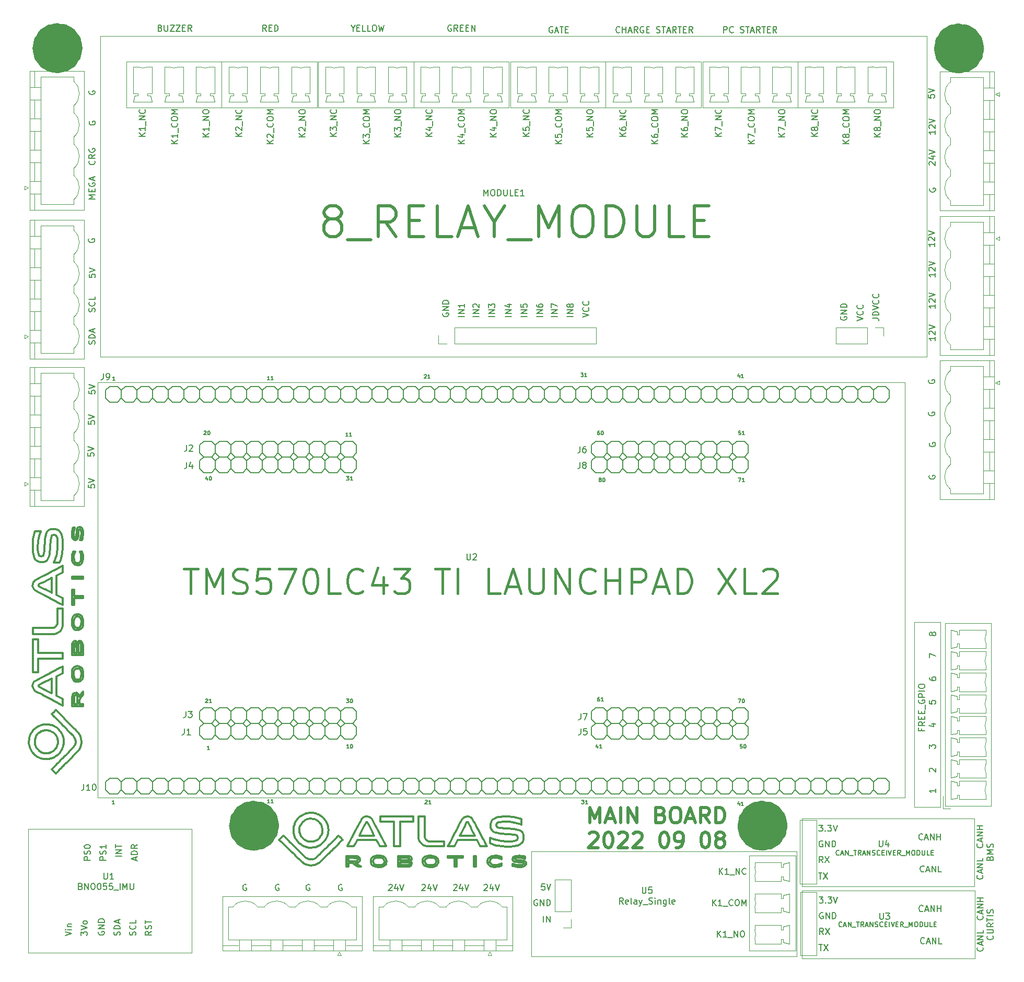
<source format=gbr>
%TF.GenerationSoftware,KiCad,Pcbnew,(6.0.6)*%
%TF.CreationDate,2022-09-09T15:48:10+03:00*%
%TF.ProjectId,main_board,6d61696e-5f62-46f6-9172-642e6b696361,rev?*%
%TF.SameCoordinates,Original*%
%TF.FileFunction,Legend,Top*%
%TF.FilePolarity,Positive*%
%FSLAX46Y46*%
G04 Gerber Fmt 4.6, Leading zero omitted, Abs format (unit mm)*
G04 Created by KiCad (PCBNEW (6.0.6)) date 2022-09-09 15:48:10*
%MOMM*%
%LPD*%
G01*
G04 APERTURE LIST*
%ADD10C,0.320000*%
%ADD11C,4.050000*%
%ADD12C,0.100000*%
%ADD13C,0.150000*%
%ADD14C,0.500000*%
%ADD15C,0.152400*%
%ADD16C,0.400000*%
%ADD17C,0.120000*%
G04 APERTURE END LIST*
D10*
X73221330Y-151898776D02*
X73538134Y-151951260D01*
X73784074Y-152040449D01*
X62685287Y-150476589D02*
X62367530Y-150541576D01*
X62352569Y-150543815D01*
X96100768Y-145967084D02*
X96100768Y-146428119D01*
X61954130Y-144929652D02*
X62286199Y-144940436D01*
X62607776Y-144997727D01*
X62657861Y-145009881D01*
X20106735Y-128783268D02*
X20338203Y-128556252D01*
X20443998Y-128451429D01*
X24379753Y-104768726D02*
X24057330Y-104796654D01*
X23730204Y-104719263D01*
X23631811Y-104666445D01*
X94643374Y-152445008D02*
X94732845Y-152135184D01*
X95027875Y-151965229D01*
X95359708Y-151914109D01*
X88867254Y-149352072D02*
X87305795Y-149352023D01*
X95373174Y-149318399D02*
X95507301Y-149026448D01*
X95509131Y-148970700D01*
X73229546Y-146402699D02*
X73229546Y-145979615D01*
X24986753Y-125544669D02*
X24988923Y-125812282D01*
X20205793Y-98936699D02*
X20549111Y-98962579D01*
X20864167Y-99054705D01*
X21146880Y-99239012D01*
X21192554Y-99282372D01*
X21690264Y-111218415D02*
X21690264Y-111218415D01*
X61107960Y-153280646D02*
X61005270Y-153236274D01*
X24259773Y-118351296D02*
X24255613Y-118973600D01*
X92061997Y-153390684D02*
X92389495Y-153329019D01*
X92695295Y-153220313D01*
X92711987Y-153212303D01*
X77059900Y-153375226D02*
X77398490Y-153373180D01*
X77725180Y-153366279D01*
X77777124Y-153360077D01*
X23625325Y-125928551D02*
X23572946Y-126264475D01*
X23569964Y-126635611D01*
X23569657Y-126697979D01*
X59350191Y-146640942D02*
X59487422Y-146363029D01*
X21998280Y-135811314D02*
X22236832Y-135568780D01*
X22472403Y-135328075D01*
X22619620Y-135177264D01*
X20930463Y-133621777D02*
X20942998Y-133523879D01*
X77777124Y-153360075D02*
X77924824Y-153258505D01*
X76392413Y-152931893D02*
X76392413Y-153155109D01*
X23792610Y-133140781D02*
X23771576Y-133067254D01*
X72794138Y-152187872D02*
X72474000Y-152228248D01*
X72170102Y-152369250D01*
X72069447Y-152495167D01*
X23250564Y-99265245D02*
X23309463Y-98937108D01*
X23367316Y-98743010D01*
X77924824Y-153258505D02*
X77943886Y-153148251D01*
X59107000Y-151560313D02*
X58842728Y-151300534D01*
X58602954Y-151065097D01*
X58366792Y-150833548D01*
X58125153Y-150597511D01*
X58102014Y-150575099D01*
X24604366Y-134258053D02*
X24559994Y-134360743D01*
X18204406Y-131753002D02*
X18120751Y-131799861D01*
X72069447Y-152495167D02*
X72008292Y-152761291D01*
X73899871Y-153496039D02*
X73610471Y-153632648D01*
X73290001Y-153697634D01*
X73110425Y-153710535D01*
X89125262Y-149861365D02*
X88867254Y-149352072D01*
X91079207Y-149923074D02*
X90974463Y-149875864D01*
X60188749Y-151295900D02*
X60418736Y-151520829D01*
X60603781Y-151702555D01*
X80503566Y-152426244D02*
X80397551Y-152733155D01*
X80395972Y-152761291D01*
X23882121Y-125828793D02*
X23625325Y-125928551D01*
X77767674Y-152623327D02*
X77767674Y-152623327D01*
X60976484Y-149346917D02*
X61266579Y-149492183D01*
X24832381Y-100768629D02*
X24676401Y-100768629D01*
X21192554Y-99282372D02*
X21387800Y-99545126D01*
X21427835Y-99622604D01*
X60385020Y-145394264D02*
X60675034Y-145226570D01*
X60987474Y-145089943D01*
X61066884Y-145063397D01*
X63889324Y-145692957D02*
X64114062Y-145929613D01*
X64169464Y-145996049D01*
X72561129Y-149351975D02*
X70999671Y-149352025D01*
X61744236Y-149606743D02*
X61842134Y-149619278D01*
X18146917Y-99413115D02*
X18012806Y-99757826D01*
X17912777Y-100088634D01*
X17828093Y-100445456D01*
X17760239Y-100822029D01*
X17717623Y-101146411D01*
X17704331Y-101277975D01*
X68368101Y-153089907D02*
X68045732Y-153089907D01*
X23222496Y-122144683D02*
X23274980Y-121827878D01*
X23364169Y-121581939D01*
X61398904Y-153377397D02*
X61296910Y-153345452D01*
X24615516Y-98570891D02*
X24883340Y-98772844D01*
X24963466Y-98977700D01*
X24714404Y-103304016D02*
X24652739Y-102976517D01*
X24544033Y-102670717D01*
X24536023Y-102654026D01*
X21718431Y-101926979D02*
X21698008Y-102268046D01*
X21665515Y-102601258D01*
X21621481Y-102923958D01*
X21551020Y-103308503D01*
X21464393Y-103667285D01*
X21362639Y-103995115D01*
X21246794Y-104286806D01*
X18157720Y-136089195D02*
X18036545Y-136045235D01*
X63408866Y-148925009D02*
X63586601Y-148657808D01*
X63679092Y-148468833D01*
X61510918Y-153400867D02*
X61477359Y-153393871D01*
X24278073Y-110166861D02*
X23567455Y-110166861D01*
X63204686Y-153065263D02*
X63146382Y-153100989D01*
X17270550Y-125185328D02*
X17031901Y-124958221D01*
X17026141Y-124950613D01*
X72152638Y-153212409D02*
X72435099Y-153364182D01*
X72593110Y-153398251D01*
X68045730Y-152518947D02*
X68045730Y-152795018D01*
X17726419Y-121056164D02*
X17726419Y-122136467D01*
X21427835Y-99622604D02*
X21545077Y-99923117D01*
X21622890Y-100243329D01*
X21632665Y-100295230D01*
X63194631Y-151803983D02*
X63430804Y-151571934D01*
X63584854Y-151421554D01*
X66914584Y-149120278D02*
X67096869Y-149303450D01*
X24023803Y-98971684D02*
X24148665Y-98672578D01*
X24329279Y-98570785D01*
X60988839Y-150403521D02*
X60853288Y-150350073D01*
X24471971Y-117422127D02*
X24371261Y-117450022D01*
X60224789Y-148475292D02*
X60258117Y-148551953D01*
X95648931Y-152941964D02*
X95291627Y-152913448D01*
X94955989Y-152856710D01*
X94711113Y-152704092D01*
X24489020Y-102557497D02*
X24651448Y-102551338D01*
X59554699Y-150674560D02*
X59797232Y-150913112D01*
X60037937Y-151148683D01*
X60188749Y-151295900D01*
X69821344Y-153663033D02*
X69553731Y-153665203D01*
X24498611Y-112827571D02*
X24764764Y-113011876D01*
X24821279Y-113080302D01*
X68045730Y-152242878D02*
X68045730Y-152518947D01*
X64628191Y-148648605D02*
X64553956Y-148846736D01*
X96100768Y-146428119D02*
X96099454Y-146751139D01*
X96090502Y-146884629D01*
X23415473Y-111210197D02*
X23263491Y-111210197D01*
X78282054Y-152319244D02*
X78255891Y-152553673D01*
X20775481Y-128421126D02*
X21005547Y-128656012D01*
X21113976Y-128766332D01*
X74209745Y-152806418D02*
X74165726Y-153131133D01*
X74090753Y-153292739D01*
X96670809Y-152375178D02*
X96590427Y-152346955D01*
X19422866Y-135255626D02*
X19494801Y-135242511D01*
X96100768Y-151926844D02*
X96428904Y-151985743D01*
X96623003Y-152043596D01*
X88723488Y-153664971D02*
X88546861Y-153664971D01*
X68668034Y-152245937D02*
X68045730Y-152242878D01*
X60313666Y-146835383D02*
X60289747Y-146879248D01*
X19799012Y-135141224D02*
X19875673Y-135107896D01*
X81485861Y-153414886D02*
X81485861Y-153414886D01*
X57468610Y-148630313D02*
X57616483Y-148774085D01*
X19537880Y-136200541D02*
X19208443Y-136237496D01*
X19151764Y-136239125D01*
X24413627Y-126675543D02*
X24413627Y-126997912D01*
X23805721Y-133625479D02*
X23820898Y-133303926D01*
X23814410Y-133240947D01*
X21690269Y-111218415D02*
X21398636Y-111066548D01*
X20999940Y-110856581D01*
X20667442Y-110681117D01*
X20296434Y-110485124D01*
X19899643Y-110275337D01*
X19489796Y-110058493D01*
X19079621Y-109841328D01*
X18681845Y-109630578D01*
X18309195Y-109432980D01*
X17974400Y-109255269D01*
X17690187Y-109104183D01*
X17386550Y-108942209D01*
X17268315Y-108878030D01*
X60258117Y-148551953D02*
X60432109Y-148843955D01*
X60653337Y-149097814D01*
X60918478Y-149309851D01*
X60976484Y-149346917D01*
X81502292Y-153710635D02*
X81346202Y-153716795D01*
X24989391Y-119326854D02*
X24126443Y-119326856D01*
X24965893Y-117507178D02*
X24983462Y-117847725D01*
X24985375Y-118183006D01*
X24986395Y-118462200D01*
X78553020Y-146402699D02*
X77472716Y-146402699D01*
X18240756Y-103357218D02*
X18548670Y-103244049D01*
X18598182Y-103163372D01*
X23670675Y-98775586D02*
X23580926Y-99086852D01*
X23528472Y-99435024D01*
X23515008Y-99766521D01*
X23517921Y-99878698D01*
X24371261Y-117450022D02*
X24277113Y-117646839D01*
X17268312Y-123548519D02*
X17571028Y-123385820D01*
X17974404Y-123171280D01*
X18309200Y-122993571D01*
X18681850Y-122795974D01*
X19079627Y-122585225D01*
X19489802Y-122368061D01*
X19899649Y-122151218D01*
X20296440Y-121941432D01*
X20667448Y-121745440D01*
X20999944Y-121569977D01*
X21398638Y-121360011D01*
X21690266Y-121208146D01*
X81485861Y-153414888D02*
X81814172Y-153366146D01*
X82103402Y-153212243D01*
X63947083Y-152391614D02*
X63718065Y-152615745D01*
X63695322Y-152638071D01*
X16880250Y-116812993D02*
X17303335Y-116812993D01*
X24738608Y-122267911D02*
X24690361Y-121941531D01*
X24538741Y-121653535D01*
X24428883Y-121571676D01*
X23605316Y-123574219D02*
X23383669Y-123325988D01*
X23267625Y-123012731D01*
X23222284Y-122720771D01*
X62657861Y-145009881D02*
X62792084Y-145047780D01*
X21201465Y-135272747D02*
X21127529Y-135350584D01*
X91368334Y-147857898D02*
X91183652Y-147588187D01*
X91100471Y-147273514D01*
X75390153Y-150370660D02*
X75390153Y-148386680D01*
X23300797Y-117414728D02*
X23482634Y-117139454D01*
X23642964Y-117083959D01*
X68045732Y-153377440D02*
X68045732Y-153664973D01*
X24988693Y-127501016D02*
X24988693Y-127681752D01*
X81173681Y-153713249D02*
X81173681Y-153713249D01*
X92052151Y-151906363D02*
X92379227Y-151954572D01*
X92695205Y-152055417D01*
X92730470Y-152071480D01*
X17650555Y-130971382D02*
X17937406Y-130829024D01*
X18215230Y-130722324D01*
X69747043Y-152112231D02*
X69870796Y-152332488D01*
X63974087Y-151040894D02*
X64213666Y-150805738D01*
X64380936Y-150641768D01*
X88723488Y-151939771D02*
X88723488Y-152802371D01*
X24424709Y-132219631D02*
X24486847Y-132323364D01*
X66599681Y-149790256D02*
X66338419Y-150046888D01*
X66075570Y-150304818D01*
X65818089Y-150557341D01*
X65610344Y-150760889D01*
X21719204Y-132426054D02*
X21800309Y-132680726D01*
X94507016Y-149549516D02*
X94857511Y-149511681D01*
X95185930Y-149430506D01*
X95373174Y-149318399D01*
X17570315Y-134537371D02*
X17792904Y-134780373D01*
X17923835Y-134896773D01*
X63716616Y-148378465D02*
X63740601Y-148300420D01*
X24340799Y-132093341D02*
X24371605Y-132133617D01*
X21879051Y-133724063D02*
X21827117Y-134036242D01*
X60289747Y-146879248D02*
X60216800Y-147039381D01*
X60469240Y-146600115D02*
X60313666Y-146835383D01*
X93763536Y-148386863D02*
X93425096Y-148364226D01*
X93088029Y-148338592D01*
X92763936Y-148305920D01*
X92675017Y-148295617D01*
X19470511Y-99113575D02*
X19774768Y-98985847D01*
X20095206Y-98939347D01*
X20205793Y-98936699D01*
X19966003Y-109254973D02*
X19968245Y-108903848D01*
X19968863Y-108576683D01*
X19969141Y-108241059D01*
X19969178Y-108059655D01*
X61066884Y-145063397D02*
X61107549Y-145046192D01*
X22884033Y-136259013D02*
X22624254Y-136523284D01*
X22388817Y-136763058D01*
X22157268Y-136999220D01*
X21921231Y-137240859D01*
X21898819Y-137263999D01*
X61789825Y-145883773D02*
X61463504Y-145937142D01*
X61353052Y-145972194D01*
X23422235Y-113091489D02*
X23662507Y-112873705D01*
X23716610Y-112845497D01*
X21688513Y-114644169D02*
X21615959Y-114956828D01*
X17791394Y-107950683D02*
X17786663Y-108165476D01*
X21691550Y-127525665D02*
X21400515Y-127373949D01*
X21002369Y-127164175D01*
X20670271Y-126988860D01*
X20299662Y-126793020D01*
X19903247Y-126583379D01*
X19493731Y-126366664D01*
X19083819Y-126149600D01*
X18686215Y-125938912D01*
X18313625Y-125741327D01*
X17978753Y-125563569D01*
X17694305Y-125412365D01*
X17389968Y-125250058D01*
X17270550Y-125185328D01*
X60109435Y-147396743D02*
X60081024Y-147723761D01*
X60100469Y-148043633D01*
X60110387Y-148099146D01*
X23578270Y-117614815D02*
X23563955Y-117947263D01*
X23561715Y-118270745D01*
X23561444Y-118322541D01*
X94996033Y-152412147D02*
X95266871Y-152596748D01*
X95550346Y-152621423D01*
X21784748Y-134204654D02*
X21751597Y-134307344D01*
X23642964Y-117083959D02*
X23877393Y-117110122D01*
X60468744Y-152888984D02*
X60228119Y-152660858D01*
X60056018Y-152491414D01*
X23567455Y-109813607D02*
X24278073Y-109813607D01*
X24278073Y-109813607D02*
X24988691Y-109813607D01*
X21879054Y-133724062D02*
X21879054Y-133724062D01*
X85552406Y-152243735D02*
X85552406Y-152954353D01*
X20108356Y-138049385D02*
X19954033Y-137897403D01*
X76392413Y-148386680D02*
X76392413Y-150370660D01*
X20937993Y-133264009D02*
X20884332Y-132944358D01*
X20846309Y-132821685D01*
X23026275Y-134762232D02*
X23252927Y-134531909D01*
X23487825Y-134285734D01*
X23626341Y-134103203D01*
X24085011Y-114970041D02*
X24409229Y-114916376D01*
X24617309Y-114717965D01*
X93356881Y-149553178D02*
X93708048Y-149565760D01*
X94036719Y-149565663D01*
X94384410Y-149556549D01*
X94507016Y-149549516D01*
X16528198Y-132181223D02*
X16574667Y-132089230D01*
X17686749Y-135878591D02*
X17615802Y-135839486D01*
X24738606Y-113880152D02*
X24738606Y-113880152D01*
X20137593Y-136032396D02*
X20055439Y-136065207D01*
X64702250Y-148390790D02*
X64676788Y-148489374D01*
X85744337Y-149351974D02*
X85486120Y-149861285D01*
X23773116Y-133765139D02*
X23784999Y-133724063D01*
X84687750Y-150370629D02*
X84365098Y-150369827D01*
X84147598Y-150366544D01*
X24115944Y-126706194D02*
X24114019Y-126354561D01*
X24096687Y-126033333D01*
X24095073Y-126027516D01*
X61262810Y-152302621D02*
X61489673Y-152416258D01*
X76392413Y-153378327D02*
X77059900Y-153375226D01*
X23764623Y-133036931D02*
X23757341Y-133009912D01*
X24819759Y-121466142D02*
X24956368Y-121755541D01*
X25021354Y-122076011D01*
X25034255Y-122255588D01*
X72193056Y-148637765D02*
X72193056Y-148637765D01*
X76039157Y-152802723D02*
X76039157Y-151939771D01*
X23947047Y-117598339D02*
X23947047Y-117598339D01*
X84155816Y-152243735D02*
X84155816Y-152091753D01*
X20846309Y-132821685D02*
X20714177Y-132514695D01*
X20524247Y-132232996D01*
X21698580Y-132372655D02*
X21719204Y-132426054D01*
X23947047Y-117598339D02*
X23747923Y-117446821D01*
X82285711Y-153497559D02*
X81973943Y-153639017D01*
X81648997Y-153700732D01*
X81502292Y-153710635D01*
X65759390Y-149288792D02*
X65996254Y-149056727D01*
X66055140Y-148999633D01*
X23715824Y-113271227D02*
X23558223Y-113565187D01*
X23512151Y-113906746D01*
X23509231Y-114048565D01*
X72819346Y-149861287D02*
X72561129Y-149351975D01*
X80753220Y-152260216D02*
X80503566Y-152426244D01*
X77951285Y-151977077D02*
X78226558Y-152158914D01*
X78282054Y-152319244D01*
X21813652Y-134097856D02*
X21801438Y-134147147D01*
X73849796Y-152802367D02*
X73829690Y-152593503D01*
X90974463Y-148949117D02*
X91058668Y-148993845D01*
X62672964Y-152281630D02*
X62931213Y-152061497D01*
X63160883Y-151837182D01*
X63194631Y-151803983D01*
X59320778Y-146712825D02*
X59350191Y-146640942D01*
X63814328Y-147542717D02*
X63749382Y-147224246D01*
X63741313Y-147195471D01*
X19954033Y-137897403D02*
X20097805Y-137749530D01*
X18699928Y-130614389D02*
X19023287Y-130589391D01*
X19355630Y-130604170D01*
X19447515Y-130615690D01*
X59644858Y-146115166D02*
X59849745Y-145860544D01*
X60087669Y-145623223D01*
X60101594Y-145611342D01*
X58102014Y-150575099D02*
X57862277Y-150340834D01*
X57666607Y-150148381D01*
X69438212Y-149352074D02*
X69180204Y-149861367D01*
X24371605Y-132133617D02*
X24388983Y-132161327D01*
X81346202Y-153716795D02*
X81173681Y-153713249D01*
X20675695Y-122804884D02*
X20675745Y-124366342D01*
X20675745Y-124366342D02*
X20675794Y-125927801D01*
X95743409Y-150104115D02*
X95442895Y-150221357D01*
X95122683Y-150299170D01*
X95070783Y-150308945D01*
X24130138Y-121156268D02*
X24454853Y-121200286D01*
X24616459Y-121275260D01*
X68659819Y-152792224D02*
X69011451Y-152790299D01*
X69332679Y-152772967D01*
X69338497Y-152771353D01*
X69352755Y-153070883D02*
X69237616Y-153087205D01*
X95313956Y-148584781D02*
X94981896Y-148496409D01*
X94657907Y-148456354D01*
X94270818Y-148422578D01*
X93947109Y-148399127D01*
X93763536Y-148386863D01*
X24986395Y-118462200D02*
X24989391Y-119326854D01*
X19875673Y-135107896D02*
X20167675Y-134933903D01*
X20421534Y-134712675D01*
X20633571Y-134447534D01*
X20670637Y-134389529D01*
X19710400Y-119975860D02*
X17726419Y-119975860D01*
X78195970Y-153489383D02*
X77903076Y-153632932D01*
X77858835Y-153642173D01*
X69497947Y-151977197D02*
X69747043Y-152112231D01*
X21420405Y-134985102D02*
X21224886Y-135246514D01*
X21201465Y-135272747D01*
X20628567Y-138550516D02*
X20392220Y-138327997D01*
X20142562Y-138083064D01*
X20108356Y-138049385D01*
X16253372Y-133411883D02*
X16264156Y-133079813D01*
X16321447Y-132758236D01*
X16333601Y-132708152D01*
X68468492Y-151939771D02*
X68802965Y-151940059D01*
X69154031Y-151942974D01*
X69485112Y-151974004D01*
X69497947Y-151977197D01*
X23605350Y-132693049D02*
X23385217Y-132434799D01*
X23160902Y-132205129D01*
X23127703Y-132171382D01*
X71664543Y-147564173D02*
X71496187Y-147223424D01*
X71340594Y-146910326D01*
X71189402Y-146611409D01*
X71109037Y-146467991D01*
X25024524Y-103783623D02*
X24968148Y-104126106D01*
X24848555Y-104426012D01*
X24609933Y-104673397D01*
X24379753Y-104768726D01*
X64643689Y-146891510D02*
X64702245Y-147100998D01*
X24744977Y-114019811D02*
X24738606Y-113880152D01*
X24354461Y-117083168D02*
X24491160Y-117061227D01*
X80721844Y-150364793D02*
X80409185Y-150292239D01*
X67840348Y-150367834D02*
X67840348Y-150367834D01*
X18215230Y-130722324D02*
X18424718Y-130663768D01*
X79875482Y-145556530D02*
X80376418Y-145556530D01*
X92808516Y-152455628D02*
X92691450Y-152397329D01*
X24394603Y-126013258D02*
X24410925Y-126128397D01*
X80777884Y-151936300D02*
X81103447Y-151895845D01*
X81440312Y-151890407D01*
X81777502Y-151920163D01*
X77751198Y-152254550D02*
X77418749Y-152240235D01*
X77095267Y-152237995D01*
X77043472Y-152237724D01*
X24758693Y-133613157D02*
X24758693Y-133613157D01*
X82149246Y-150369345D02*
X81799860Y-150368909D01*
X81421239Y-150368186D01*
X81060525Y-150367145D01*
X80732033Y-150365130D01*
X80721848Y-150364795D01*
X69122100Y-153377554D02*
X68690470Y-153089907D01*
X59136302Y-150264719D02*
X59369017Y-150492243D01*
X59554699Y-150674560D01*
X95952898Y-146823197D02*
X95608186Y-146689086D01*
X95277378Y-146589057D01*
X94920556Y-146504373D01*
X94543983Y-146436519D01*
X94219601Y-146393903D01*
X94088038Y-146380611D01*
X80409185Y-150292239D02*
X80109629Y-150151807D01*
X79852706Y-149956227D01*
X79615060Y-149668657D01*
X79471634Y-149380094D01*
X79390341Y-149060848D01*
X79383266Y-149005200D01*
X64380936Y-150641768D02*
X64612674Y-150414875D01*
X64825473Y-150206360D01*
X61218866Y-150477718D02*
X61161359Y-150461028D01*
X67096869Y-149303450D02*
X66944887Y-149451761D01*
X63764690Y-148214160D02*
X63814296Y-147954954D01*
X24988691Y-109990234D02*
X24988691Y-110166861D01*
X87305795Y-149352023D02*
X85744337Y-149351974D01*
X21694380Y-119975860D02*
X19710400Y-119975860D01*
X69377275Y-153195326D02*
X69646821Y-153371686D01*
X69812878Y-153480303D01*
X63806666Y-145614912D02*
X63889324Y-145692957D01*
X18597234Y-104265542D02*
X18270446Y-104278905D01*
X18087889Y-104269225D01*
X24520422Y-100765656D02*
X24545559Y-100701987D01*
X67864997Y-153664973D02*
X67684261Y-153664973D01*
X85552406Y-152954353D02*
X85552406Y-153664971D01*
X77858835Y-153642173D02*
X77518287Y-153659742D01*
X77183006Y-153661655D01*
X76903813Y-153662675D01*
X63566152Y-146797031D02*
X63519039Y-146723094D01*
X18720463Y-135256578D02*
X19047481Y-135284988D01*
X19367353Y-135265543D01*
X19422866Y-135255626D01*
X17726419Y-119975860D02*
X17726419Y-121056164D01*
X75390153Y-148386680D02*
X75390153Y-146402699D01*
X23559810Y-103947925D02*
X23679384Y-104253933D01*
X23937136Y-104422079D01*
X92739032Y-153529807D02*
X92430349Y-153636940D01*
X92182102Y-153685854D01*
X22943255Y-130631025D02*
X23168935Y-130861731D01*
X23352705Y-131048986D01*
X94597384Y-153508661D02*
X94597384Y-153352681D01*
X17303335Y-122136467D02*
X16880250Y-122136467D01*
X21694378Y-105982743D02*
X21185085Y-106240751D01*
X95359708Y-151914109D02*
X95682240Y-151908660D01*
X96015923Y-151919498D01*
X96100768Y-151926844D01*
X17615802Y-135839486D02*
X17438886Y-135721155D01*
X71817494Y-145944592D02*
X71980192Y-146247308D01*
X72194732Y-146650684D01*
X72372441Y-146985480D01*
X72570038Y-147358130D01*
X72780787Y-147755907D01*
X72997951Y-148166082D01*
X73214794Y-148575929D01*
X73424580Y-148972720D01*
X73620572Y-149343728D01*
X73796035Y-149676224D01*
X74006001Y-150074918D01*
X74157867Y-150366546D01*
X16880250Y-119474731D02*
X16880250Y-116812993D01*
X96252438Y-148146791D02*
X96380165Y-148451048D01*
X96426665Y-148771486D01*
X96429314Y-148882073D01*
X18560267Y-136193635D02*
X18285055Y-136130430D01*
X24651448Y-102551338D02*
X24816710Y-102551338D01*
X17207493Y-133576188D02*
X17260862Y-133902508D01*
X17295914Y-134012961D01*
X94597384Y-153352681D02*
X94600357Y-153196702D01*
X80395972Y-152761291D02*
X80449636Y-153085509D01*
X80648048Y-153293589D01*
X60209402Y-148435460D02*
X60224789Y-148475292D01*
X63519039Y-146723094D02*
X63487266Y-146676037D01*
X86074074Y-152243735D02*
X85552406Y-152243735D01*
X86111040Y-148642283D02*
X86462165Y-148644525D01*
X86789329Y-148645143D01*
X87124953Y-148645421D01*
X87306358Y-148645458D01*
X20170456Y-130812057D02*
X20478797Y-130965851D01*
X20763394Y-131153078D01*
X21022291Y-131372168D01*
X21253532Y-131621550D01*
X21372501Y-131777050D01*
X24265684Y-99717082D02*
X24237168Y-100074385D01*
X24180430Y-100410023D01*
X24027812Y-100654900D01*
X21965488Y-130985077D02*
X21738595Y-130753338D01*
X21530080Y-130540540D01*
X20670637Y-134389529D02*
X20815903Y-134099434D01*
X60603781Y-151702555D02*
X60834103Y-151929207D01*
X61080278Y-152164105D01*
X61262810Y-152302621D01*
X82325873Y-149557244D02*
X83547890Y-149557350D01*
X80721848Y-150364795D02*
X80721848Y-150364795D01*
X23937136Y-104422079D02*
X24258028Y-104431083D01*
X24314451Y-104421444D01*
X21185085Y-106240751D02*
X20675792Y-106498759D01*
X79374545Y-145556530D02*
X79875482Y-145556530D01*
X82241662Y-152802281D02*
X82169883Y-152484637D01*
X82094786Y-152392104D01*
X17726419Y-116812993D02*
X17726419Y-117893297D01*
X61268157Y-150489932D02*
X61218866Y-150477718D01*
X17726419Y-117893297D02*
X17726419Y-118973600D01*
X25034255Y-122255588D02*
X25040574Y-122411679D01*
X61266579Y-149492183D02*
X61489936Y-149565534D01*
X24397692Y-134652384D02*
X24212704Y-134897269D01*
X24617309Y-114717965D02*
X24717525Y-114413187D01*
X24726250Y-114360743D01*
X87200537Y-146462943D02*
X87039196Y-146762142D01*
X86878926Y-147083356D01*
X86717967Y-147408712D01*
X86641318Y-147564033D01*
X20832061Y-135624411D02*
X20566191Y-135812798D01*
X20478525Y-135866850D01*
X23526374Y-103555727D02*
X23547582Y-103881693D01*
X23559810Y-103947925D01*
X75891282Y-150370660D02*
X75390153Y-150370660D01*
X16880250Y-122136467D02*
X16880250Y-119474731D01*
X21287724Y-111818123D02*
X21694378Y-111818123D01*
X72954334Y-153716854D02*
X72790030Y-153713541D01*
X67840348Y-150367830D02*
X67992063Y-150076795D01*
X68201837Y-149678649D01*
X68377152Y-149346551D01*
X68572992Y-148975942D01*
X68782633Y-148579527D01*
X68999348Y-148170011D01*
X69216412Y-147760099D01*
X69427100Y-147362495D01*
X69624685Y-146989905D01*
X69802443Y-146655033D01*
X69953647Y-146370585D01*
X70115954Y-146066248D01*
X70180685Y-145946830D01*
X72645242Y-151898564D02*
X72979883Y-151890477D01*
X73221330Y-151898776D01*
X63276783Y-145250947D02*
X63515026Y-145392574D01*
X63146382Y-153100989D02*
X63042649Y-153163127D01*
X21688515Y-114644165D02*
X21688515Y-114644165D01*
X70999792Y-148645459D02*
X71324932Y-148645248D01*
X71654631Y-148644464D01*
X71980351Y-148642588D01*
X72193056Y-148637765D01*
X60123502Y-148171081D02*
X60135294Y-148206480D01*
X69338497Y-152771353D02*
X69338497Y-152771353D01*
X59126888Y-147828044D02*
X59135962Y-147491944D01*
X59172378Y-147236547D01*
X61752856Y-153434973D02*
X61752856Y-153434973D01*
X24723711Y-132975749D02*
X24758892Y-133302346D01*
X24758693Y-133613157D01*
X23352705Y-131048986D02*
X23584385Y-131285054D01*
X23715334Y-131418930D01*
X19710400Y-118973600D02*
X21694380Y-118973600D01*
X80207862Y-153360316D02*
X80065911Y-153061441D01*
X80040044Y-152802367D01*
X62225232Y-152468890D02*
X62298759Y-152447856D01*
X72790030Y-153713541D02*
X72790030Y-153713597D01*
X19972325Y-130737822D02*
X20170456Y-130812057D01*
X68690470Y-153089907D02*
X68368101Y-153089907D01*
X61353052Y-145972194D02*
X61047512Y-146105875D01*
X60828642Y-146246595D01*
X62993358Y-150374860D02*
X62939959Y-150395484D01*
X17026145Y-107475947D02*
X17255889Y-107251014D01*
X17270477Y-107241027D01*
X23395200Y-102635543D02*
X23434999Y-102551337D01*
X20865559Y-114336272D02*
X20879625Y-113985622D01*
X20880661Y-113655647D01*
X20880933Y-113245017D01*
X20880964Y-113040140D01*
X86595742Y-152091753D02*
X86595742Y-152243735D01*
X59741602Y-149508341D02*
X59553214Y-149242471D01*
X59499163Y-149154805D01*
X19181618Y-103997679D02*
X18911907Y-104182360D01*
X18597234Y-104265542D01*
X63588963Y-150048781D02*
X63307045Y-150224911D01*
X63009206Y-150368831D01*
X62993358Y-150374860D01*
X62102004Y-149614273D02*
X62421654Y-149560612D01*
X62544328Y-149522589D01*
X81346202Y-153421257D02*
X81485861Y-153414886D01*
X88501676Y-148642844D02*
X88501676Y-148642844D01*
X24126087Y-115325969D02*
X23801098Y-115283192D01*
X23622534Y-115197694D01*
X75891282Y-145556530D02*
X78553020Y-145556530D01*
X24126091Y-106995779D02*
X23263491Y-106995779D01*
X16470438Y-132309505D02*
X16494137Y-132253624D01*
X66288549Y-148771605D02*
X66433194Y-148628924D01*
X16863995Y-102289057D02*
X16856394Y-101938102D01*
X16856654Y-101602341D01*
X16863925Y-101286194D01*
X21827117Y-134036242D02*
X21813652Y-134097856D01*
X84147598Y-150366544D02*
X84147598Y-150366544D01*
X24804023Y-125553135D02*
X24984584Y-125277055D01*
X66582745Y-148783015D02*
X66809760Y-149014483D01*
X66914584Y-149120278D01*
X24428883Y-121571676D02*
X24126087Y-121516217D01*
X25034355Y-113863721D02*
X25040515Y-114019811D01*
X93726568Y-147475004D02*
X94090817Y-147499479D01*
X94415271Y-147525175D01*
X94790908Y-147562210D01*
X95178426Y-147614643D01*
X95540601Y-147689653D01*
X95850228Y-147798942D01*
X95985758Y-147874255D01*
X91450947Y-151918675D02*
X91785719Y-151900466D01*
X92052151Y-151906363D01*
X67684259Y-152802371D02*
X67684259Y-151939771D01*
X60150672Y-148271083D02*
X60209402Y-148435460D01*
X24602186Y-132564476D02*
X24635441Y-132645085D01*
X24701117Y-133967109D02*
X24669172Y-134069103D01*
X16938632Y-131559347D02*
X17016677Y-131476689D01*
X23567455Y-108770271D02*
X23567455Y-109291939D01*
X91492024Y-153382154D02*
X91830270Y-153400726D01*
X92061997Y-153390684D01*
X90974463Y-149875864D02*
X90974463Y-149412490D01*
X61489936Y-149565534D02*
X61744236Y-149606743D01*
X64317027Y-152028985D02*
X64080958Y-152260665D01*
X63947083Y-152391614D01*
X62101972Y-149614272D02*
X62101972Y-149614272D01*
X74090753Y-153292739D02*
X73899871Y-153496039D01*
X21694380Y-126984741D02*
X21693819Y-127307853D01*
X21691554Y-127525665D01*
X23877393Y-117110122D02*
X24082617Y-117356193D01*
X24093372Y-117392167D01*
X24536023Y-102654026D02*
X24489020Y-102557497D01*
X20627170Y-128269144D02*
X20775481Y-128421126D01*
X56815497Y-149304847D02*
X57038015Y-149068500D01*
X57282948Y-148818842D01*
X57316628Y-148784636D01*
X23917223Y-121536323D02*
X23652468Y-121737851D01*
X23535159Y-122065770D01*
X23529846Y-122095391D01*
X19952644Y-128932819D02*
X20106735Y-128783268D01*
X17606157Y-132245319D02*
X17426915Y-132519332D01*
X17292036Y-132826403D01*
X17225230Y-133095597D01*
X67684261Y-152802373D02*
X67684259Y-152802371D01*
X24534610Y-132417839D02*
X24562447Y-132475346D01*
X61641950Y-152461279D02*
X61740534Y-152482001D01*
X17791711Y-124256976D02*
X17791394Y-124475787D01*
X24733786Y-99764190D02*
X24734571Y-99443178D01*
X24717726Y-99191307D01*
X24126091Y-127681754D02*
X23263491Y-127681754D01*
X89383270Y-150370658D02*
X89125262Y-149861365D01*
X24126001Y-113124351D02*
X23808357Y-113196129D01*
X23715824Y-113271227D01*
X59222864Y-148489371D02*
X59165472Y-148214160D01*
X69338497Y-152771353D02*
X69537220Y-152558401D01*
X90943934Y-152613416D02*
X90934929Y-152934308D01*
X90944569Y-152990731D01*
X80630296Y-149329302D02*
X80905316Y-149506146D01*
X81029741Y-149541839D01*
X70999671Y-149352025D02*
X69438212Y-149352074D01*
X59172378Y-147236547D02*
X59235583Y-146961335D01*
X20323353Y-129310873D02*
X20095325Y-129077464D01*
X61740534Y-152482001D02*
X62062086Y-152497178D01*
X62125066Y-152490690D01*
X69437462Y-152301605D02*
X69101537Y-152249226D01*
X68730401Y-152246244D01*
X68668034Y-152245937D01*
X24726250Y-114360743D02*
X24745594Y-114039968D01*
X24744977Y-114019811D01*
X57616483Y-148774085D02*
X57851273Y-149003498D01*
X58116088Y-149263063D01*
X58360969Y-149503449D01*
X58591002Y-149729587D01*
X58721433Y-149858034D01*
X77047580Y-152644340D02*
X77387284Y-152642609D01*
X77711057Y-152634657D01*
X77767674Y-152623327D01*
X18866437Y-131551685D02*
X18547966Y-131616630D01*
X18519191Y-131624700D01*
X20294420Y-99856882D02*
X19978863Y-99957215D01*
X19908501Y-100052057D01*
X20272837Y-104391550D02*
X20317565Y-104307345D01*
X21694351Y-121748297D02*
X21694319Y-122288449D01*
X23735867Y-100369980D02*
X23920468Y-100099141D01*
X23945143Y-99815667D01*
X23815134Y-135309995D02*
X23578393Y-135550570D01*
X23352081Y-135781266D01*
X23290687Y-135843985D01*
X23757341Y-133009912D02*
X23744439Y-132974512D01*
X77472716Y-146402699D02*
X76392413Y-146402699D01*
X85227902Y-150370596D02*
X84687750Y-150370629D01*
X72193056Y-148637769D02*
X72036676Y-148319226D01*
X71892235Y-148025986D01*
X71744367Y-147726026D01*
X71664543Y-147564173D01*
X21694380Y-119474731D02*
X21694380Y-119975860D01*
X21690266Y-121208146D02*
X21694035Y-121538566D01*
X21694351Y-121748297D01*
X19946480Y-130730403D02*
X19972325Y-130737822D01*
X25037261Y-122575983D02*
X25037317Y-122575983D01*
X63487266Y-146676037D02*
X63278050Y-146429178D01*
X63120694Y-146282437D01*
X62329082Y-152440903D02*
X62356101Y-152433621D01*
X59165472Y-148214160D02*
X59128516Y-147884723D01*
X59126888Y-147828044D01*
X24813103Y-117170043D02*
X24956652Y-117462936D01*
X24965893Y-117507178D01*
X24474627Y-134525049D02*
X24438204Y-134590770D01*
X20317565Y-104307345D02*
X20460449Y-103987715D01*
X20569916Y-103666524D01*
X20668021Y-103306287D01*
X20752300Y-102917135D01*
X20808112Y-102591800D01*
X20852235Y-102259628D01*
X20876898Y-102009132D01*
X17791394Y-124475787D02*
X18097634Y-124637890D01*
X18401060Y-124789737D01*
X18689233Y-124932697D01*
X18892391Y-125033121D01*
X16494137Y-132253624D02*
X16528198Y-132181223D01*
X24582225Y-117441189D02*
X24471971Y-117422127D01*
X89924194Y-150370658D02*
X89383270Y-150370658D01*
X87972664Y-147568712D02*
X87810756Y-147241356D01*
X87656615Y-146931509D01*
X87500574Y-146622742D01*
X87415330Y-146467674D01*
X60110387Y-148099146D02*
X60123502Y-148171081D01*
X83547890Y-149964004D02*
X83547890Y-150370658D01*
X24519046Y-125988738D02*
X24695406Y-125719191D01*
X24804023Y-125553135D01*
X18892432Y-107393349D02*
X18565076Y-107555256D01*
X18255229Y-107709397D01*
X17946462Y-107865438D01*
X17791394Y-107950683D01*
X95601823Y-153410066D02*
X95922834Y-153410851D01*
X96174706Y-153394006D01*
X80376418Y-145556530D02*
X80378682Y-147209847D01*
X23509231Y-114048565D02*
X23527124Y-114371164D01*
X23583936Y-114612793D01*
X17269696Y-99312483D02*
X17290804Y-99265245D01*
X63613011Y-146880686D02*
X63566152Y-146797031D01*
X78553020Y-145979615D02*
X78553020Y-146402699D01*
X16834391Y-124313818D02*
X16913126Y-123979166D01*
X17094523Y-123698396D01*
X17268312Y-123548519D01*
X24085011Y-123357721D02*
X24410938Y-123304559D01*
X24536129Y-123213375D01*
X88124986Y-145946757D02*
X88288470Y-146251243D01*
X88503200Y-146655071D01*
X88680942Y-146989962D01*
X88878510Y-147362568D01*
X89089179Y-147760183D01*
X89306224Y-148170103D01*
X89522919Y-148579623D01*
X89732540Y-148976038D01*
X89928363Y-149346642D01*
X90103661Y-149678731D01*
X90313416Y-150076855D01*
X90465118Y-150367832D01*
X23652967Y-117474783D02*
X23578270Y-117614815D01*
X23290687Y-135843985D02*
X23055370Y-136084346D01*
X22884033Y-136259013D01*
X60056018Y-152491414D02*
X59815442Y-152254673D01*
X59584746Y-152028361D01*
X59522028Y-151966967D01*
X17751839Y-99265245D02*
X18074859Y-99266558D01*
X18208349Y-99275511D01*
X19792553Y-131686921D02*
X19702185Y-131649397D01*
X16387117Y-134299129D02*
X16369912Y-134258464D01*
X24486847Y-132323364D02*
X24534610Y-132417839D01*
X92202641Y-147274462D02*
X92514274Y-147362516D01*
X92870083Y-147409339D01*
X93243301Y-147441987D01*
X93637660Y-147469380D01*
X93726568Y-147475004D01*
X59487422Y-146363029D02*
X59526527Y-146292082D01*
X19966564Y-106864337D02*
X19966564Y-106864337D01*
X19494801Y-135242511D02*
X19530200Y-135230719D01*
X72958443Y-153421257D02*
X73098102Y-153414886D01*
X91582389Y-153700801D02*
X91582389Y-153700801D01*
X88546861Y-153664971D02*
X88370234Y-153664971D01*
X77943886Y-153148251D02*
X77915991Y-153047541D01*
X80040044Y-152802367D02*
X80082820Y-152477378D01*
X80168319Y-152298814D01*
X60101594Y-145611342D02*
X60175531Y-145548182D01*
X16333601Y-132708152D02*
X16371500Y-132573929D01*
X24816710Y-102551338D02*
X24853527Y-102626981D01*
X24438204Y-134590770D02*
X24397692Y-134652384D01*
X92814675Y-153492990D02*
X92739032Y-153529807D01*
X18519191Y-131624700D02*
X18218513Y-131745252D01*
X18204406Y-131753002D01*
X21588439Y-136229711D02*
X21815963Y-135996995D01*
X21998280Y-135811314D01*
X23263491Y-108770271D02*
X23415473Y-108770271D01*
X18087889Y-104269225D02*
X17754366Y-104192534D01*
X17465174Y-104037753D01*
X17335437Y-103921171D01*
X21246794Y-104286806D02*
X21199584Y-104391550D01*
X63112389Y-145170417D02*
X63184790Y-145204478D01*
X23626341Y-134103203D02*
X23739978Y-133876340D01*
X16880250Y-114989595D02*
X18533567Y-114987331D01*
X19961489Y-123172957D02*
X19642946Y-123329336D01*
X19349706Y-123473777D01*
X19049746Y-123621645D01*
X18887893Y-123701470D01*
X16371500Y-132573929D02*
X16398610Y-132495763D01*
X17999757Y-131878747D02*
X17752898Y-132087962D01*
X17606157Y-132245319D01*
X80402776Y-148942185D02*
X80544231Y-149233932D01*
X80630296Y-149329302D01*
X19640574Y-130647382D02*
X19714510Y-130663763D01*
X24478829Y-118973600D02*
X24702047Y-118973600D01*
X17726419Y-118973600D02*
X19710400Y-118973600D01*
X96083641Y-149868834D02*
X95820886Y-150064080D01*
X95743409Y-150104115D01*
X61489673Y-152416258D02*
X61600874Y-152449396D01*
X61058669Y-150427877D02*
X60988839Y-150403521D01*
X23747923Y-117446821D02*
X23652967Y-117474783D01*
X24717591Y-133888654D02*
X24701117Y-133967109D01*
X77043472Y-152237724D02*
X76392415Y-152234379D01*
X77014717Y-152936053D02*
X76392413Y-152931893D01*
X76039157Y-151939771D02*
X76867469Y-151939771D01*
X19961485Y-123172957D02*
X19961485Y-123172957D01*
X96053530Y-145945976D02*
X96100768Y-145967084D01*
X20675743Y-108060218D02*
X20675694Y-109621676D01*
X17303335Y-116812993D02*
X17726419Y-116812993D01*
X16369912Y-134258464D02*
X16362695Y-134231652D01*
X19759180Y-135156611D02*
X19799012Y-135141224D01*
X21751597Y-134307344D02*
X21727241Y-134377174D01*
X23434999Y-102551337D02*
X23608707Y-102551337D01*
X60175531Y-145548182D02*
X60385020Y-145394264D01*
X20097805Y-137749530D02*
X20327218Y-137514739D01*
X20586783Y-137249924D01*
X20827169Y-137005043D01*
X21053307Y-136775010D01*
X21181754Y-136644580D01*
X59333617Y-148813873D02*
X59300806Y-148731719D01*
X18202968Y-135076266D02*
X18363101Y-135149213D01*
X20736210Y-104391550D02*
X20272837Y-104391550D01*
X23779348Y-102557497D02*
X23721049Y-102674563D01*
X86595742Y-151939771D02*
X86595742Y-152091753D01*
X64750323Y-148123795D02*
X64718631Y-148316854D01*
X93439034Y-150394716D02*
X93439034Y-150394716D01*
X23567455Y-110688530D02*
X23567455Y-111210197D01*
X79383266Y-149005200D02*
X79377598Y-148678183D01*
X79375969Y-148348760D01*
X79375083Y-147986907D01*
X79374679Y-147639762D01*
X79374545Y-147240978D01*
X24717594Y-132946754D02*
X24723711Y-132975749D01*
X24717726Y-99191307D02*
X24556109Y-98914488D01*
X24499884Y-98908852D01*
X21472101Y-137699406D02*
X21242364Y-137932831D01*
X21016155Y-138163529D01*
X24095073Y-126027516D02*
X23882121Y-125828793D01*
X19197975Y-99380255D02*
X19421031Y-99149227D01*
X19470511Y-99113575D01*
X17026141Y-124950613D02*
X16875762Y-124645409D01*
X16834391Y-124313818D01*
X24845584Y-100737823D02*
X24832381Y-100768629D01*
X77915991Y-153047541D02*
X77719174Y-152953393D01*
X60142639Y-148228438D02*
X60150672Y-148271083D01*
X20675792Y-106498759D02*
X20675743Y-108060218D01*
X24126087Y-121516217D02*
X23917223Y-121536323D01*
X18498655Y-130647281D02*
X18699928Y-130614389D01*
X91444842Y-146011717D02*
X91707699Y-145824678D01*
X92007470Y-145701630D01*
X92325073Y-145623778D01*
X92706041Y-145569290D01*
X93076956Y-145540275D01*
X92987196Y-146376589D02*
X92660964Y-146410140D01*
X92341172Y-146478877D01*
X92120120Y-146603092D01*
X24678211Y-132787525D02*
X24717594Y-132946754D01*
X24126443Y-119326856D02*
X23263491Y-119326856D01*
X61600874Y-152449396D02*
X61641950Y-152461279D01*
X77719174Y-152953393D02*
X77393313Y-152939403D01*
X77062002Y-152936375D01*
X77014717Y-152936053D01*
X92182102Y-153685854D02*
X91858189Y-153701796D01*
X91582389Y-153700801D01*
X92730470Y-152071480D02*
X92814676Y-152111279D01*
X23583936Y-114612793D02*
X23749964Y-114862447D01*
X23968060Y-118318433D02*
X23966329Y-117978728D01*
X23958377Y-117654955D01*
X23947047Y-117598339D01*
X18120751Y-131799861D02*
X18046814Y-131846974D01*
X61337987Y-144988695D02*
X61670666Y-144935726D01*
X61954130Y-144929652D01*
X21694349Y-110678263D02*
X21693547Y-111000914D01*
X21690264Y-111218415D01*
X68045732Y-153089907D02*
X68045732Y-153377440D01*
X60713629Y-153073972D02*
X60468744Y-152888984D01*
X23631811Y-104666445D02*
X23403461Y-104426887D01*
X23281074Y-104114153D01*
X23242395Y-103915066D01*
X19278674Y-131551717D02*
X18950648Y-131545321D01*
X18866437Y-131551685D01*
X20889254Y-133876077D02*
X20930463Y-133621777D01*
X17268315Y-108878030D02*
X17031907Y-108652492D01*
X16883661Y-108366461D01*
X16837720Y-108148790D01*
X16398610Y-132495763D02*
X16470438Y-132309505D01*
X24095073Y-126027516D02*
X24095073Y-126027516D01*
X94628190Y-153521864D02*
X94597384Y-153508661D01*
X88546861Y-151939771D02*
X88723488Y-151939771D01*
X22492576Y-130171117D02*
X22731703Y-130414774D01*
X22943255Y-130631025D01*
X63272672Y-153017079D02*
X63232396Y-153047885D01*
X24684036Y-115158151D02*
X24385161Y-115300101D01*
X24126087Y-115325969D01*
X24344926Y-98999564D02*
X24293923Y-99320670D01*
X24268487Y-99672818D01*
X24265684Y-99717082D01*
X24988691Y-110166861D02*
X24278073Y-110166861D01*
X88501676Y-148642853D02*
X88346278Y-148326246D01*
X88201485Y-148032456D01*
X88052947Y-147731360D01*
X87972664Y-147568712D01*
X25040515Y-114019811D02*
X25036969Y-114192332D01*
X24515759Y-134451111D02*
X24474627Y-134525049D01*
X68045730Y-152795018D02*
X68659819Y-152792224D01*
X61210651Y-153319589D02*
X61107960Y-153280646D01*
X72593110Y-153398251D02*
X72917091Y-153422035D01*
X72958443Y-153421257D01*
X69553731Y-153665203D02*
X69122100Y-153377554D01*
X20524247Y-132232996D02*
X20294046Y-131996162D01*
X20248729Y-131957147D01*
X17295914Y-134012961D02*
X17429595Y-134318500D01*
X17570315Y-134537371D01*
X23388467Y-98690177D02*
X23543682Y-98690177D01*
X19813094Y-130689225D02*
X19899353Y-130714042D01*
X62720928Y-153311721D02*
X62578488Y-153354491D01*
X96388313Y-153639746D02*
X96061594Y-153687865D01*
X95796816Y-153693739D01*
X23567455Y-110166861D02*
X23567455Y-110688530D01*
X60840964Y-153150907D02*
X60775243Y-153114484D01*
X85486120Y-149861285D02*
X85227902Y-150370596D01*
X21801438Y-134147147D02*
X21784748Y-134204654D01*
X66433194Y-148628924D02*
X66582745Y-148783015D01*
X64702245Y-147100998D02*
X64718732Y-147174935D01*
X23566598Y-127320283D02*
X23842667Y-127320283D01*
X60216800Y-147039381D02*
X60201333Y-147076350D01*
X80648048Y-153293589D02*
X80952825Y-153393805D01*
X81005270Y-153402530D01*
X23435951Y-125618970D02*
X23656208Y-125495217D01*
X17225230Y-133095597D02*
X17199589Y-133422841D01*
X17207493Y-133576188D01*
X60853288Y-150350073D02*
X60767028Y-150313108D01*
X23415473Y-108770271D02*
X23567455Y-108770271D01*
X21530080Y-130540540D02*
X21287127Y-130292716D01*
X21041257Y-130042296D01*
X20792260Y-129789192D01*
X20612512Y-129606623D01*
X88370234Y-151939771D02*
X88546861Y-151939771D01*
X23367316Y-98743010D02*
X23388467Y-98690177D01*
X18798724Y-101639445D02*
X18823199Y-101275195D01*
X18848895Y-100950741D01*
X18885930Y-100575104D01*
X18938363Y-100187586D01*
X19013373Y-99825411D01*
X19122662Y-99515784D01*
X19197975Y-99380255D01*
X24701160Y-127320281D02*
X24988693Y-127320281D01*
X21694380Y-118973600D02*
X21694380Y-119474731D01*
X87306358Y-148645458D02*
X87660794Y-148645340D01*
X88020362Y-148644937D01*
X88356857Y-148644087D01*
X88501676Y-148642844D01*
X93076956Y-145540275D02*
X93427910Y-145532674D01*
X93763671Y-145532934D01*
X94079819Y-145540205D01*
X63814296Y-147954954D02*
X63820691Y-147626928D01*
X63814328Y-147542717D01*
X19932211Y-136106029D02*
X19813091Y-136143149D01*
X73270622Y-152206126D02*
X72941463Y-152185237D01*
X72794138Y-152187872D01*
X21185007Y-122546667D02*
X20675695Y-122804884D01*
X96795228Y-153005559D02*
X96795122Y-153291796D01*
X24988691Y-106819152D02*
X24988691Y-106995779D01*
X24277113Y-117646839D02*
X24263123Y-117972699D01*
X24260095Y-118304010D01*
X24259773Y-118351296D01*
X64394631Y-146326835D02*
X64536988Y-146613686D01*
X64643689Y-146891510D01*
X20186883Y-114985066D02*
X20265905Y-114963237D01*
X24853527Y-102626981D02*
X24960660Y-102935663D01*
X25009574Y-103183911D01*
X20815903Y-134099434D02*
X20889254Y-133876077D01*
X62578488Y-153354491D02*
X62419259Y-153393874D01*
X21372501Y-131777050D02*
X21548631Y-132058967D01*
X21692551Y-132356806D01*
X21698580Y-132372655D01*
X20937992Y-133264041D02*
X20937992Y-133264041D01*
X24603322Y-123601926D02*
X24286430Y-123705981D01*
X24129624Y-123714440D01*
X24005441Y-125495307D02*
X24280993Y-125685623D01*
X24390777Y-125986718D01*
X24394603Y-126013258D01*
X23744439Y-132974512D02*
X23605350Y-132693049D01*
X24413627Y-126997912D02*
X24413627Y-127320281D01*
X20675694Y-109621676D02*
X21185005Y-109879893D01*
X23608707Y-102551337D02*
X23779348Y-102557497D01*
X24535963Y-113262611D02*
X24242997Y-113130158D01*
X24126001Y-113124351D01*
X24963466Y-98977700D02*
X25011585Y-99304418D01*
X25017459Y-99569197D01*
X18208349Y-99275511D02*
X18146917Y-99413115D01*
X59259984Y-148608491D02*
X59222864Y-148489371D01*
X59526527Y-146292082D02*
X59644858Y-146115166D01*
X24988693Y-127681752D02*
X24126093Y-127681752D01*
X24118738Y-127320283D02*
X24115944Y-126706194D01*
X21691552Y-104900895D02*
X21694155Y-105231788D01*
X21694378Y-105441819D01*
X91418088Y-152236090D02*
X91112079Y-152355664D01*
X90943934Y-152613416D01*
X85199152Y-152243735D02*
X84677483Y-152243735D01*
X66055140Y-148999633D02*
X66288549Y-148771605D01*
X24988691Y-109813607D02*
X24988691Y-109990234D01*
X80378682Y-147209847D02*
X80380947Y-148863163D01*
X17923835Y-134896773D02*
X18159103Y-135052347D01*
X81029741Y-149541839D02*
X81380390Y-149555905D01*
X81710365Y-149556941D01*
X82120995Y-149557213D01*
X82325873Y-149557244D01*
X60380911Y-150096685D02*
X60119498Y-149901166D01*
X60093266Y-149877745D01*
X92675017Y-148295617D02*
X92355204Y-148250290D01*
X92020542Y-148182904D01*
X91805735Y-148120584D01*
X90944569Y-152990731D02*
X91136785Y-153259885D01*
X91462130Y-153376793D01*
X91492024Y-153382154D01*
X73229546Y-145556530D02*
X75891282Y-145556530D01*
X23569657Y-126697979D02*
X23566598Y-127320283D01*
X24635441Y-132645085D02*
X24678211Y-132787525D01*
X23567455Y-109291939D02*
X23567455Y-109813607D01*
X16362695Y-134231652D02*
X16355360Y-134198381D01*
X23764540Y-118973598D02*
X23970981Y-118973598D01*
X19447515Y-130615690D02*
X19640574Y-130647382D01*
X22364614Y-131391926D02*
X22129458Y-131152346D01*
X21965488Y-130985077D01*
X76392415Y-152440820D02*
X76392415Y-152647261D01*
X16880250Y-115991468D02*
X16880250Y-115490531D01*
X18887893Y-123701470D02*
X18547144Y-123869825D01*
X18234046Y-124025418D01*
X17935129Y-124176610D01*
X17791711Y-124256976D01*
X23263491Y-118498544D02*
X23263790Y-118144642D01*
X23266128Y-117808221D01*
X23286747Y-117477669D01*
X23300797Y-117414728D01*
X72790030Y-153713597D02*
X72468446Y-153683305D01*
X72138993Y-153592885D01*
X71854201Y-153399297D01*
X71764087Y-153279602D01*
X73794337Y-153105163D02*
X73849796Y-152802367D01*
X93439034Y-150394711D02*
X93097966Y-150374288D01*
X92764754Y-150341795D01*
X92442054Y-150297761D01*
X92057509Y-150227300D01*
X91698727Y-150140673D01*
X91370897Y-150038919D01*
X91079207Y-149923074D01*
X62125066Y-152490690D02*
X62225232Y-152468890D01*
X61752856Y-153434970D02*
X61621412Y-153417886D01*
X61641951Y-150555334D02*
X61641951Y-150555334D01*
X24212704Y-134897269D02*
X23984578Y-135137893D01*
X23815134Y-135309995D01*
X24705874Y-103873989D02*
X24724446Y-103535742D01*
X24714404Y-103304016D01*
X23230083Y-103313862D02*
X23278292Y-102986785D01*
X23379137Y-102670807D01*
X23395200Y-102635543D01*
X62356101Y-152433621D02*
X62391501Y-152420719D01*
X62801537Y-153278466D02*
X62720928Y-153311721D01*
X58721433Y-149858034D02*
X58961200Y-150093560D01*
X59136302Y-150264719D01*
X17700309Y-102378817D02*
X17733860Y-102705048D01*
X17802597Y-103024840D01*
X17926812Y-103245893D01*
X23721049Y-102674563D02*
X23602602Y-102981622D01*
X23538600Y-103317133D01*
X23526374Y-103555727D01*
X24536129Y-123213375D02*
X24687902Y-122930913D01*
X24721971Y-122772903D01*
X19966533Y-125562223D02*
X19968403Y-125210897D01*
X19968918Y-124883546D01*
X19969148Y-124547729D01*
X19969179Y-124366221D01*
X76867469Y-151939771D02*
X77221370Y-151940070D01*
X77557791Y-151942408D01*
X77888343Y-151963027D01*
X77951285Y-151977077D01*
X25016347Y-99901915D02*
X25016347Y-99901915D01*
X20880964Y-113040140D02*
X20881070Y-111818123D01*
X64635610Y-148622760D02*
X64628191Y-148648605D01*
X21016155Y-138163529D02*
X20786130Y-138398708D01*
X20628567Y-138550516D01*
X24701274Y-126243913D02*
X24413627Y-126675543D01*
X57666607Y-150148381D02*
X57433181Y-149918644D01*
X57202484Y-149692435D01*
X21673793Y-134512725D02*
X21636828Y-134598985D01*
X64718732Y-147174935D02*
X64751624Y-147376208D01*
X81317448Y-152185511D02*
X80994848Y-152203404D01*
X80753220Y-152260216D01*
X19966573Y-106864337D02*
X19649966Y-107019734D01*
X19356176Y-107164527D01*
X19055080Y-107313065D01*
X18892432Y-107393349D01*
X86487983Y-145944595D02*
X86713520Y-145708187D01*
X86999551Y-145559941D01*
X87217223Y-145514000D01*
X21867535Y-133013444D02*
X21887638Y-133342583D01*
X21883311Y-133675894D01*
X21879054Y-133724062D01*
X96394329Y-152700083D02*
X96693434Y-152824945D01*
X96795228Y-153005559D01*
X18533567Y-114987331D02*
X20186883Y-114985066D01*
X20478525Y-135866850D02*
X20185077Y-136012219D01*
X20137593Y-136032396D01*
X76903813Y-153662675D02*
X76039159Y-153665671D01*
X16716294Y-131850987D02*
X16909137Y-131592993D01*
X16938632Y-131559347D01*
X77919192Y-152424203D02*
X77891230Y-152329247D01*
X73098102Y-153414886D02*
X73098102Y-153414886D01*
X78282845Y-153030741D02*
X78304786Y-153167440D01*
X24984584Y-125277055D02*
X24986753Y-125544669D01*
X25009574Y-103183911D02*
X25025516Y-103507823D01*
X25024521Y-103783624D01*
X92711987Y-153212303D02*
X92808516Y-153165300D01*
X62870250Y-145074890D02*
X63056508Y-145146718D01*
X68045732Y-153664973D02*
X67864997Y-153664973D01*
X24988691Y-106995779D02*
X24126091Y-106995779D01*
X90597287Y-153056033D02*
X90569358Y-152733610D01*
X90646749Y-152406484D01*
X90699568Y-152308091D01*
X77777124Y-153360077D02*
X77777124Y-153360077D01*
X23716610Y-112845497D02*
X24051123Y-112766814D01*
X24384846Y-112792135D01*
X24498611Y-112827571D01*
X61842134Y-149619278D02*
X62101972Y-149614272D01*
X82094786Y-152392104D02*
X81800825Y-152234503D01*
X81459266Y-152188431D01*
X81317448Y-152185511D01*
X63120694Y-146282437D02*
X62846680Y-146103195D01*
X62539609Y-145968316D01*
X62270416Y-145901510D01*
X23771576Y-133067254D02*
X23764623Y-133036931D01*
X20653022Y-114735717D02*
X20829866Y-114460696D01*
X20865559Y-114336272D01*
X23263491Y-106642525D02*
X24126091Y-106642525D01*
X24499884Y-98908852D02*
X24344926Y-98999564D01*
X23263491Y-111210197D02*
X23263491Y-109990234D01*
D11*
X137153000Y-147015200D02*
G75*
G03*
X137153000Y-147015200I-2025000J0D01*
G01*
D10*
X20675794Y-125927801D02*
X21185087Y-126185809D01*
X88370234Y-152802371D02*
X88370234Y-151939771D01*
X78304786Y-153167440D02*
X78203829Y-153481326D01*
X78195970Y-153489383D01*
X96795122Y-153291796D02*
X96593168Y-153559620D01*
X96388313Y-153639746D01*
X24702047Y-118973600D02*
X24698946Y-118306113D01*
X96590427Y-152346955D02*
X96279160Y-152257206D01*
X95930988Y-152204752D01*
X95599491Y-152191288D01*
X95487315Y-152194201D01*
X60914902Y-153192039D02*
X60840964Y-153150907D01*
X23561444Y-118322541D02*
X23558099Y-118973598D01*
X70415400Y-145702421D02*
X70720603Y-145552042D01*
X71052195Y-145510671D01*
X25017459Y-99569197D02*
X25016805Y-99892304D01*
X25016347Y-99901915D01*
X86595742Y-152243735D02*
X86074074Y-152243735D01*
X82274524Y-152098515D02*
X82492307Y-152338787D01*
X82520516Y-152392890D01*
X62352569Y-150543815D02*
X62023429Y-150563918D01*
X61690118Y-150559591D01*
X61641951Y-150555334D01*
X81005270Y-153402530D02*
X81326044Y-153421874D01*
X81346202Y-153421257D01*
X21691554Y-127525665D02*
X21691554Y-127525665D01*
X24125284Y-117400781D02*
X24287164Y-117121463D01*
X24354461Y-117083168D01*
X17726419Y-122136467D02*
X17303335Y-122136467D01*
X92008795Y-146917036D02*
X92121963Y-147224950D01*
X92202641Y-147274462D01*
X61477359Y-153393871D02*
X61398904Y-153377397D01*
X69870706Y-152681721D02*
X69680389Y-152957273D01*
X69379294Y-153067057D01*
X69352755Y-153070883D01*
X17270477Y-107241027D02*
X17574963Y-107077542D01*
X17978791Y-106862812D01*
X18313682Y-106685070D01*
X18686288Y-106487502D01*
X19083903Y-106276833D01*
X19493823Y-106059789D01*
X19903343Y-105843093D01*
X20299758Y-105633472D01*
X20670362Y-105437649D01*
X21002451Y-105262351D01*
X21400575Y-105052596D01*
X21691552Y-104900895D01*
X63679092Y-148468833D02*
X63716616Y-148378465D01*
X73098102Y-153414888D02*
X73424481Y-153366641D01*
X73712477Y-153215021D01*
X73794337Y-153105163D01*
X19530200Y-135230719D02*
X19552158Y-135223374D01*
X94600357Y-153196702D02*
X94664026Y-153221839D01*
X95464098Y-153692627D02*
X95464098Y-153692627D01*
X61296910Y-153345452D02*
X61210651Y-153319589D01*
X67684259Y-151939771D02*
X68468492Y-151939771D01*
X23749964Y-114862447D02*
X24056875Y-114968461D01*
X24085011Y-114970041D01*
X64751624Y-147376208D02*
X64776621Y-147699567D01*
X64761842Y-148031910D01*
X64750323Y-148123795D01*
X16871902Y-135190482D02*
X16717984Y-134980993D01*
X21181754Y-136644580D02*
X21417280Y-136404812D01*
X21588439Y-136229711D01*
X60767028Y-150313108D02*
X60475188Y-150156403D01*
X60380911Y-150096685D01*
X73077564Y-150370599D02*
X72819346Y-149861287D01*
X18564698Y-115991468D02*
X16880250Y-115991468D01*
X64718631Y-148316854D02*
X64702250Y-148390790D01*
X18363101Y-135149213D02*
X18400070Y-135164680D01*
X85375779Y-153664971D02*
X85199152Y-153664971D01*
X25037317Y-122575983D02*
X25007025Y-122897566D01*
X24916605Y-123227019D01*
X24723017Y-123511811D01*
X24603322Y-123601926D01*
X77891230Y-152329247D02*
X77751198Y-152254550D01*
X23497094Y-121389996D02*
X23764912Y-121211643D01*
X24103655Y-121156422D01*
X24130138Y-121156268D01*
X23945143Y-99815667D02*
X23968399Y-99463991D01*
X23996775Y-99138784D01*
X24023803Y-98971684D01*
X23656208Y-125495217D02*
X23978234Y-125489170D01*
X24005441Y-125495307D01*
X63232396Y-153047885D02*
X63204686Y-153065263D01*
X80380947Y-148863163D02*
X80402776Y-148942185D01*
X22084609Y-129755669D02*
X22310176Y-129985417D01*
X22492576Y-130171117D01*
X73229546Y-145979615D02*
X73229546Y-145556530D01*
D12*
X159766000Y-113995200D02*
X163931600Y-113995200D01*
X163931600Y-113995200D02*
X163931600Y-144018000D01*
X163931600Y-144018000D02*
X159766000Y-144018000D01*
X159766000Y-144018000D02*
X159766000Y-113995200D01*
D10*
X60093266Y-149877745D02*
X60015429Y-149803809D01*
X21800309Y-132680726D02*
X21865296Y-132998482D01*
X21867535Y-133013444D01*
X95487315Y-152194201D02*
X95160395Y-152229151D01*
X94996033Y-152412147D01*
X72008292Y-152761291D02*
X72061453Y-153087218D01*
X72152638Y-153212409D01*
X24821279Y-113080302D02*
X24962737Y-113392069D01*
X25024452Y-113717015D01*
X25034355Y-113863721D01*
X17319769Y-131196549D02*
X17585742Y-131010930D01*
X17650555Y-130971382D01*
X84147598Y-150366549D02*
X84299464Y-150074916D01*
X84509431Y-149676220D01*
X84684895Y-149343722D01*
X84880888Y-148972714D01*
X85090675Y-148575923D01*
X85307519Y-148166076D01*
X85524684Y-147755901D01*
X85735434Y-147358125D01*
X85933032Y-146985475D01*
X86110743Y-146650680D01*
X86261829Y-146366467D01*
X86423803Y-146062830D01*
X86487983Y-145944595D01*
X24643309Y-134155362D02*
X24604366Y-134258053D01*
X25036972Y-114192332D02*
X25004637Y-114521072D01*
X24911850Y-114850068D01*
X24723582Y-115125012D01*
X24684036Y-115158151D01*
D11*
X22903800Y-20980400D02*
G75*
G03*
X22903800Y-20980400I-2025000J0D01*
G01*
D10*
X23768728Y-100722639D02*
X23458904Y-100633167D01*
X23288949Y-100338137D01*
X23237829Y-100006305D01*
X18598182Y-103163372D02*
X18686236Y-102851738D01*
X18733059Y-102495929D01*
X18765707Y-102122711D01*
X18793100Y-101728352D01*
X18798724Y-101639445D01*
X16355360Y-134198381D02*
X16312415Y-134028026D01*
X24314451Y-104421444D02*
X24583605Y-104229227D01*
X24700513Y-103903882D01*
X24705874Y-103873989D01*
X18892391Y-125033121D02*
X19210230Y-125190010D01*
X19532958Y-125349171D01*
X19835456Y-125498119D01*
X19966533Y-125562223D01*
X25024521Y-103783624D02*
X25024521Y-103783624D01*
X23715334Y-131418930D02*
X23939465Y-131647947D01*
X23961791Y-131670691D01*
X61134361Y-145038975D02*
X61167632Y-145031640D01*
X92120120Y-146603092D02*
X92008921Y-146903209D01*
X92008795Y-146917036D01*
X24255613Y-118973600D02*
X24478829Y-118973600D01*
X94088038Y-146380611D02*
X93750598Y-146367282D01*
X93422997Y-146365246D01*
X93091451Y-146371104D01*
X92987196Y-146376589D01*
X23970981Y-118973598D02*
X23968060Y-118318433D01*
X19813091Y-136143149D02*
X19537880Y-136200541D01*
X60775243Y-153114484D02*
X60713629Y-153073972D01*
X62270416Y-145901510D02*
X61943171Y-145875869D01*
X61789825Y-145883773D01*
X16574667Y-132089230D02*
X16716294Y-131850987D01*
X60828642Y-146246595D02*
X60585639Y-146469184D01*
X60469240Y-146600115D01*
X23263491Y-106819152D02*
X23263491Y-106642525D01*
X76392415Y-152647261D02*
X77047580Y-152644340D01*
X64553956Y-148846736D02*
X64400161Y-149155077D01*
X64212934Y-149439674D01*
X63993844Y-149698571D01*
X63744462Y-149929812D01*
X63588963Y-150048781D01*
X20873236Y-100858997D02*
X20835401Y-100508501D01*
X20754226Y-100180082D01*
X20642119Y-99992839D01*
X91096788Y-146764169D02*
X91173478Y-146430646D01*
X91328259Y-146141454D01*
X91444842Y-146011717D01*
X94664026Y-153221839D02*
X94970364Y-153317458D01*
X95310483Y-153381030D01*
X95601823Y-153410066D01*
X95070783Y-150308945D02*
X94722851Y-150357211D01*
X94367556Y-150385723D01*
X94041793Y-150399099D01*
X93710263Y-150401536D01*
X93439034Y-150394716D01*
X71052195Y-145510671D02*
X71386846Y-145589406D01*
X71667616Y-145770803D01*
X71817494Y-145944592D01*
X62419259Y-153393874D02*
X62390264Y-153399991D01*
X17016677Y-131476689D02*
X17253333Y-131251950D01*
X17319769Y-131196549D01*
X23818887Y-123296566D02*
X24085011Y-123357721D01*
X63741313Y-147195471D02*
X63620760Y-146894793D01*
X63613011Y-146880686D01*
X24669172Y-134069103D02*
X24643309Y-134155362D01*
X23517921Y-99878698D02*
X23552871Y-100205617D01*
X23735867Y-100369980D01*
X94711113Y-152704092D02*
X94643374Y-152445008D01*
X23263491Y-119326856D02*
X23263491Y-118498544D01*
X20095325Y-129077464D02*
X19952644Y-128932819D01*
X24738606Y-122267911D02*
X24738606Y-122267911D01*
X92808516Y-153165300D02*
X92814675Y-153327728D01*
X23260020Y-114588129D02*
X23219565Y-114262565D01*
X23214127Y-113925700D01*
X23243883Y-113588511D01*
X23263491Y-127681754D02*
X23263491Y-126897521D01*
X23364169Y-121581939D02*
X23497094Y-121389996D01*
X23511592Y-122571875D02*
X23551968Y-122892012D01*
X23692970Y-123195910D01*
X23818887Y-123296566D01*
X85199152Y-152954353D02*
X85199152Y-152243735D01*
X69237616Y-153087205D02*
X69377275Y-153195326D01*
X91100471Y-147273514D02*
X91087107Y-146946726D01*
X91096788Y-146764169D01*
X21127529Y-135350584D02*
X20895316Y-135571946D01*
X20832061Y-135624411D01*
X88370234Y-153664971D02*
X88370234Y-152802371D01*
X63133017Y-149200527D02*
X63369850Y-148970326D01*
X63408866Y-148925009D01*
X66944887Y-149451761D02*
X66710000Y-149681827D01*
X66599681Y-149790256D01*
X81777502Y-151920163D02*
X82087291Y-152003261D01*
X82274524Y-152098515D01*
X73617716Y-150370631D02*
X73077564Y-150370599D01*
X73829690Y-152593503D02*
X73628161Y-152328748D01*
X73300242Y-152211439D01*
X73270622Y-152206126D01*
X24410925Y-126128397D02*
X24519046Y-125988738D01*
X17290804Y-99265245D02*
X17751839Y-99265245D01*
X24491160Y-117061227D02*
X24805046Y-117162183D01*
X24813103Y-117170043D01*
X24988691Y-106642525D02*
X24988691Y-106819152D01*
X59300806Y-148731719D02*
X59259984Y-148608491D01*
X23543682Y-98690177D02*
X23698898Y-98695204D01*
X19552158Y-135223374D02*
X19594803Y-135215341D01*
X57202484Y-149692435D02*
X56967304Y-149462410D01*
X56815497Y-149304847D01*
X16312415Y-134028026D02*
X16259446Y-133695346D01*
X16253372Y-133411883D01*
X17704331Y-101277975D02*
X17691002Y-101615414D01*
X17688966Y-101943015D01*
X17694824Y-102274561D01*
X17700309Y-102378817D01*
X23529846Y-122095391D02*
X23508957Y-122424549D01*
X23511592Y-122571875D01*
X68381272Y-150370660D02*
X68058159Y-150370099D01*
X67840348Y-150367834D01*
X76392413Y-146402699D02*
X76392413Y-148386680D01*
X19594803Y-135215341D02*
X19759180Y-135156611D01*
X61641950Y-150555331D02*
X61329771Y-150503397D01*
X19969179Y-124366221D02*
X19968968Y-124041080D01*
X19968184Y-123711381D01*
X19966308Y-123385661D01*
X19961485Y-123172957D01*
X87415330Y-146467674D02*
X87200537Y-146462943D01*
X24093372Y-117392167D02*
X24125284Y-117400781D01*
X20881070Y-111818123D02*
X21287724Y-111818123D01*
X21727241Y-134377174D02*
X21673793Y-134512725D01*
X90974463Y-149412490D02*
X90974463Y-148949117D01*
X18400070Y-135164680D02*
X18708796Y-135254119D01*
X18720463Y-135256578D01*
X76392415Y-152234379D02*
X76392415Y-152440820D01*
X18424718Y-130663768D02*
X18498655Y-130647281D01*
X24126093Y-127681752D02*
X24126091Y-127681754D01*
X24744977Y-122407570D02*
X24738606Y-122267911D01*
X24562447Y-132475346D02*
X24602186Y-132564476D01*
X91810286Y-152202654D02*
X91484319Y-152223862D01*
X91418088Y-152236090D01*
X23814410Y-133240947D02*
X23792610Y-133140781D01*
X24545559Y-100701987D02*
X24641178Y-100395648D01*
X24704750Y-100055529D01*
X24733786Y-99764190D01*
X78255891Y-152553673D02*
X78009819Y-152758897D01*
X77973846Y-152769652D01*
D11*
X54755400Y-147015200D02*
G75*
G03*
X54755400Y-147015200I-2025000J0D01*
G01*
D10*
X25040574Y-122411679D02*
X25037261Y-122575983D01*
X84155816Y-151939771D02*
X85375779Y-151939771D01*
X74157867Y-150366546D02*
X73827446Y-150370315D01*
X73617716Y-150370631D01*
X24676401Y-100768629D02*
X24520422Y-100765656D01*
X96675836Y-152064747D02*
X96675836Y-152219962D01*
X86641318Y-147564033D02*
X86484079Y-147882957D01*
X86324565Y-148206842D01*
X86175285Y-148510520D01*
X86111040Y-148642283D01*
X17438886Y-135721155D02*
X17184264Y-135516267D01*
X16946943Y-135278343D01*
X16935062Y-135264419D01*
X85552406Y-153664971D02*
X85375779Y-153664971D01*
X23237829Y-100006305D02*
X23232380Y-99683772D01*
X23243218Y-99350089D01*
X23250564Y-99265245D01*
X92814675Y-153327728D02*
X92814675Y-153492990D01*
X20876898Y-102009132D02*
X20889480Y-101657964D01*
X20889383Y-101329293D01*
X20880269Y-100981602D01*
X20873236Y-100858997D01*
X62939959Y-150395484D02*
X62685287Y-150476589D01*
X24683797Y-117588889D02*
X24683797Y-117588889D01*
X16863925Y-101286194D02*
X16891327Y-100922683D01*
X16932615Y-100576900D01*
X16987411Y-100250675D01*
X17070469Y-99887603D01*
X17171786Y-99558501D01*
X17269696Y-99312483D01*
X24129624Y-123714440D02*
X23804760Y-123673309D01*
X23605316Y-123574219D01*
X92814676Y-152284987D02*
X92808516Y-152455628D01*
X24741606Y-133744601D02*
X24724587Y-133855095D01*
X71764087Y-153279602D02*
X71660031Y-152962710D01*
X71651573Y-152805904D01*
X82538442Y-153174891D02*
X82354136Y-153441044D01*
X82285711Y-153497559D01*
X61329771Y-150503397D02*
X61268157Y-150489932D01*
X23127703Y-132171382D02*
X22895654Y-131935208D01*
X22745274Y-131781159D01*
X70088958Y-153660864D02*
X69821344Y-153663033D01*
X24616459Y-121275260D02*
X24819759Y-121466142D01*
X19899353Y-130714042D02*
X19946480Y-130730403D01*
X23698898Y-98695204D02*
X23670675Y-98775586D01*
X71651573Y-152805904D02*
X71692703Y-152481040D01*
X71791794Y-152281596D01*
X60201333Y-147076350D02*
X60111893Y-147385076D01*
X60109435Y-147396743D01*
X24738608Y-113880152D02*
X24689866Y-113551840D01*
X24535963Y-113262611D01*
X23842667Y-127320283D02*
X24118738Y-127320283D01*
X21185005Y-109879893D02*
X21694316Y-110138111D01*
X24724587Y-133855095D02*
X24717591Y-133888654D01*
X21694378Y-111818123D02*
X21693065Y-113216767D01*
X19969178Y-108059655D02*
X19969060Y-107705218D01*
X19968657Y-107345650D01*
X19967807Y-107009155D01*
X19966564Y-106864337D01*
X80168319Y-152298814D02*
X80407806Y-152072445D01*
X80724244Y-151948525D01*
X80777884Y-151936300D01*
X63515026Y-145392574D02*
X63773019Y-145585417D01*
X63806666Y-145614912D01*
X21694380Y-126443817D02*
X21694380Y-126984741D01*
X96623003Y-152043596D02*
X96675836Y-152064747D01*
X24758690Y-133613157D02*
X24741606Y-133744601D01*
X61005270Y-153236274D02*
X60914902Y-153192039D01*
X83547890Y-149557350D02*
X83547890Y-149964004D01*
X82103402Y-153212243D02*
X82235854Y-152919277D01*
X82241662Y-152802281D01*
X19619337Y-102690996D02*
X19574010Y-103010808D01*
X19506624Y-103345470D01*
X19444304Y-103560278D01*
X96457161Y-153176164D02*
X96366449Y-153021206D01*
X16880250Y-115490531D02*
X16880250Y-114989595D01*
X20248729Y-131957147D02*
X19981528Y-131779411D01*
X19792553Y-131686921D01*
X23739978Y-133876340D02*
X23773116Y-133765139D01*
X19537880Y-131601323D02*
X19278674Y-131551717D01*
X70180685Y-145946830D02*
X70407791Y-145708181D01*
X70415400Y-145702421D01*
X19624140Y-131625412D02*
X19537880Y-131601323D01*
X21694378Y-105441819D02*
X21694378Y-105982743D01*
X74309849Y-146402699D02*
X73229546Y-146402699D01*
X23300917Y-125868066D02*
X23435951Y-125618970D01*
X16717984Y-134980993D02*
X16550290Y-134690978D01*
X16413663Y-134378538D01*
X16387117Y-134299129D01*
X22619620Y-135177264D02*
X22844549Y-134947276D01*
X23026275Y-134762232D01*
X96429314Y-148882073D02*
X96403433Y-149225391D01*
X96311307Y-149540447D01*
X96127000Y-149823160D01*
X96083641Y-149868834D01*
X23263491Y-126897521D02*
X23263779Y-126563047D01*
X23266694Y-126211981D01*
X23297724Y-125880900D01*
X23300917Y-125868066D01*
X19702185Y-131649397D02*
X19624140Y-131625412D01*
X75390153Y-146402699D02*
X74309849Y-146402699D01*
X96366449Y-153021206D02*
X96045342Y-152970203D01*
X95693194Y-152944767D01*
X95648931Y-152941964D01*
X70332892Y-147568671D02*
X70176002Y-147886510D01*
X70016841Y-148209238D01*
X69867893Y-148511736D01*
X69803790Y-148642813D01*
X64825473Y-150206360D02*
X65073296Y-149963407D01*
X65323716Y-149717537D01*
X65576820Y-149468540D01*
X65759390Y-149288792D01*
X64676788Y-148489374D02*
X64651971Y-148575633D01*
X91582390Y-153700804D02*
X91239906Y-153644428D01*
X90940000Y-153524835D01*
X90692615Y-153286213D01*
X90597287Y-153056033D01*
X96090502Y-146884629D02*
X95952898Y-146823197D01*
X69537220Y-152558401D02*
X69437462Y-152301605D01*
X18036545Y-136045235D02*
X17964662Y-136015822D01*
X23961791Y-131670691D02*
X24186709Y-131906653D01*
X24340799Y-132093341D01*
X21694316Y-110138111D02*
X21694349Y-110678263D01*
X20642119Y-99992839D02*
X20350168Y-99858711D01*
X20294420Y-99856882D01*
X20328920Y-115982747D02*
X20001903Y-115988414D01*
X19672480Y-115990043D01*
X19310627Y-115990929D01*
X18963482Y-115991333D01*
X18564698Y-115991468D01*
X70890226Y-146467674D02*
X70728122Y-146773914D01*
X70576275Y-147077340D01*
X70433315Y-147365513D01*
X70332892Y-147568671D01*
X95796816Y-153693739D02*
X95473708Y-153693085D01*
X95464098Y-153692627D01*
X85199152Y-153664971D02*
X85199152Y-152954353D01*
X21694319Y-122288449D02*
X21185007Y-122546667D01*
X60015429Y-149803809D02*
X59794066Y-149571596D01*
X59741602Y-149508341D01*
X68922196Y-150370660D02*
X68381272Y-150370660D01*
X85375779Y-151939771D02*
X86595742Y-151939771D01*
X17786663Y-108165476D02*
X18085862Y-108326816D01*
X18407076Y-108487086D01*
X18732432Y-108648045D01*
X18887753Y-108724695D01*
X21113976Y-128766332D02*
X21370608Y-129027593D01*
X21628538Y-129290442D01*
X21881061Y-129547923D01*
X22084609Y-129755669D01*
X19908501Y-100052057D02*
X19820129Y-100384116D01*
X19780074Y-100708105D01*
X19746298Y-101095194D01*
X19722847Y-101418903D01*
X19710583Y-101602477D01*
X92814676Y-152111279D02*
X92814676Y-152284987D01*
X87217223Y-145514000D02*
X87546504Y-145540806D01*
X87854000Y-145676935D01*
X87890066Y-145702425D01*
X71791794Y-152281596D02*
X72040024Y-152059949D01*
X72353281Y-151943905D01*
X72645242Y-151898564D01*
X88723488Y-152802371D02*
X88723488Y-153664971D01*
X76392413Y-150370660D02*
X75891282Y-150370660D01*
X62890667Y-153238727D02*
X62801537Y-153278466D01*
X59499163Y-149154805D02*
X59353793Y-148861357D01*
X59333617Y-148813873D01*
X71109037Y-146467991D02*
X70890226Y-146467674D01*
X22745274Y-131781159D02*
X22520354Y-131550695D01*
X22364614Y-131391926D01*
X62298759Y-152447856D02*
X62329082Y-152440903D01*
X18887753Y-108724695D02*
X19206677Y-108881933D01*
X19530562Y-109041447D01*
X19834240Y-109190727D01*
X19966003Y-109254973D01*
X17335437Y-103921171D02*
X17148398Y-103658313D01*
X17025350Y-103358542D01*
X16947498Y-103040939D01*
X16893010Y-102659971D01*
X16863995Y-102289057D01*
X67684261Y-153664973D02*
X67684261Y-152802373D01*
X23263491Y-106995779D02*
X23263491Y-106819152D01*
X63184790Y-145204478D02*
X63276783Y-145250947D01*
X62390264Y-153399991D02*
X62063666Y-153435172D01*
X61752856Y-153434973D01*
X73784074Y-152040449D02*
X73976017Y-152173374D01*
X23242395Y-103915066D02*
X23224186Y-103580293D01*
X23230083Y-103313862D01*
X57316628Y-148784636D02*
X57468610Y-148630313D01*
X23622534Y-115197694D02*
X23396165Y-114958206D01*
X23272245Y-114641768D01*
X23260020Y-114588129D01*
X24027812Y-100654900D02*
X23768728Y-100722639D01*
X23567455Y-111210197D02*
X23415473Y-111210197D01*
X23784999Y-133724063D02*
X23805721Y-133625479D01*
X60135294Y-148206480D02*
X60142639Y-148228438D01*
X84155816Y-152091753D02*
X84155816Y-151939771D01*
X69803790Y-148642813D02*
X70155115Y-148644683D01*
X70482466Y-148645198D01*
X70818283Y-148645428D01*
X70999792Y-148645459D01*
X87890066Y-145702425D02*
X88114998Y-145932169D01*
X88124986Y-145946757D01*
X84677483Y-152243735D02*
X84155816Y-152243735D01*
X24388983Y-132161327D02*
X24424709Y-132219631D01*
X20612512Y-129606623D02*
X20380447Y-129369758D01*
X20323353Y-129310873D01*
X77973846Y-152769652D02*
X77965232Y-152801564D01*
X77767674Y-152623327D02*
X77919192Y-152424203D01*
X24126091Y-106642525D02*
X24988691Y-106642525D01*
X76039159Y-153665671D02*
X76039157Y-152802723D01*
X24329279Y-98570785D02*
X24615516Y-98570891D01*
X17926812Y-103245893D02*
X18226929Y-103357091D01*
X18240756Y-103357218D01*
X20265905Y-114963237D02*
X20557652Y-114821781D01*
X20653022Y-114735717D01*
X61107549Y-145046192D02*
X61134361Y-145038975D01*
X78553020Y-145556530D02*
X78553020Y-145979615D01*
X64734988Y-151619535D02*
X64504281Y-151845215D01*
X64317027Y-152028985D01*
X96174706Y-153394006D02*
X96451524Y-153232389D01*
X96457161Y-153176164D01*
X61167632Y-145031640D02*
X61337987Y-144988695D01*
X95985758Y-147874255D02*
X96216785Y-148097311D01*
X96252438Y-148146791D01*
X24988693Y-127320281D02*
X24988693Y-127501016D01*
X59522028Y-151966967D02*
X59281667Y-151731650D01*
X59107000Y-151560313D01*
X83547890Y-150370658D02*
X82149246Y-150369345D01*
X69870796Y-152332488D02*
X69876842Y-152654514D01*
X69870706Y-152681721D01*
X59235583Y-146961335D02*
X59276818Y-146834000D01*
X59276818Y-146834000D02*
X59320778Y-146712825D01*
X96675836Y-152219962D02*
X96670809Y-152375178D01*
X23263491Y-109990234D02*
X23263491Y-108770271D01*
X63695322Y-152638071D02*
X63459359Y-152862989D01*
X63272672Y-153017079D01*
X21693065Y-113216767D02*
X21692629Y-113566152D01*
X21691906Y-113944773D01*
X21690865Y-114305487D01*
X21688850Y-114633979D01*
X21688515Y-114644165D01*
X62544328Y-149522589D02*
X62851317Y-149390457D01*
X63133017Y-149200527D01*
X63056508Y-145146718D02*
X63112389Y-145170417D01*
X24683795Y-117588889D02*
X24582225Y-117441189D01*
X63584854Y-151421554D02*
X63815317Y-151196634D01*
X63974087Y-151040894D01*
X16837720Y-108148790D02*
X16864526Y-107819508D01*
X17000655Y-107512012D01*
X17026145Y-107475947D01*
X82520516Y-152392890D02*
X82599198Y-152727403D01*
X82573877Y-153061126D01*
X82538442Y-153174891D01*
X65610344Y-150760889D02*
X65380595Y-150986456D01*
X65194896Y-151168856D01*
X76392413Y-153155109D02*
X76392413Y-153378327D01*
X19714510Y-130663763D02*
X19813094Y-130689225D01*
X21636828Y-134598985D02*
X21480123Y-134890824D01*
X21420405Y-134985102D01*
X95550346Y-152621423D02*
X95902021Y-152644679D01*
X96227228Y-152673055D01*
X96394329Y-152700083D01*
D11*
X169004200Y-21031200D02*
G75*
G03*
X169004200Y-21031200I-2025000J0D01*
G01*
D10*
X81173681Y-153713252D02*
X80844940Y-153680917D01*
X80515944Y-153588130D01*
X80241000Y-153399862D01*
X80207862Y-153360316D01*
X24698946Y-118306113D02*
X24696900Y-117967522D01*
X24689999Y-117640832D01*
X24683797Y-117588889D01*
X21632665Y-100295230D02*
X21680931Y-100643161D01*
X21709443Y-100998456D01*
X21722819Y-101324219D01*
X21725256Y-101655749D01*
X21718436Y-101926979D01*
X18285055Y-136130430D02*
X18157720Y-136089195D01*
X21898819Y-137263999D02*
X21664554Y-137503735D01*
X21472101Y-137699406D01*
X64651971Y-148575633D02*
X64635610Y-148622760D01*
X65194896Y-151168856D02*
X64951238Y-151407983D01*
X64734988Y-151619535D01*
X91805735Y-148120584D02*
X91506563Y-147974475D01*
X91368334Y-147857898D01*
X73110425Y-153710535D02*
X72954334Y-153716854D01*
X24413627Y-127320281D02*
X24701160Y-127320281D01*
X94079819Y-145540205D02*
X94443329Y-145567607D01*
X94789112Y-145608895D01*
X95115337Y-145663691D01*
X95478409Y-145746749D01*
X95807511Y-145848066D01*
X96053530Y-145945976D01*
X25016343Y-99901922D02*
X24976818Y-100233304D01*
X24908809Y-100551896D01*
X24845584Y-100737823D01*
X17964662Y-136015822D02*
X17686749Y-135878591D01*
X20055439Y-136065207D02*
X19932211Y-136106029D01*
X24721971Y-122772903D02*
X24745755Y-122448921D01*
X24744977Y-122407570D01*
X63740601Y-148300420D02*
X63764690Y-148214160D01*
X92691450Y-152397329D02*
X92384390Y-152278882D01*
X92048879Y-152214880D01*
X91810286Y-152202654D01*
X64169464Y-145996049D02*
X64355082Y-146262022D01*
X64394631Y-146326835D01*
X25036969Y-114192332D02*
X25036969Y-114192332D01*
X23558099Y-118973598D02*
X23764540Y-118973598D01*
X21185087Y-126185809D02*
X21694380Y-126443817D01*
X62948174Y-153210890D02*
X62890667Y-153238727D01*
X79374545Y-147240978D02*
X79374545Y-145556530D01*
X23222284Y-122720771D02*
X23214197Y-122386129D01*
X23222496Y-122144683D01*
X19151764Y-136239125D02*
X18815664Y-136230050D01*
X18560267Y-136193635D01*
X24988923Y-125812282D02*
X24701274Y-126243913D01*
X21615959Y-114956828D02*
X21475527Y-115256383D01*
X21279947Y-115513306D01*
X20992377Y-115750952D01*
X20703814Y-115894378D01*
X20384568Y-115975671D01*
X20328920Y-115982747D01*
X19710583Y-101602477D02*
X19687946Y-101940916D01*
X19662312Y-102277983D01*
X19629640Y-102602076D01*
X19619337Y-102690996D01*
X62391501Y-152420719D02*
X62672964Y-152281630D01*
X61161359Y-150461028D02*
X61058669Y-150427877D01*
X90465118Y-150367832D02*
X90134224Y-150370435D01*
X89924194Y-150370658D01*
X90699568Y-152308091D02*
X90939125Y-152079741D01*
X91251859Y-151957354D01*
X91450947Y-151918675D01*
X18159103Y-135052347D02*
X18202968Y-135076266D01*
X24559994Y-134360743D02*
X24515759Y-134451111D01*
X20942998Y-133523879D02*
X20937992Y-133264041D01*
X95464091Y-153692623D02*
X95132708Y-153653098D01*
X94814116Y-153585089D01*
X94628190Y-153521864D01*
X21199584Y-104391550D02*
X20736210Y-104391550D01*
X91058668Y-148993845D02*
X91378297Y-149136729D01*
X91699488Y-149246196D01*
X92059725Y-149344301D01*
X92448877Y-149428580D01*
X92774212Y-149484392D01*
X93106384Y-149528515D01*
X93356881Y-149553178D01*
X69812878Y-153480303D02*
X70088958Y-153660864D01*
X23243883Y-113588511D02*
X23326981Y-113278721D01*
X23422235Y-113091489D01*
X63042649Y-153163127D02*
X62948174Y-153210890D01*
X62792084Y-145047780D02*
X62870250Y-145074890D01*
X69180204Y-149861367D02*
X68922196Y-150370660D01*
X61621412Y-153417886D02*
X61510918Y-153400867D01*
X18046814Y-131846974D02*
X17999757Y-131878747D01*
X95509131Y-148970700D02*
X95408797Y-148655143D01*
X95313956Y-148584781D01*
X21718436Y-101926979D02*
X21718436Y-101926979D01*
X16935062Y-135264419D02*
X16871902Y-135190482D01*
X73976017Y-152173374D02*
X74154369Y-152441192D01*
X74209590Y-152779935D01*
X74209745Y-152806418D01*
X19444304Y-103560278D02*
X19298195Y-103859449D01*
X19181618Y-103997679D01*
X77965232Y-152801564D02*
X78244549Y-152963444D01*
X78282845Y-153030741D01*
X20443998Y-128451429D02*
X20627170Y-128269144D01*
D13*
X89995523Y-156621219D02*
X90043142Y-156573600D01*
X90138380Y-156525980D01*
X90376476Y-156525980D01*
X90471714Y-156573600D01*
X90519333Y-156621219D01*
X90566952Y-156716457D01*
X90566952Y-156811695D01*
X90519333Y-156954552D01*
X89947904Y-157525980D01*
X90566952Y-157525980D01*
X91424095Y-156859314D02*
X91424095Y-157525980D01*
X91186000Y-156478361D02*
X90947904Y-157192647D01*
X91566952Y-157192647D01*
X91805047Y-156525980D02*
X92138380Y-157525980D01*
X92471714Y-156525980D01*
X172001771Y-152298190D02*
X172049390Y-152155333D01*
X172097009Y-152107714D01*
X172192247Y-152060095D01*
X172335104Y-152060095D01*
X172430342Y-152107714D01*
X172477961Y-152155333D01*
X172525580Y-152250571D01*
X172525580Y-152631523D01*
X171525580Y-152631523D01*
X171525580Y-152298190D01*
X171573200Y-152202952D01*
X171620819Y-152155333D01*
X171716057Y-152107714D01*
X171811295Y-152107714D01*
X171906533Y-152155333D01*
X171954152Y-152202952D01*
X172001771Y-152298190D01*
X172001771Y-152631523D01*
X172525580Y-151631523D02*
X171525580Y-151631523D01*
X172239866Y-151298190D01*
X171525580Y-150964857D01*
X172525580Y-150964857D01*
X172477961Y-150536285D02*
X172525580Y-150393428D01*
X172525580Y-150155333D01*
X172477961Y-150060095D01*
X172430342Y-150012476D01*
X172335104Y-149964857D01*
X172239866Y-149964857D01*
X172144628Y-150012476D01*
X172097009Y-150060095D01*
X172049390Y-150155333D01*
X172001771Y-150345809D01*
X171954152Y-150441047D01*
X171906533Y-150488666D01*
X171811295Y-150536285D01*
X171716057Y-150536285D01*
X171620819Y-150488666D01*
X171573200Y-150441047D01*
X171525580Y-150345809D01*
X171525580Y-150107714D01*
X171573200Y-149964857D01*
X162498114Y-130517923D02*
X163164780Y-130517923D01*
X162117161Y-130756019D02*
X162831447Y-130994114D01*
X162831447Y-130375066D01*
X162215580Y-119764133D02*
X162215580Y-119097466D01*
X163215580Y-119526038D01*
X162190419Y-39950876D02*
X162142800Y-39903257D01*
X162095180Y-39808019D01*
X162095180Y-39569923D01*
X162142800Y-39474685D01*
X162190419Y-39427066D01*
X162285657Y-39379447D01*
X162380895Y-39379447D01*
X162523752Y-39427066D01*
X163095180Y-39998495D01*
X163095180Y-39379447D01*
X162428514Y-38522304D02*
X163095180Y-38522304D01*
X162047561Y-38760400D02*
X162761847Y-38998495D01*
X162761847Y-38379447D01*
X162095180Y-38141352D02*
X163095180Y-37808019D01*
X162095180Y-37474685D01*
X172430342Y-164866323D02*
X172477961Y-164913942D01*
X172525580Y-165056800D01*
X172525580Y-165152038D01*
X172477961Y-165294895D01*
X172382723Y-165390133D01*
X172287485Y-165437752D01*
X172097009Y-165485371D01*
X171954152Y-165485371D01*
X171763676Y-165437752D01*
X171668438Y-165390133D01*
X171573200Y-165294895D01*
X171525580Y-165152038D01*
X171525580Y-165056800D01*
X171573200Y-164913942D01*
X171620819Y-164866323D01*
X171525580Y-164437752D02*
X172335104Y-164437752D01*
X172430342Y-164390133D01*
X172477961Y-164342514D01*
X172525580Y-164247276D01*
X172525580Y-164056800D01*
X172477961Y-163961561D01*
X172430342Y-163913942D01*
X172335104Y-163866323D01*
X171525580Y-163866323D01*
X172525580Y-162818704D02*
X172049390Y-163152038D01*
X172525580Y-163390133D02*
X171525580Y-163390133D01*
X171525580Y-163009180D01*
X171573200Y-162913942D01*
X171620819Y-162866323D01*
X171716057Y-162818704D01*
X171858914Y-162818704D01*
X171954152Y-162866323D01*
X172001771Y-162913942D01*
X172049390Y-163009180D01*
X172049390Y-163390133D01*
X171525580Y-162532990D02*
X171525580Y-161961561D01*
X172525580Y-162247276D02*
X171525580Y-162247276D01*
X172525580Y-161628228D02*
X171525580Y-161628228D01*
X172477961Y-161199657D02*
X172525580Y-161056800D01*
X172525580Y-160818704D01*
X172477961Y-160723466D01*
X172430342Y-160675847D01*
X172335104Y-160628228D01*
X172239866Y-160628228D01*
X172144628Y-160675847D01*
X172097009Y-160723466D01*
X172049390Y-160818704D01*
X172001771Y-161009180D01*
X171954152Y-161104419D01*
X171906533Y-161152038D01*
X171811295Y-161199657D01*
X171716057Y-161199657D01*
X171620819Y-161152038D01*
X171573200Y-161104419D01*
X171525580Y-161009180D01*
X171525580Y-160771085D01*
X171573200Y-160628228D01*
X112006761Y-18391142D02*
X111959142Y-18438761D01*
X111816285Y-18486380D01*
X111721047Y-18486380D01*
X111578190Y-18438761D01*
X111482952Y-18343523D01*
X111435333Y-18248285D01*
X111387714Y-18057809D01*
X111387714Y-17914952D01*
X111435333Y-17724476D01*
X111482952Y-17629238D01*
X111578190Y-17534000D01*
X111721047Y-17486380D01*
X111816285Y-17486380D01*
X111959142Y-17534000D01*
X112006761Y-17581619D01*
X112435333Y-18486380D02*
X112435333Y-17486380D01*
X112435333Y-17962571D02*
X113006761Y-17962571D01*
X113006761Y-18486380D02*
X113006761Y-17486380D01*
X113435333Y-18200666D02*
X113911523Y-18200666D01*
X113340095Y-18486380D02*
X113673428Y-17486380D01*
X114006761Y-18486380D01*
X114911523Y-18486380D02*
X114578190Y-18010190D01*
X114340095Y-18486380D02*
X114340095Y-17486380D01*
X114721047Y-17486380D01*
X114816285Y-17534000D01*
X114863904Y-17581619D01*
X114911523Y-17676857D01*
X114911523Y-17819714D01*
X114863904Y-17914952D01*
X114816285Y-17962571D01*
X114721047Y-18010190D01*
X114340095Y-18010190D01*
X115863904Y-17534000D02*
X115768666Y-17486380D01*
X115625809Y-17486380D01*
X115482952Y-17534000D01*
X115387714Y-17629238D01*
X115340095Y-17724476D01*
X115292476Y-17914952D01*
X115292476Y-18057809D01*
X115340095Y-18248285D01*
X115387714Y-18343523D01*
X115482952Y-18438761D01*
X115625809Y-18486380D01*
X115721047Y-18486380D01*
X115863904Y-18438761D01*
X115911523Y-18391142D01*
X115911523Y-18057809D01*
X115721047Y-18057809D01*
X116340095Y-17962571D02*
X116673428Y-17962571D01*
X116816285Y-18486380D02*
X116340095Y-18486380D01*
X116340095Y-17486380D01*
X116816285Y-17486380D01*
X117959142Y-18438761D02*
X118102000Y-18486380D01*
X118340095Y-18486380D01*
X118435333Y-18438761D01*
X118482952Y-18391142D01*
X118530571Y-18295904D01*
X118530571Y-18200666D01*
X118482952Y-18105428D01*
X118435333Y-18057809D01*
X118340095Y-18010190D01*
X118149619Y-17962571D01*
X118054380Y-17914952D01*
X118006761Y-17867333D01*
X117959142Y-17772095D01*
X117959142Y-17676857D01*
X118006761Y-17581619D01*
X118054380Y-17534000D01*
X118149619Y-17486380D01*
X118387714Y-17486380D01*
X118530571Y-17534000D01*
X118816285Y-17486380D02*
X119387714Y-17486380D01*
X119102000Y-18486380D02*
X119102000Y-17486380D01*
X119673428Y-18200666D02*
X120149619Y-18200666D01*
X119578190Y-18486380D02*
X119911523Y-17486380D01*
X120244857Y-18486380D01*
X121149619Y-18486380D02*
X120816285Y-18010190D01*
X120578190Y-18486380D02*
X120578190Y-17486380D01*
X120959142Y-17486380D01*
X121054380Y-17534000D01*
X121102000Y-17581619D01*
X121149619Y-17676857D01*
X121149619Y-17819714D01*
X121102000Y-17914952D01*
X121054380Y-17962571D01*
X120959142Y-18010190D01*
X120578190Y-18010190D01*
X121435333Y-17486380D02*
X122006761Y-17486380D01*
X121721047Y-18486380D02*
X121721047Y-17486380D01*
X122340095Y-17962571D02*
X122673428Y-17962571D01*
X122816285Y-18486380D02*
X122340095Y-18486380D01*
X122340095Y-17486380D01*
X122816285Y-17486380D01*
X123816285Y-18486380D02*
X123482952Y-18010190D01*
X123244857Y-18486380D02*
X123244857Y-17486380D01*
X123625809Y-17486380D01*
X123721047Y-17534000D01*
X123768666Y-17581619D01*
X123816285Y-17676857D01*
X123816285Y-17819714D01*
X123768666Y-17914952D01*
X123721047Y-17962571D01*
X123625809Y-18010190D01*
X123244857Y-18010190D01*
X25806280Y-86601276D02*
X25806280Y-87077466D01*
X26282471Y-87125085D01*
X26234852Y-87077466D01*
X26187233Y-86982228D01*
X26187233Y-86744133D01*
X26234852Y-86648895D01*
X26282471Y-86601276D01*
X26377709Y-86553657D01*
X26615804Y-86553657D01*
X26711042Y-86601276D01*
X26758661Y-86648895D01*
X26806280Y-86744133D01*
X26806280Y-86982228D01*
X26758661Y-87077466D01*
X26711042Y-87125085D01*
X25806280Y-86267942D02*
X26806280Y-85934609D01*
X25806280Y-85601276D01*
X162142800Y-90263695D02*
X162095180Y-90358933D01*
X162095180Y-90501790D01*
X162142800Y-90644647D01*
X162238038Y-90739885D01*
X162333276Y-90787504D01*
X162523752Y-90835123D01*
X162666609Y-90835123D01*
X162857085Y-90787504D01*
X162952323Y-90739885D01*
X163047561Y-90644647D01*
X163095180Y-90501790D01*
X163095180Y-90406552D01*
X163047561Y-90263695D01*
X162999942Y-90216076D01*
X162666609Y-90216076D01*
X162666609Y-90406552D01*
X162260019Y-138258514D02*
X162212400Y-138210895D01*
X162164780Y-138115657D01*
X162164780Y-137877561D01*
X162212400Y-137782323D01*
X162260019Y-137734704D01*
X162355257Y-137687085D01*
X162450495Y-137687085D01*
X162593352Y-137734704D01*
X163164780Y-138306133D01*
X163164780Y-137687085D01*
X101108000Y-17534000D02*
X101012761Y-17486380D01*
X100869904Y-17486380D01*
X100727047Y-17534000D01*
X100631809Y-17629238D01*
X100584190Y-17724476D01*
X100536571Y-17914952D01*
X100536571Y-18057809D01*
X100584190Y-18248285D01*
X100631809Y-18343523D01*
X100727047Y-18438761D01*
X100869904Y-18486380D01*
X100965142Y-18486380D01*
X101108000Y-18438761D01*
X101155619Y-18391142D01*
X101155619Y-18057809D01*
X100965142Y-18057809D01*
X101536571Y-18200666D02*
X102012761Y-18200666D01*
X101441333Y-18486380D02*
X101774666Y-17486380D01*
X102108000Y-18486380D01*
X102298476Y-17486380D02*
X102869904Y-17486380D01*
X102584190Y-18486380D02*
X102584190Y-17486380D01*
X103203238Y-17962571D02*
X103536571Y-17962571D01*
X103679428Y-18486380D02*
X103203238Y-18486380D01*
X103203238Y-17486380D01*
X103679428Y-17486380D01*
X26911061Y-63725276D02*
X26958680Y-63582419D01*
X26958680Y-63344323D01*
X26911061Y-63249085D01*
X26863442Y-63201466D01*
X26768204Y-63153847D01*
X26672966Y-63153847D01*
X26577728Y-63201466D01*
X26530109Y-63249085D01*
X26482490Y-63344323D01*
X26434871Y-63534800D01*
X26387252Y-63630038D01*
X26339633Y-63677657D01*
X26244395Y-63725276D01*
X26149157Y-63725276D01*
X26053919Y-63677657D01*
X26006300Y-63630038D01*
X25958680Y-63534800D01*
X25958680Y-63296704D01*
X26006300Y-63153847D01*
X26863442Y-62153847D02*
X26911061Y-62201466D01*
X26958680Y-62344323D01*
X26958680Y-62439561D01*
X26911061Y-62582419D01*
X26815823Y-62677657D01*
X26720585Y-62725276D01*
X26530109Y-62772895D01*
X26387252Y-62772895D01*
X26196776Y-62725276D01*
X26101538Y-62677657D01*
X26006300Y-62582419D01*
X25958680Y-62439561D01*
X25958680Y-62344323D01*
X26006300Y-62201466D01*
X26053919Y-62153847D01*
X26958680Y-61249085D02*
X26958680Y-61725276D01*
X25958680Y-61725276D01*
X66962304Y-156573600D02*
X66867066Y-156525980D01*
X66724209Y-156525980D01*
X66581352Y-156573600D01*
X66486114Y-156668838D01*
X66438495Y-156764076D01*
X66390876Y-156954552D01*
X66390876Y-157097409D01*
X66438495Y-157287885D01*
X66486114Y-157383123D01*
X66581352Y-157478361D01*
X66724209Y-157525980D01*
X66819447Y-157525980D01*
X66962304Y-157478361D01*
X67009923Y-157430742D01*
X67009923Y-157097409D01*
X66819447Y-157097409D01*
X51468304Y-156573600D02*
X51373066Y-156525980D01*
X51230209Y-156525980D01*
X51087352Y-156573600D01*
X50992114Y-156668838D01*
X50944495Y-156764076D01*
X50896876Y-156954552D01*
X50896876Y-157097409D01*
X50944495Y-157287885D01*
X50992114Y-157383123D01*
X51087352Y-157478361D01*
X51230209Y-157525980D01*
X51325447Y-157525980D01*
X51468304Y-157478361D01*
X51515923Y-157430742D01*
X51515923Y-157097409D01*
X51325447Y-157097409D01*
X162092000Y-80002095D02*
X162044380Y-80097333D01*
X162044380Y-80240190D01*
X162092000Y-80383047D01*
X162187238Y-80478285D01*
X162282476Y-80525904D01*
X162472952Y-80573523D01*
X162615809Y-80573523D01*
X162806285Y-80525904D01*
X162901523Y-80478285D01*
X162996761Y-80383047D01*
X163044380Y-80240190D01*
X163044380Y-80144952D01*
X162996761Y-80002095D01*
X162949142Y-79954476D01*
X162615809Y-79954476D01*
X162615809Y-80144952D01*
X161993580Y-28536876D02*
X161993580Y-29013066D01*
X162469771Y-29060685D01*
X162422152Y-29013066D01*
X162374533Y-28917828D01*
X162374533Y-28679733D01*
X162422152Y-28584495D01*
X162469771Y-28536876D01*
X162565009Y-28489257D01*
X162803104Y-28489257D01*
X162898342Y-28536876D01*
X162945961Y-28584495D01*
X162993580Y-28679733D01*
X162993580Y-28917828D01*
X162945961Y-29013066D01*
X162898342Y-29060685D01*
X161993580Y-28203542D02*
X162993580Y-27870209D01*
X161993580Y-27536876D01*
X25907880Y-81419676D02*
X25907880Y-81895866D01*
X26384071Y-81943485D01*
X26336452Y-81895866D01*
X26288833Y-81800628D01*
X26288833Y-81562533D01*
X26336452Y-81467295D01*
X26384071Y-81419676D01*
X26479309Y-81372057D01*
X26717404Y-81372057D01*
X26812642Y-81419676D01*
X26860261Y-81467295D01*
X26907880Y-81562533D01*
X26907880Y-81800628D01*
X26860261Y-81895866D01*
X26812642Y-81943485D01*
X25907880Y-81086342D02*
X26907880Y-80753009D01*
X25907880Y-80419676D01*
X37520857Y-17708571D02*
X37663714Y-17756190D01*
X37711333Y-17803809D01*
X37758952Y-17899047D01*
X37758952Y-18041904D01*
X37711333Y-18137142D01*
X37663714Y-18184761D01*
X37568476Y-18232380D01*
X37187523Y-18232380D01*
X37187523Y-17232380D01*
X37520857Y-17232380D01*
X37616095Y-17280000D01*
X37663714Y-17327619D01*
X37711333Y-17422857D01*
X37711333Y-17518095D01*
X37663714Y-17613333D01*
X37616095Y-17660952D01*
X37520857Y-17708571D01*
X37187523Y-17708571D01*
X38187523Y-17232380D02*
X38187523Y-18041904D01*
X38235142Y-18137142D01*
X38282761Y-18184761D01*
X38378000Y-18232380D01*
X38568476Y-18232380D01*
X38663714Y-18184761D01*
X38711333Y-18137142D01*
X38758952Y-18041904D01*
X38758952Y-17232380D01*
X39139904Y-17232380D02*
X39806571Y-17232380D01*
X39139904Y-18232380D01*
X39806571Y-18232380D01*
X40092285Y-17232380D02*
X40758952Y-17232380D01*
X40092285Y-18232380D01*
X40758952Y-18232380D01*
X41139904Y-17708571D02*
X41473238Y-17708571D01*
X41616095Y-18232380D02*
X41139904Y-18232380D01*
X41139904Y-17232380D01*
X41616095Y-17232380D01*
X42616095Y-18232380D02*
X42282761Y-17756190D01*
X42044666Y-18232380D02*
X42044666Y-17232380D01*
X42425619Y-17232380D01*
X42520857Y-17280000D01*
X42568476Y-17327619D01*
X42616095Y-17422857D01*
X42616095Y-17565714D01*
X42568476Y-17660952D01*
X42520857Y-17708571D01*
X42425619Y-17756190D01*
X42044666Y-17756190D01*
X162092000Y-74769695D02*
X162044380Y-74864933D01*
X162044380Y-75007790D01*
X162092000Y-75150647D01*
X162187238Y-75245885D01*
X162282476Y-75293504D01*
X162472952Y-75341123D01*
X162615809Y-75341123D01*
X162806285Y-75293504D01*
X162901523Y-75245885D01*
X162996761Y-75150647D01*
X163044380Y-75007790D01*
X163044380Y-74912552D01*
X162996761Y-74769695D01*
X162949142Y-74722076D01*
X162615809Y-74722076D01*
X162615809Y-74912552D01*
X26863442Y-39247676D02*
X26911061Y-39295295D01*
X26958680Y-39438152D01*
X26958680Y-39533390D01*
X26911061Y-39676247D01*
X26815823Y-39771485D01*
X26720585Y-39819104D01*
X26530109Y-39866723D01*
X26387252Y-39866723D01*
X26196776Y-39819104D01*
X26101538Y-39771485D01*
X26006300Y-39676247D01*
X25958680Y-39533390D01*
X25958680Y-39438152D01*
X26006300Y-39295295D01*
X26053919Y-39247676D01*
X26958680Y-38247676D02*
X26482490Y-38581009D01*
X26958680Y-38819104D02*
X25958680Y-38819104D01*
X25958680Y-38438152D01*
X26006300Y-38342914D01*
X26053919Y-38295295D01*
X26149157Y-38247676D01*
X26292014Y-38247676D01*
X26387252Y-38295295D01*
X26434871Y-38342914D01*
X26482490Y-38438152D01*
X26482490Y-38819104D01*
X26006300Y-37295295D02*
X25958680Y-37390533D01*
X25958680Y-37533390D01*
X26006300Y-37676247D01*
X26101538Y-37771485D01*
X26196776Y-37819104D01*
X26387252Y-37866723D01*
X26530109Y-37866723D01*
X26720585Y-37819104D01*
X26815823Y-37771485D01*
X26911061Y-37676247D01*
X26958680Y-37533390D01*
X26958680Y-37438152D01*
X26911061Y-37295295D01*
X26863442Y-37247676D01*
X26530109Y-37247676D01*
X26530109Y-37438152D01*
X84693333Y-17280000D02*
X84598095Y-17232380D01*
X84455238Y-17232380D01*
X84312380Y-17280000D01*
X84217142Y-17375238D01*
X84169523Y-17470476D01*
X84121904Y-17660952D01*
X84121904Y-17803809D01*
X84169523Y-17994285D01*
X84217142Y-18089523D01*
X84312380Y-18184761D01*
X84455238Y-18232380D01*
X84550476Y-18232380D01*
X84693333Y-18184761D01*
X84740952Y-18137142D01*
X84740952Y-17803809D01*
X84550476Y-17803809D01*
X85740952Y-18232380D02*
X85407619Y-17756190D01*
X85169523Y-18232380D02*
X85169523Y-17232380D01*
X85550476Y-17232380D01*
X85645714Y-17280000D01*
X85693333Y-17327619D01*
X85740952Y-17422857D01*
X85740952Y-17565714D01*
X85693333Y-17660952D01*
X85645714Y-17708571D01*
X85550476Y-17756190D01*
X85169523Y-17756190D01*
X86169523Y-17708571D02*
X86502857Y-17708571D01*
X86645714Y-18232380D02*
X86169523Y-18232380D01*
X86169523Y-17232380D01*
X86645714Y-17232380D01*
X87074285Y-17708571D02*
X87407619Y-17708571D01*
X87550476Y-18232380D02*
X87074285Y-18232380D01*
X87074285Y-17232380D01*
X87550476Y-17232380D01*
X87979047Y-18232380D02*
X87979047Y-17232380D01*
X88550476Y-18232380D01*
X88550476Y-17232380D01*
X162164780Y-126761904D02*
X162164780Y-127238095D01*
X162640971Y-127285714D01*
X162593352Y-127238095D01*
X162545733Y-127142857D01*
X162545733Y-126904761D01*
X162593352Y-126809523D01*
X162640971Y-126761904D01*
X162736209Y-126714285D01*
X162974304Y-126714285D01*
X163069542Y-126761904D01*
X163117161Y-126809523D01*
X163164780Y-126904761D01*
X163164780Y-127142857D01*
X163117161Y-127238095D01*
X163069542Y-127285714D01*
X163127180Y-67776647D02*
X163127180Y-68348076D01*
X163127180Y-68062361D02*
X162127180Y-68062361D01*
X162270038Y-68157600D01*
X162365276Y-68252838D01*
X162412895Y-68348076D01*
X162222419Y-67395695D02*
X162174800Y-67348076D01*
X162127180Y-67252838D01*
X162127180Y-67014742D01*
X162174800Y-66919504D01*
X162222419Y-66871885D01*
X162317657Y-66824266D01*
X162412895Y-66824266D01*
X162555752Y-66871885D01*
X163127180Y-67443314D01*
X163127180Y-66824266D01*
X162127180Y-66538552D02*
X163127180Y-66205219D01*
X162127180Y-65871885D01*
X163095180Y-34350247D02*
X163095180Y-34921676D01*
X163095180Y-34635961D02*
X162095180Y-34635961D01*
X162238038Y-34731200D01*
X162333276Y-34826438D01*
X162380895Y-34921676D01*
X162190419Y-33969295D02*
X162142800Y-33921676D01*
X162095180Y-33826438D01*
X162095180Y-33588342D01*
X162142800Y-33493104D01*
X162190419Y-33445485D01*
X162285657Y-33397866D01*
X162380895Y-33397866D01*
X162523752Y-33445485D01*
X163095180Y-34016914D01*
X163095180Y-33397866D01*
X162095180Y-33112152D02*
X163095180Y-32778819D01*
X162095180Y-32445485D01*
X25955500Y-51909695D02*
X25907880Y-52004933D01*
X25907880Y-52147790D01*
X25955500Y-52290647D01*
X26050738Y-52385885D01*
X26145976Y-52433504D01*
X26336452Y-52481123D01*
X26479309Y-52481123D01*
X26669785Y-52433504D01*
X26765023Y-52385885D01*
X26860261Y-52290647D01*
X26907880Y-52147790D01*
X26907880Y-52052552D01*
X26860261Y-51909695D01*
X26812642Y-51862076D01*
X26479309Y-51862076D01*
X26479309Y-52052552D01*
X85067923Y-156621219D02*
X85115542Y-156573600D01*
X85210780Y-156525980D01*
X85448876Y-156525980D01*
X85544114Y-156573600D01*
X85591733Y-156621219D01*
X85639352Y-156716457D01*
X85639352Y-156811695D01*
X85591733Y-156954552D01*
X85020304Y-157525980D01*
X85639352Y-157525980D01*
X86496495Y-156859314D02*
X86496495Y-157525980D01*
X86258400Y-156478361D02*
X86020304Y-157192647D01*
X86639352Y-157192647D01*
X86877447Y-156525980D02*
X87210780Y-157525980D01*
X87544114Y-156525980D01*
X170804742Y-161632666D02*
X170852361Y-161680285D01*
X170899980Y-161823142D01*
X170899980Y-161918380D01*
X170852361Y-162061238D01*
X170757123Y-162156476D01*
X170661885Y-162204095D01*
X170471409Y-162251714D01*
X170328552Y-162251714D01*
X170138076Y-162204095D01*
X170042838Y-162156476D01*
X169947600Y-162061238D01*
X169899980Y-161918380D01*
X169899980Y-161823142D01*
X169947600Y-161680285D01*
X169995219Y-161632666D01*
X170614266Y-161251714D02*
X170614266Y-160775523D01*
X170899980Y-161346952D02*
X169899980Y-161013619D01*
X170899980Y-160680285D01*
X170899980Y-160346952D02*
X169899980Y-160346952D01*
X170899980Y-159775523D01*
X169899980Y-159775523D01*
X170899980Y-159299333D02*
X169899980Y-159299333D01*
X170376171Y-159299333D02*
X170376171Y-158727904D01*
X170899980Y-158727904D02*
X169899980Y-158727904D01*
X162215580Y-122999523D02*
X162215580Y-123190000D01*
X162263200Y-123285238D01*
X162310819Y-123332857D01*
X162453676Y-123428095D01*
X162644152Y-123475714D01*
X163025104Y-123475714D01*
X163120342Y-123428095D01*
X163167961Y-123380476D01*
X163215580Y-123285238D01*
X163215580Y-123094761D01*
X163167961Y-122999523D01*
X163120342Y-122951904D01*
X163025104Y-122904285D01*
X162787009Y-122904285D01*
X162691771Y-122951904D01*
X162644152Y-122999523D01*
X162596533Y-123094761D01*
X162596533Y-123285238D01*
X162644152Y-123380476D01*
X162691771Y-123428095D01*
X162787009Y-123475714D01*
X26006300Y-27932095D02*
X25958680Y-28027333D01*
X25958680Y-28170190D01*
X26006300Y-28313047D01*
X26101538Y-28408285D01*
X26196776Y-28455904D01*
X26387252Y-28503523D01*
X26530109Y-28503523D01*
X26720585Y-28455904D01*
X26815823Y-28408285D01*
X26911061Y-28313047D01*
X26958680Y-28170190D01*
X26958680Y-28074952D01*
X26911061Y-27932095D01*
X26863442Y-27884476D01*
X26530109Y-27884476D01*
X26530109Y-28074952D01*
X163076380Y-57464247D02*
X163076380Y-58035676D01*
X163076380Y-57749961D02*
X162076380Y-57749961D01*
X162219238Y-57845200D01*
X162314476Y-57940438D01*
X162362095Y-58035676D01*
X162171619Y-57083295D02*
X162124000Y-57035676D01*
X162076380Y-56940438D01*
X162076380Y-56702342D01*
X162124000Y-56607104D01*
X162171619Y-56559485D01*
X162266857Y-56511866D01*
X162362095Y-56511866D01*
X162504952Y-56559485D01*
X163076380Y-57130914D01*
X163076380Y-56511866D01*
X162076380Y-56226152D02*
X163076380Y-55892819D01*
X162076380Y-55559485D01*
X128834095Y-18486380D02*
X128834095Y-17486380D01*
X129215047Y-17486380D01*
X129310285Y-17534000D01*
X129357904Y-17581619D01*
X129405523Y-17676857D01*
X129405523Y-17819714D01*
X129357904Y-17914952D01*
X129310285Y-17962571D01*
X129215047Y-18010190D01*
X128834095Y-18010190D01*
X130405523Y-18391142D02*
X130357904Y-18438761D01*
X130215047Y-18486380D01*
X130119809Y-18486380D01*
X129976952Y-18438761D01*
X129881714Y-18343523D01*
X129834095Y-18248285D01*
X129786476Y-18057809D01*
X129786476Y-17914952D01*
X129834095Y-17724476D01*
X129881714Y-17629238D01*
X129976952Y-17534000D01*
X130119809Y-17486380D01*
X130215047Y-17486380D01*
X130357904Y-17534000D01*
X130405523Y-17581619D01*
X131548380Y-18438761D02*
X131691238Y-18486380D01*
X131929333Y-18486380D01*
X132024571Y-18438761D01*
X132072190Y-18391142D01*
X132119809Y-18295904D01*
X132119809Y-18200666D01*
X132072190Y-18105428D01*
X132024571Y-18057809D01*
X131929333Y-18010190D01*
X131738857Y-17962571D01*
X131643619Y-17914952D01*
X131596000Y-17867333D01*
X131548380Y-17772095D01*
X131548380Y-17676857D01*
X131596000Y-17581619D01*
X131643619Y-17534000D01*
X131738857Y-17486380D01*
X131976952Y-17486380D01*
X132119809Y-17534000D01*
X132405523Y-17486380D02*
X132976952Y-17486380D01*
X132691238Y-18486380D02*
X132691238Y-17486380D01*
X133262666Y-18200666D02*
X133738857Y-18200666D01*
X133167428Y-18486380D02*
X133500761Y-17486380D01*
X133834095Y-18486380D01*
X134738857Y-18486380D02*
X134405523Y-18010190D01*
X134167428Y-18486380D02*
X134167428Y-17486380D01*
X134548380Y-17486380D01*
X134643619Y-17534000D01*
X134691238Y-17581619D01*
X134738857Y-17676857D01*
X134738857Y-17819714D01*
X134691238Y-17914952D01*
X134643619Y-17962571D01*
X134548380Y-18010190D01*
X134167428Y-18010190D01*
X135024571Y-17486380D02*
X135596000Y-17486380D01*
X135310285Y-18486380D02*
X135310285Y-17486380D01*
X135929333Y-17962571D02*
X136262666Y-17962571D01*
X136405523Y-18486380D02*
X135929333Y-18486380D01*
X135929333Y-17486380D01*
X136405523Y-17486380D01*
X137405523Y-18486380D02*
X137072190Y-18010190D01*
X136834095Y-18486380D02*
X136834095Y-17486380D01*
X137215047Y-17486380D01*
X137310285Y-17534000D01*
X137357904Y-17581619D01*
X137405523Y-17676857D01*
X137405523Y-17819714D01*
X137357904Y-17914952D01*
X137310285Y-17962571D01*
X137215047Y-18010190D01*
X136834095Y-18010190D01*
X26009480Y-57645276D02*
X26009480Y-58121466D01*
X26485671Y-58169085D01*
X26438052Y-58121466D01*
X26390433Y-58026228D01*
X26390433Y-57788133D01*
X26438052Y-57692895D01*
X26485671Y-57645276D01*
X26580909Y-57597657D01*
X26819004Y-57597657D01*
X26914242Y-57645276D01*
X26961861Y-57692895D01*
X27009480Y-57788133D01*
X27009480Y-58026228D01*
X26961861Y-58121466D01*
X26914242Y-58169085D01*
X26009480Y-57311942D02*
X27009480Y-56978609D01*
X26009480Y-56645276D01*
X162644152Y-116020838D02*
X162596533Y-116116076D01*
X162548914Y-116163695D01*
X162453676Y-116211314D01*
X162406057Y-116211314D01*
X162310819Y-116163695D01*
X162263200Y-116116076D01*
X162215580Y-116020838D01*
X162215580Y-115830361D01*
X162263200Y-115735123D01*
X162310819Y-115687504D01*
X162406057Y-115639885D01*
X162453676Y-115639885D01*
X162548914Y-115687504D01*
X162596533Y-115735123D01*
X162644152Y-115830361D01*
X162644152Y-116020838D01*
X162691771Y-116116076D01*
X162739390Y-116163695D01*
X162834628Y-116211314D01*
X163025104Y-116211314D01*
X163120342Y-116163695D01*
X163167961Y-116116076D01*
X163215580Y-116020838D01*
X163215580Y-115830361D01*
X163167961Y-115735123D01*
X163120342Y-115687504D01*
X163025104Y-115639885D01*
X162834628Y-115639885D01*
X162739390Y-115687504D01*
X162691771Y-115735123D01*
X162644152Y-115830361D01*
X162164780Y-134496133D02*
X162164780Y-133877085D01*
X162545733Y-134210419D01*
X162545733Y-134067561D01*
X162593352Y-133972323D01*
X162640971Y-133924704D01*
X162736209Y-133877085D01*
X162974304Y-133877085D01*
X163069542Y-133924704D01*
X163117161Y-133972323D01*
X163164780Y-134067561D01*
X163164780Y-134353276D01*
X163117161Y-134448514D01*
X163069542Y-134496133D01*
X163127180Y-62544247D02*
X163127180Y-63115676D01*
X163127180Y-62829961D02*
X162127180Y-62829961D01*
X162270038Y-62925200D01*
X162365276Y-63020438D01*
X162412895Y-63115676D01*
X162222419Y-62163295D02*
X162174800Y-62115676D01*
X162127180Y-62020438D01*
X162127180Y-61782342D01*
X162174800Y-61687104D01*
X162222419Y-61639485D01*
X162317657Y-61591866D01*
X162412895Y-61591866D01*
X162555752Y-61639485D01*
X163127180Y-62210914D01*
X163127180Y-61591866D01*
X162127180Y-61306152D02*
X163127180Y-60972819D01*
X162127180Y-60639485D01*
X25958680Y-76492076D02*
X25958680Y-76968266D01*
X26434871Y-77015885D01*
X26387252Y-76968266D01*
X26339633Y-76873028D01*
X26339633Y-76634933D01*
X26387252Y-76539695D01*
X26434871Y-76492076D01*
X26530109Y-76444457D01*
X26768204Y-76444457D01*
X26863442Y-76492076D01*
X26911061Y-76539695D01*
X26958680Y-76634933D01*
X26958680Y-76873028D01*
X26911061Y-76968266D01*
X26863442Y-77015885D01*
X25958680Y-76158742D02*
X26958680Y-75825409D01*
X25958680Y-75492076D01*
X54729142Y-18232380D02*
X54395809Y-17756190D01*
X54157714Y-18232380D02*
X54157714Y-17232380D01*
X54538666Y-17232380D01*
X54633904Y-17280000D01*
X54681523Y-17327619D01*
X54729142Y-17422857D01*
X54729142Y-17565714D01*
X54681523Y-17660952D01*
X54633904Y-17708571D01*
X54538666Y-17756190D01*
X54157714Y-17756190D01*
X55157714Y-17708571D02*
X55491047Y-17708571D01*
X55633904Y-18232380D02*
X55157714Y-18232380D01*
X55157714Y-17232380D01*
X55633904Y-17232380D01*
X56062476Y-18232380D02*
X56062476Y-17232380D01*
X56300571Y-17232380D01*
X56443428Y-17280000D01*
X56538666Y-17375238D01*
X56586285Y-17470476D01*
X56633904Y-17660952D01*
X56633904Y-17803809D01*
X56586285Y-17994285D01*
X56538666Y-18089523D01*
X56443428Y-18184761D01*
X56300571Y-18232380D01*
X56062476Y-18232380D01*
X170753942Y-149948666D02*
X170801561Y-149996285D01*
X170849180Y-150139142D01*
X170849180Y-150234380D01*
X170801561Y-150377238D01*
X170706323Y-150472476D01*
X170611085Y-150520095D01*
X170420609Y-150567714D01*
X170277752Y-150567714D01*
X170087276Y-150520095D01*
X169992038Y-150472476D01*
X169896800Y-150377238D01*
X169849180Y-150234380D01*
X169849180Y-150139142D01*
X169896800Y-149996285D01*
X169944419Y-149948666D01*
X170563466Y-149567714D02*
X170563466Y-149091523D01*
X170849180Y-149662952D02*
X169849180Y-149329619D01*
X170849180Y-148996285D01*
X170849180Y-148662952D02*
X169849180Y-148662952D01*
X170849180Y-148091523D01*
X169849180Y-148091523D01*
X170849180Y-147615333D02*
X169849180Y-147615333D01*
X170325371Y-147615333D02*
X170325371Y-147043904D01*
X170849180Y-147043904D02*
X169849180Y-147043904D01*
X26057100Y-32859695D02*
X26009480Y-32954933D01*
X26009480Y-33097790D01*
X26057100Y-33240647D01*
X26152338Y-33335885D01*
X26247576Y-33383504D01*
X26438052Y-33431123D01*
X26580909Y-33431123D01*
X26771385Y-33383504D01*
X26866623Y-33335885D01*
X26961861Y-33240647D01*
X27009480Y-33097790D01*
X27009480Y-33002552D01*
X26961861Y-32859695D01*
X26914242Y-32812076D01*
X26580909Y-32812076D01*
X26580909Y-33002552D01*
X25907880Y-91732076D02*
X25907880Y-92208266D01*
X26384071Y-92255885D01*
X26336452Y-92208266D01*
X26288833Y-92113028D01*
X26288833Y-91874933D01*
X26336452Y-91779695D01*
X26384071Y-91732076D01*
X26479309Y-91684457D01*
X26717404Y-91684457D01*
X26812642Y-91732076D01*
X26860261Y-91779695D01*
X26907880Y-91874933D01*
X26907880Y-92113028D01*
X26860261Y-92208266D01*
X26812642Y-92255885D01*
X25907880Y-91398742D02*
X26907880Y-91065409D01*
X25907880Y-90732076D01*
X61729904Y-156573600D02*
X61634666Y-156525980D01*
X61491809Y-156525980D01*
X61348952Y-156573600D01*
X61253714Y-156668838D01*
X61206095Y-156764076D01*
X61158476Y-156954552D01*
X61158476Y-157097409D01*
X61206095Y-157287885D01*
X61253714Y-157383123D01*
X61348952Y-157478361D01*
X61491809Y-157525980D01*
X61587047Y-157525980D01*
X61729904Y-157478361D01*
X61777523Y-157430742D01*
X61777523Y-157097409D01*
X61587047Y-157097409D01*
X74552323Y-156621219D02*
X74599942Y-156573600D01*
X74695180Y-156525980D01*
X74933276Y-156525980D01*
X75028514Y-156573600D01*
X75076133Y-156621219D01*
X75123752Y-156716457D01*
X75123752Y-156811695D01*
X75076133Y-156954552D01*
X74504704Y-157525980D01*
X75123752Y-157525980D01*
X75980895Y-156859314D02*
X75980895Y-157525980D01*
X75742800Y-156478361D02*
X75504704Y-157192647D01*
X76123752Y-157192647D01*
X76361847Y-156525980D02*
X76695180Y-157525980D01*
X77028514Y-156525980D01*
X26911061Y-68981485D02*
X26958680Y-68838628D01*
X26958680Y-68600533D01*
X26911061Y-68505295D01*
X26863442Y-68457676D01*
X26768204Y-68410057D01*
X26672966Y-68410057D01*
X26577728Y-68457676D01*
X26530109Y-68505295D01*
X26482490Y-68600533D01*
X26434871Y-68791009D01*
X26387252Y-68886247D01*
X26339633Y-68933866D01*
X26244395Y-68981485D01*
X26149157Y-68981485D01*
X26053919Y-68933866D01*
X26006300Y-68886247D01*
X25958680Y-68791009D01*
X25958680Y-68552914D01*
X26006300Y-68410057D01*
X26958680Y-67981485D02*
X25958680Y-67981485D01*
X25958680Y-67743390D01*
X26006300Y-67600533D01*
X26101538Y-67505295D01*
X26196776Y-67457676D01*
X26387252Y-67410057D01*
X26530109Y-67410057D01*
X26720585Y-67457676D01*
X26815823Y-67505295D01*
X26911061Y-67600533D01*
X26958680Y-67743390D01*
X26958680Y-67981485D01*
X26672966Y-67029104D02*
X26672966Y-66552914D01*
X26958680Y-67124342D02*
X25958680Y-66791009D01*
X26958680Y-66457676D01*
X163025580Y-52536647D02*
X163025580Y-53108076D01*
X163025580Y-52822361D02*
X162025580Y-52822361D01*
X162168438Y-52917600D01*
X162263676Y-53012838D01*
X162311295Y-53108076D01*
X162120819Y-52155695D02*
X162073200Y-52108076D01*
X162025580Y-52012838D01*
X162025580Y-51774742D01*
X162073200Y-51679504D01*
X162120819Y-51631885D01*
X162216057Y-51584266D01*
X162311295Y-51584266D01*
X162454152Y-51631885D01*
X163025580Y-52203314D01*
X163025580Y-51584266D01*
X162025580Y-51298552D02*
X163025580Y-50965219D01*
X162025580Y-50631885D01*
X170753942Y-155062019D02*
X170801561Y-155109638D01*
X170849180Y-155252495D01*
X170849180Y-155347733D01*
X170801561Y-155490590D01*
X170706323Y-155585828D01*
X170611085Y-155633447D01*
X170420609Y-155681066D01*
X170277752Y-155681066D01*
X170087276Y-155633447D01*
X169992038Y-155585828D01*
X169896800Y-155490590D01*
X169849180Y-155347733D01*
X169849180Y-155252495D01*
X169896800Y-155109638D01*
X169944419Y-155062019D01*
X170563466Y-154681066D02*
X170563466Y-154204876D01*
X170849180Y-154776304D02*
X169849180Y-154442971D01*
X170849180Y-154109638D01*
X170849180Y-153776304D02*
X169849180Y-153776304D01*
X170849180Y-153204876D01*
X169849180Y-153204876D01*
X170849180Y-152252495D02*
X170849180Y-152728685D01*
X169849180Y-152728685D01*
X162193600Y-84980495D02*
X162145980Y-85075733D01*
X162145980Y-85218590D01*
X162193600Y-85361447D01*
X162288838Y-85456685D01*
X162384076Y-85504304D01*
X162574552Y-85551923D01*
X162717409Y-85551923D01*
X162907885Y-85504304D01*
X163003123Y-85456685D01*
X163098361Y-85361447D01*
X163145980Y-85218590D01*
X163145980Y-85123352D01*
X163098361Y-84980495D01*
X163050742Y-84932876D01*
X162717409Y-84932876D01*
X162717409Y-85123352D01*
X26958680Y-45402285D02*
X25958680Y-45402285D01*
X26672966Y-45068952D01*
X25958680Y-44735619D01*
X26958680Y-44735619D01*
X26434871Y-44259428D02*
X26434871Y-43926095D01*
X26958680Y-43783238D02*
X26958680Y-44259428D01*
X25958680Y-44259428D01*
X25958680Y-43783238D01*
X26006300Y-42830857D02*
X25958680Y-42926095D01*
X25958680Y-43068952D01*
X26006300Y-43211809D01*
X26101538Y-43307047D01*
X26196776Y-43354666D01*
X26387252Y-43402285D01*
X26530109Y-43402285D01*
X26720585Y-43354666D01*
X26815823Y-43307047D01*
X26911061Y-43211809D01*
X26958680Y-43068952D01*
X26958680Y-42973714D01*
X26911061Y-42830857D01*
X26863442Y-42783238D01*
X26530109Y-42783238D01*
X26530109Y-42973714D01*
X26672966Y-42402285D02*
X26672966Y-41926095D01*
X26958680Y-42497523D02*
X25958680Y-42164190D01*
X26958680Y-41830857D01*
X170804742Y-166746019D02*
X170852361Y-166793638D01*
X170899980Y-166936495D01*
X170899980Y-167031733D01*
X170852361Y-167174590D01*
X170757123Y-167269828D01*
X170661885Y-167317447D01*
X170471409Y-167365066D01*
X170328552Y-167365066D01*
X170138076Y-167317447D01*
X170042838Y-167269828D01*
X169947600Y-167174590D01*
X169899980Y-167031733D01*
X169899980Y-166936495D01*
X169947600Y-166793638D01*
X169995219Y-166746019D01*
X170614266Y-166365066D02*
X170614266Y-165888876D01*
X170899980Y-166460304D02*
X169899980Y-166126971D01*
X170899980Y-165793638D01*
X170899980Y-165460304D02*
X169899980Y-165460304D01*
X170899980Y-164888876D01*
X169899980Y-164888876D01*
X170899980Y-163936495D02*
X170899980Y-164412685D01*
X169899980Y-164412685D01*
D14*
X107115542Y-146540052D02*
X107115542Y-144040052D01*
X107948876Y-145825766D01*
X108782209Y-144040052D01*
X108782209Y-146540052D01*
X109853638Y-145825766D02*
X111044114Y-145825766D01*
X109615542Y-146540052D02*
X110448876Y-144040052D01*
X111282209Y-146540052D01*
X112115542Y-146540052D02*
X112115542Y-144040052D01*
X113306019Y-146540052D02*
X113306019Y-144040052D01*
X114734590Y-146540052D01*
X114734590Y-144040052D01*
X118663161Y-145230528D02*
X119020304Y-145349576D01*
X119139352Y-145468623D01*
X119258400Y-145706719D01*
X119258400Y-146063861D01*
X119139352Y-146301957D01*
X119020304Y-146421004D01*
X118782209Y-146540052D01*
X117829828Y-146540052D01*
X117829828Y-144040052D01*
X118663161Y-144040052D01*
X118901257Y-144159100D01*
X119020304Y-144278147D01*
X119139352Y-144516242D01*
X119139352Y-144754338D01*
X119020304Y-144992433D01*
X118901257Y-145111480D01*
X118663161Y-145230528D01*
X117829828Y-145230528D01*
X120806019Y-144040052D02*
X121282209Y-144040052D01*
X121520304Y-144159100D01*
X121758400Y-144397195D01*
X121877447Y-144873385D01*
X121877447Y-145706719D01*
X121758400Y-146182909D01*
X121520304Y-146421004D01*
X121282209Y-146540052D01*
X120806019Y-146540052D01*
X120567923Y-146421004D01*
X120329828Y-146182909D01*
X120210780Y-145706719D01*
X120210780Y-144873385D01*
X120329828Y-144397195D01*
X120567923Y-144159100D01*
X120806019Y-144040052D01*
X122829828Y-145825766D02*
X124020304Y-145825766D01*
X122591733Y-146540052D02*
X123425066Y-144040052D01*
X124258400Y-146540052D01*
X126520304Y-146540052D02*
X125686971Y-145349576D01*
X125091733Y-146540052D02*
X125091733Y-144040052D01*
X126044114Y-144040052D01*
X126282209Y-144159100D01*
X126401257Y-144278147D01*
X126520304Y-144516242D01*
X126520304Y-144873385D01*
X126401257Y-145111480D01*
X126282209Y-145230528D01*
X126044114Y-145349576D01*
X125091733Y-145349576D01*
X127591733Y-146540052D02*
X127591733Y-144040052D01*
X128186971Y-144040052D01*
X128544114Y-144159100D01*
X128782209Y-144397195D01*
X128901257Y-144635290D01*
X129020304Y-145111480D01*
X129020304Y-145468623D01*
X128901257Y-145944814D01*
X128782209Y-146182909D01*
X128544114Y-146421004D01*
X128186971Y-146540052D01*
X127591733Y-146540052D01*
X107056019Y-148303147D02*
X107175066Y-148184100D01*
X107413161Y-148065052D01*
X108008400Y-148065052D01*
X108246495Y-148184100D01*
X108365542Y-148303147D01*
X108484590Y-148541242D01*
X108484590Y-148779338D01*
X108365542Y-149136480D01*
X106936971Y-150565052D01*
X108484590Y-150565052D01*
X110032209Y-148065052D02*
X110270304Y-148065052D01*
X110508400Y-148184100D01*
X110627447Y-148303147D01*
X110746495Y-148541242D01*
X110865542Y-149017433D01*
X110865542Y-149612671D01*
X110746495Y-150088861D01*
X110627447Y-150326957D01*
X110508400Y-150446004D01*
X110270304Y-150565052D01*
X110032209Y-150565052D01*
X109794114Y-150446004D01*
X109675066Y-150326957D01*
X109556019Y-150088861D01*
X109436971Y-149612671D01*
X109436971Y-149017433D01*
X109556019Y-148541242D01*
X109675066Y-148303147D01*
X109794114Y-148184100D01*
X110032209Y-148065052D01*
X111817923Y-148303147D02*
X111936971Y-148184100D01*
X112175066Y-148065052D01*
X112770304Y-148065052D01*
X113008400Y-148184100D01*
X113127447Y-148303147D01*
X113246495Y-148541242D01*
X113246495Y-148779338D01*
X113127447Y-149136480D01*
X111698876Y-150565052D01*
X113246495Y-150565052D01*
X114198876Y-148303147D02*
X114317923Y-148184100D01*
X114556019Y-148065052D01*
X115151257Y-148065052D01*
X115389352Y-148184100D01*
X115508400Y-148303147D01*
X115627447Y-148541242D01*
X115627447Y-148779338D01*
X115508400Y-149136480D01*
X114079828Y-150565052D01*
X115627447Y-150565052D01*
X119079828Y-148065052D02*
X119317923Y-148065052D01*
X119556019Y-148184100D01*
X119675066Y-148303147D01*
X119794114Y-148541242D01*
X119913161Y-149017433D01*
X119913161Y-149612671D01*
X119794114Y-150088861D01*
X119675066Y-150326957D01*
X119556019Y-150446004D01*
X119317923Y-150565052D01*
X119079828Y-150565052D01*
X118841733Y-150446004D01*
X118722685Y-150326957D01*
X118603638Y-150088861D01*
X118484590Y-149612671D01*
X118484590Y-149017433D01*
X118603638Y-148541242D01*
X118722685Y-148303147D01*
X118841733Y-148184100D01*
X119079828Y-148065052D01*
X121103638Y-150565052D02*
X121579828Y-150565052D01*
X121817923Y-150446004D01*
X121936971Y-150326957D01*
X122175066Y-149969814D01*
X122294114Y-149493623D01*
X122294114Y-148541242D01*
X122175066Y-148303147D01*
X122056019Y-148184100D01*
X121817923Y-148065052D01*
X121341733Y-148065052D01*
X121103638Y-148184100D01*
X120984590Y-148303147D01*
X120865542Y-148541242D01*
X120865542Y-149136480D01*
X120984590Y-149374576D01*
X121103638Y-149493623D01*
X121341733Y-149612671D01*
X121817923Y-149612671D01*
X122056019Y-149493623D01*
X122175066Y-149374576D01*
X122294114Y-149136480D01*
X125746495Y-148065052D02*
X125984590Y-148065052D01*
X126222685Y-148184100D01*
X126341733Y-148303147D01*
X126460780Y-148541242D01*
X126579828Y-149017433D01*
X126579828Y-149612671D01*
X126460780Y-150088861D01*
X126341733Y-150326957D01*
X126222685Y-150446004D01*
X125984590Y-150565052D01*
X125746495Y-150565052D01*
X125508400Y-150446004D01*
X125389352Y-150326957D01*
X125270304Y-150088861D01*
X125151257Y-149612671D01*
X125151257Y-149017433D01*
X125270304Y-148541242D01*
X125389352Y-148303147D01*
X125508400Y-148184100D01*
X125746495Y-148065052D01*
X128008400Y-149136480D02*
X127770304Y-149017433D01*
X127651257Y-148898385D01*
X127532209Y-148660290D01*
X127532209Y-148541242D01*
X127651257Y-148303147D01*
X127770304Y-148184100D01*
X128008400Y-148065052D01*
X128484590Y-148065052D01*
X128722685Y-148184100D01*
X128841733Y-148303147D01*
X128960780Y-148541242D01*
X128960780Y-148660290D01*
X128841733Y-148898385D01*
X128722685Y-149017433D01*
X128484590Y-149136480D01*
X128008400Y-149136480D01*
X127770304Y-149255528D01*
X127651257Y-149374576D01*
X127532209Y-149612671D01*
X127532209Y-150088861D01*
X127651257Y-150326957D01*
X127770304Y-150446004D01*
X128008400Y-150565052D01*
X128484590Y-150565052D01*
X128722685Y-150446004D01*
X128841733Y-150326957D01*
X128960780Y-150088861D01*
X128960780Y-149612671D01*
X128841733Y-149374576D01*
X128722685Y-149255528D01*
X128484590Y-149136480D01*
D13*
X163164780Y-141039885D02*
X163164780Y-141611314D01*
X163164780Y-141325600D02*
X162164780Y-141325600D01*
X162307638Y-141420838D01*
X162402876Y-141516076D01*
X162450495Y-141611314D01*
X56751504Y-156573600D02*
X56656266Y-156525980D01*
X56513409Y-156525980D01*
X56370552Y-156573600D01*
X56275314Y-156668838D01*
X56227695Y-156764076D01*
X56180076Y-156954552D01*
X56180076Y-157097409D01*
X56227695Y-157287885D01*
X56275314Y-157383123D01*
X56370552Y-157478361D01*
X56513409Y-157525980D01*
X56608647Y-157525980D01*
X56751504Y-157478361D01*
X56799123Y-157430742D01*
X56799123Y-157097409D01*
X56608647Y-157097409D01*
X68762857Y-17756190D02*
X68762857Y-18232380D01*
X68429523Y-17232380D02*
X68762857Y-17756190D01*
X69096190Y-17232380D01*
X69429523Y-17708571D02*
X69762857Y-17708571D01*
X69905714Y-18232380D02*
X69429523Y-18232380D01*
X69429523Y-17232380D01*
X69905714Y-17232380D01*
X70810476Y-18232380D02*
X70334285Y-18232380D01*
X70334285Y-17232380D01*
X71620000Y-18232380D02*
X71143809Y-18232380D01*
X71143809Y-17232380D01*
X72143809Y-17232380D02*
X72334285Y-17232380D01*
X72429523Y-17280000D01*
X72524761Y-17375238D01*
X72572380Y-17565714D01*
X72572380Y-17899047D01*
X72524761Y-18089523D01*
X72429523Y-18184761D01*
X72334285Y-18232380D01*
X72143809Y-18232380D01*
X72048571Y-18184761D01*
X71953333Y-18089523D01*
X71905714Y-17899047D01*
X71905714Y-17565714D01*
X71953333Y-17375238D01*
X72048571Y-17280000D01*
X72143809Y-17232380D01*
X72905714Y-17232380D02*
X73143809Y-18232380D01*
X73334285Y-17518095D01*
X73524761Y-18232380D01*
X73762857Y-17232380D01*
X79937123Y-156621219D02*
X79984742Y-156573600D01*
X80079980Y-156525980D01*
X80318076Y-156525980D01*
X80413314Y-156573600D01*
X80460933Y-156621219D01*
X80508552Y-156716457D01*
X80508552Y-156811695D01*
X80460933Y-156954552D01*
X79889504Y-157525980D01*
X80508552Y-157525980D01*
X81365695Y-156859314D02*
X81365695Y-157525980D01*
X81127600Y-156478361D02*
X80889504Y-157192647D01*
X81508552Y-157192647D01*
X81746647Y-156525980D02*
X82079980Y-157525980D01*
X82413314Y-156525980D01*
X162244400Y-43730895D02*
X162196780Y-43826133D01*
X162196780Y-43968990D01*
X162244400Y-44111847D01*
X162339638Y-44207085D01*
X162434876Y-44254704D01*
X162625352Y-44302323D01*
X162768209Y-44302323D01*
X162958685Y-44254704D01*
X163053923Y-44207085D01*
X163149161Y-44111847D01*
X163196780Y-43968990D01*
X163196780Y-43873752D01*
X163149161Y-43730895D01*
X163101542Y-43683276D01*
X162768209Y-43683276D01*
X162768209Y-43873752D01*
%TO.C,U4*%
X154039295Y-149402780D02*
X154039295Y-150212304D01*
X154086914Y-150307542D01*
X154134533Y-150355161D01*
X154229771Y-150402780D01*
X154420247Y-150402780D01*
X154515485Y-150355161D01*
X154563104Y-150307542D01*
X154610723Y-150212304D01*
X154610723Y-149402780D01*
X155515485Y-149736114D02*
X155515485Y-150402780D01*
X155277390Y-149355161D02*
X155039295Y-150069447D01*
X155658342Y-150069447D01*
X147544076Y-151709314D02*
X147505980Y-151747409D01*
X147391695Y-151785504D01*
X147315504Y-151785504D01*
X147201219Y-151747409D01*
X147125028Y-151671219D01*
X147086933Y-151595028D01*
X147048838Y-151442647D01*
X147048838Y-151328361D01*
X147086933Y-151175980D01*
X147125028Y-151099790D01*
X147201219Y-151023600D01*
X147315504Y-150985504D01*
X147391695Y-150985504D01*
X147505980Y-151023600D01*
X147544076Y-151061695D01*
X147848838Y-151556933D02*
X148229790Y-151556933D01*
X147772647Y-151785504D02*
X148039314Y-150985504D01*
X148305980Y-151785504D01*
X148572647Y-151785504D02*
X148572647Y-150985504D01*
X149029790Y-151785504D01*
X149029790Y-150985504D01*
X149220266Y-151861695D02*
X149829790Y-151861695D01*
X149905980Y-150985504D02*
X150363123Y-150985504D01*
X150134552Y-151785504D02*
X150134552Y-150985504D01*
X151086933Y-151785504D02*
X150820266Y-151404552D01*
X150629790Y-151785504D02*
X150629790Y-150985504D01*
X150934552Y-150985504D01*
X151010742Y-151023600D01*
X151048838Y-151061695D01*
X151086933Y-151137885D01*
X151086933Y-151252171D01*
X151048838Y-151328361D01*
X151010742Y-151366457D01*
X150934552Y-151404552D01*
X150629790Y-151404552D01*
X151391695Y-151556933D02*
X151772647Y-151556933D01*
X151315504Y-151785504D02*
X151582171Y-150985504D01*
X151848838Y-151785504D01*
X152115504Y-151785504D02*
X152115504Y-150985504D01*
X152572647Y-151785504D01*
X152572647Y-150985504D01*
X152915504Y-151747409D02*
X153029790Y-151785504D01*
X153220266Y-151785504D01*
X153296457Y-151747409D01*
X153334552Y-151709314D01*
X153372647Y-151633123D01*
X153372647Y-151556933D01*
X153334552Y-151480742D01*
X153296457Y-151442647D01*
X153220266Y-151404552D01*
X153067885Y-151366457D01*
X152991695Y-151328361D01*
X152953600Y-151290266D01*
X152915504Y-151214076D01*
X152915504Y-151137885D01*
X152953600Y-151061695D01*
X152991695Y-151023600D01*
X153067885Y-150985504D01*
X153258361Y-150985504D01*
X153372647Y-151023600D01*
X154172647Y-151709314D02*
X154134552Y-151747409D01*
X154020266Y-151785504D01*
X153944076Y-151785504D01*
X153829790Y-151747409D01*
X153753600Y-151671219D01*
X153715504Y-151595028D01*
X153677409Y-151442647D01*
X153677409Y-151328361D01*
X153715504Y-151175980D01*
X153753600Y-151099790D01*
X153829790Y-151023600D01*
X153944076Y-150985504D01*
X154020266Y-150985504D01*
X154134552Y-151023600D01*
X154172647Y-151061695D01*
X154515504Y-151366457D02*
X154782171Y-151366457D01*
X154896457Y-151785504D02*
X154515504Y-151785504D01*
X154515504Y-150985504D01*
X154896457Y-150985504D01*
X155239314Y-151785504D02*
X155239314Y-150985504D01*
X155505980Y-150985504D02*
X155772647Y-151785504D01*
X156039314Y-150985504D01*
X156305980Y-151366457D02*
X156572647Y-151366457D01*
X156686933Y-151785504D02*
X156305980Y-151785504D01*
X156305980Y-150985504D01*
X156686933Y-150985504D01*
X157486933Y-151785504D02*
X157220266Y-151404552D01*
X157029790Y-151785504D02*
X157029790Y-150985504D01*
X157334552Y-150985504D01*
X157410742Y-151023600D01*
X157448838Y-151061695D01*
X157486933Y-151137885D01*
X157486933Y-151252171D01*
X157448838Y-151328361D01*
X157410742Y-151366457D01*
X157334552Y-151404552D01*
X157029790Y-151404552D01*
X157639314Y-151861695D02*
X158248838Y-151861695D01*
X158439314Y-151785504D02*
X158439314Y-150985504D01*
X158705980Y-151556933D01*
X158972647Y-150985504D01*
X158972647Y-151785504D01*
X159505980Y-150985504D02*
X159658361Y-150985504D01*
X159734552Y-151023600D01*
X159810742Y-151099790D01*
X159848838Y-151252171D01*
X159848838Y-151518838D01*
X159810742Y-151671219D01*
X159734552Y-151747409D01*
X159658361Y-151785504D01*
X159505980Y-151785504D01*
X159429790Y-151747409D01*
X159353600Y-151671219D01*
X159315504Y-151518838D01*
X159315504Y-151252171D01*
X159353600Y-151099790D01*
X159429790Y-151023600D01*
X159505980Y-150985504D01*
X160191695Y-151785504D02*
X160191695Y-150985504D01*
X160382171Y-150985504D01*
X160496457Y-151023600D01*
X160572647Y-151099790D01*
X160610742Y-151175980D01*
X160648838Y-151328361D01*
X160648838Y-151442647D01*
X160610742Y-151595028D01*
X160572647Y-151671219D01*
X160496457Y-151747409D01*
X160382171Y-151785504D01*
X160191695Y-151785504D01*
X160991695Y-150985504D02*
X160991695Y-151633123D01*
X161029790Y-151709314D01*
X161067885Y-151747409D01*
X161144076Y-151785504D01*
X161296457Y-151785504D01*
X161372647Y-151747409D01*
X161410742Y-151709314D01*
X161448838Y-151633123D01*
X161448838Y-150985504D01*
X162210742Y-151785504D02*
X161829790Y-151785504D01*
X161829790Y-150985504D01*
X162477409Y-151366457D02*
X162744076Y-151366457D01*
X162858361Y-151785504D02*
X162477409Y-151785504D01*
X162477409Y-150985504D01*
X162858361Y-150985504D01*
X161076733Y-149215342D02*
X161029114Y-149262961D01*
X160886257Y-149310580D01*
X160791019Y-149310580D01*
X160648161Y-149262961D01*
X160552923Y-149167723D01*
X160505304Y-149072485D01*
X160457685Y-148882009D01*
X160457685Y-148739152D01*
X160505304Y-148548676D01*
X160552923Y-148453438D01*
X160648161Y-148358200D01*
X160791019Y-148310580D01*
X160886257Y-148310580D01*
X161029114Y-148358200D01*
X161076733Y-148405819D01*
X161457685Y-149024866D02*
X161933876Y-149024866D01*
X161362447Y-149310580D02*
X161695780Y-148310580D01*
X162029114Y-149310580D01*
X162362447Y-149310580D02*
X162362447Y-148310580D01*
X162933876Y-149310580D01*
X162933876Y-148310580D01*
X163410066Y-149310580D02*
X163410066Y-148310580D01*
X163410066Y-148786771D02*
X163981495Y-148786771D01*
X163981495Y-149310580D02*
X163981495Y-148310580D01*
X144876257Y-149501200D02*
X144781019Y-149453580D01*
X144638162Y-149453580D01*
X144495304Y-149501200D01*
X144400066Y-149596438D01*
X144352447Y-149691676D01*
X144304828Y-149882152D01*
X144304828Y-150025009D01*
X144352447Y-150215485D01*
X144400066Y-150310723D01*
X144495304Y-150405961D01*
X144638162Y-150453580D01*
X144733400Y-150453580D01*
X144876257Y-150405961D01*
X144923876Y-150358342D01*
X144923876Y-150025009D01*
X144733400Y-150025009D01*
X145352447Y-150453580D02*
X145352447Y-149453580D01*
X145923876Y-150453580D01*
X145923876Y-149453580D01*
X146400066Y-150453580D02*
X146400066Y-149453580D01*
X146638162Y-149453580D01*
X146781019Y-149501200D01*
X146876257Y-149596438D01*
X146923876Y-149691676D01*
X146971495Y-149882152D01*
X146971495Y-150025009D01*
X146923876Y-150215485D01*
X146876257Y-150310723D01*
X146781019Y-150405961D01*
X146638162Y-150453580D01*
X146400066Y-150453580D01*
X144923876Y-152993580D02*
X144590543Y-152517390D01*
X144352447Y-152993580D02*
X144352447Y-151993580D01*
X144733400Y-151993580D01*
X144828638Y-152041200D01*
X144876257Y-152088819D01*
X144923876Y-152184057D01*
X144923876Y-152326914D01*
X144876257Y-152422152D01*
X144828638Y-152469771D01*
X144733400Y-152517390D01*
X144352447Y-152517390D01*
X145257209Y-151993580D02*
X145923876Y-152993580D01*
X145923876Y-151993580D02*
X145257209Y-152993580D01*
X161314828Y-154422342D02*
X161267209Y-154469961D01*
X161124352Y-154517580D01*
X161029114Y-154517580D01*
X160886257Y-154469961D01*
X160791019Y-154374723D01*
X160743400Y-154279485D01*
X160695781Y-154089009D01*
X160695781Y-153946152D01*
X160743400Y-153755676D01*
X160791019Y-153660438D01*
X160886257Y-153565200D01*
X161029114Y-153517580D01*
X161124352Y-153517580D01*
X161267209Y-153565200D01*
X161314828Y-153612819D01*
X161695781Y-154231866D02*
X162171971Y-154231866D01*
X161600543Y-154517580D02*
X161933876Y-153517580D01*
X162267209Y-154517580D01*
X162600543Y-154517580D02*
X162600543Y-153517580D01*
X163171971Y-154517580D01*
X163171971Y-153517580D01*
X164124352Y-154517580D02*
X163648162Y-154517580D01*
X163648162Y-153517580D01*
X144257209Y-146913580D02*
X144876257Y-146913580D01*
X144542923Y-147294533D01*
X144685780Y-147294533D01*
X144781019Y-147342152D01*
X144828638Y-147389771D01*
X144876257Y-147485009D01*
X144876257Y-147723104D01*
X144828638Y-147818342D01*
X144781019Y-147865961D01*
X144685780Y-147913580D01*
X144400066Y-147913580D01*
X144304828Y-147865961D01*
X144257209Y-147818342D01*
X145304828Y-147818342D02*
X145352447Y-147865961D01*
X145304828Y-147913580D01*
X145257209Y-147865961D01*
X145304828Y-147818342D01*
X145304828Y-147913580D01*
X145685780Y-146913580D02*
X146304828Y-146913580D01*
X145971495Y-147294533D01*
X146114352Y-147294533D01*
X146209590Y-147342152D01*
X146257209Y-147389771D01*
X146304828Y-147485009D01*
X146304828Y-147723104D01*
X146257209Y-147818342D01*
X146209590Y-147865961D01*
X146114352Y-147913580D01*
X145828638Y-147913580D01*
X145733400Y-147865961D01*
X145685780Y-147818342D01*
X146590542Y-146913580D02*
X146923876Y-147913580D01*
X147257209Y-146913580D01*
X144209495Y-154660580D02*
X144780923Y-154660580D01*
X144495209Y-155660580D02*
X144495209Y-154660580D01*
X145019019Y-154660580D02*
X145685685Y-155660580D01*
X145685685Y-154660580D02*
X145019019Y-155660580D01*
%TO.C,U3*%
X154140895Y-161188380D02*
X154140895Y-161997904D01*
X154188514Y-162093142D01*
X154236133Y-162140761D01*
X154331371Y-162188380D01*
X154521847Y-162188380D01*
X154617085Y-162140761D01*
X154664704Y-162093142D01*
X154712323Y-161997904D01*
X154712323Y-161188380D01*
X155093276Y-161188380D02*
X155712323Y-161188380D01*
X155378990Y-161569333D01*
X155521847Y-161569333D01*
X155617085Y-161616952D01*
X155664704Y-161664571D01*
X155712323Y-161759809D01*
X155712323Y-161997904D01*
X155664704Y-162093142D01*
X155617085Y-162140761D01*
X155521847Y-162188380D01*
X155236133Y-162188380D01*
X155140895Y-162140761D01*
X155093276Y-162093142D01*
X148001276Y-163342514D02*
X147963180Y-163380609D01*
X147848895Y-163418704D01*
X147772704Y-163418704D01*
X147658419Y-163380609D01*
X147582228Y-163304419D01*
X147544133Y-163228228D01*
X147506038Y-163075847D01*
X147506038Y-162961561D01*
X147544133Y-162809180D01*
X147582228Y-162732990D01*
X147658419Y-162656800D01*
X147772704Y-162618704D01*
X147848895Y-162618704D01*
X147963180Y-162656800D01*
X148001276Y-162694895D01*
X148306038Y-163190133D02*
X148686990Y-163190133D01*
X148229847Y-163418704D02*
X148496514Y-162618704D01*
X148763180Y-163418704D01*
X149029847Y-163418704D02*
X149029847Y-162618704D01*
X149486990Y-163418704D01*
X149486990Y-162618704D01*
X149677466Y-163494895D02*
X150286990Y-163494895D01*
X150363180Y-162618704D02*
X150820323Y-162618704D01*
X150591752Y-163418704D02*
X150591752Y-162618704D01*
X151544133Y-163418704D02*
X151277466Y-163037752D01*
X151086990Y-163418704D02*
X151086990Y-162618704D01*
X151391752Y-162618704D01*
X151467942Y-162656800D01*
X151506038Y-162694895D01*
X151544133Y-162771085D01*
X151544133Y-162885371D01*
X151506038Y-162961561D01*
X151467942Y-162999657D01*
X151391752Y-163037752D01*
X151086990Y-163037752D01*
X151848895Y-163190133D02*
X152229847Y-163190133D01*
X151772704Y-163418704D02*
X152039371Y-162618704D01*
X152306038Y-163418704D01*
X152572704Y-163418704D02*
X152572704Y-162618704D01*
X153029847Y-163418704D01*
X153029847Y-162618704D01*
X153372704Y-163380609D02*
X153486990Y-163418704D01*
X153677466Y-163418704D01*
X153753657Y-163380609D01*
X153791752Y-163342514D01*
X153829847Y-163266323D01*
X153829847Y-163190133D01*
X153791752Y-163113942D01*
X153753657Y-163075847D01*
X153677466Y-163037752D01*
X153525085Y-162999657D01*
X153448895Y-162961561D01*
X153410800Y-162923466D01*
X153372704Y-162847276D01*
X153372704Y-162771085D01*
X153410800Y-162694895D01*
X153448895Y-162656800D01*
X153525085Y-162618704D01*
X153715561Y-162618704D01*
X153829847Y-162656800D01*
X154629847Y-163342514D02*
X154591752Y-163380609D01*
X154477466Y-163418704D01*
X154401276Y-163418704D01*
X154286990Y-163380609D01*
X154210800Y-163304419D01*
X154172704Y-163228228D01*
X154134609Y-163075847D01*
X154134609Y-162961561D01*
X154172704Y-162809180D01*
X154210800Y-162732990D01*
X154286990Y-162656800D01*
X154401276Y-162618704D01*
X154477466Y-162618704D01*
X154591752Y-162656800D01*
X154629847Y-162694895D01*
X154972704Y-162999657D02*
X155239371Y-162999657D01*
X155353657Y-163418704D02*
X154972704Y-163418704D01*
X154972704Y-162618704D01*
X155353657Y-162618704D01*
X155696514Y-163418704D02*
X155696514Y-162618704D01*
X155963180Y-162618704D02*
X156229847Y-163418704D01*
X156496514Y-162618704D01*
X156763180Y-162999657D02*
X157029847Y-162999657D01*
X157144133Y-163418704D02*
X156763180Y-163418704D01*
X156763180Y-162618704D01*
X157144133Y-162618704D01*
X157944133Y-163418704D02*
X157677466Y-163037752D01*
X157486990Y-163418704D02*
X157486990Y-162618704D01*
X157791752Y-162618704D01*
X157867942Y-162656800D01*
X157906038Y-162694895D01*
X157944133Y-162771085D01*
X157944133Y-162885371D01*
X157906038Y-162961561D01*
X157867942Y-162999657D01*
X157791752Y-163037752D01*
X157486990Y-163037752D01*
X158096514Y-163494895D02*
X158706038Y-163494895D01*
X158896514Y-163418704D02*
X158896514Y-162618704D01*
X159163180Y-163190133D01*
X159429847Y-162618704D01*
X159429847Y-163418704D01*
X159963180Y-162618704D02*
X160115561Y-162618704D01*
X160191752Y-162656800D01*
X160267942Y-162732990D01*
X160306038Y-162885371D01*
X160306038Y-163152038D01*
X160267942Y-163304419D01*
X160191752Y-163380609D01*
X160115561Y-163418704D01*
X159963180Y-163418704D01*
X159886990Y-163380609D01*
X159810800Y-163304419D01*
X159772704Y-163152038D01*
X159772704Y-162885371D01*
X159810800Y-162732990D01*
X159886990Y-162656800D01*
X159963180Y-162618704D01*
X160648895Y-163418704D02*
X160648895Y-162618704D01*
X160839371Y-162618704D01*
X160953657Y-162656800D01*
X161029847Y-162732990D01*
X161067942Y-162809180D01*
X161106038Y-162961561D01*
X161106038Y-163075847D01*
X161067942Y-163228228D01*
X161029847Y-163304419D01*
X160953657Y-163380609D01*
X160839371Y-163418704D01*
X160648895Y-163418704D01*
X161448895Y-162618704D02*
X161448895Y-163266323D01*
X161486990Y-163342514D01*
X161525085Y-163380609D01*
X161601276Y-163418704D01*
X161753657Y-163418704D01*
X161829847Y-163380609D01*
X161867942Y-163342514D01*
X161906038Y-163266323D01*
X161906038Y-162618704D01*
X162667942Y-163418704D02*
X162286990Y-163418704D01*
X162286990Y-162618704D01*
X162934609Y-162999657D02*
X163201276Y-162999657D01*
X163315561Y-163418704D02*
X162934609Y-163418704D01*
X162934609Y-162618704D01*
X163315561Y-162618704D01*
X144260295Y-166293780D02*
X144831723Y-166293780D01*
X144546009Y-167293780D02*
X144546009Y-166293780D01*
X145069819Y-166293780D02*
X145736485Y-167293780D01*
X145736485Y-166293780D02*
X145069819Y-167293780D01*
X161365628Y-166055542D02*
X161318009Y-166103161D01*
X161175152Y-166150780D01*
X161079914Y-166150780D01*
X160937057Y-166103161D01*
X160841819Y-166007923D01*
X160794200Y-165912685D01*
X160746581Y-165722209D01*
X160746581Y-165579352D01*
X160794200Y-165388876D01*
X160841819Y-165293638D01*
X160937057Y-165198400D01*
X161079914Y-165150780D01*
X161175152Y-165150780D01*
X161318009Y-165198400D01*
X161365628Y-165246019D01*
X161746581Y-165865066D02*
X162222771Y-165865066D01*
X161651343Y-166150780D02*
X161984676Y-165150780D01*
X162318009Y-166150780D01*
X162651343Y-166150780D02*
X162651343Y-165150780D01*
X163222771Y-166150780D01*
X163222771Y-165150780D01*
X164175152Y-166150780D02*
X163698962Y-166150780D01*
X163698962Y-165150780D01*
X161127533Y-160848542D02*
X161079914Y-160896161D01*
X160937057Y-160943780D01*
X160841819Y-160943780D01*
X160698961Y-160896161D01*
X160603723Y-160800923D01*
X160556104Y-160705685D01*
X160508485Y-160515209D01*
X160508485Y-160372352D01*
X160556104Y-160181876D01*
X160603723Y-160086638D01*
X160698961Y-159991400D01*
X160841819Y-159943780D01*
X160937057Y-159943780D01*
X161079914Y-159991400D01*
X161127533Y-160039019D01*
X161508485Y-160658066D02*
X161984676Y-160658066D01*
X161413247Y-160943780D02*
X161746580Y-159943780D01*
X162079914Y-160943780D01*
X162413247Y-160943780D02*
X162413247Y-159943780D01*
X162984676Y-160943780D01*
X162984676Y-159943780D01*
X163460866Y-160943780D02*
X163460866Y-159943780D01*
X163460866Y-160419971D02*
X164032295Y-160419971D01*
X164032295Y-160943780D02*
X164032295Y-159943780D01*
X144974676Y-164626780D02*
X144641343Y-164150590D01*
X144403247Y-164626780D02*
X144403247Y-163626780D01*
X144784200Y-163626780D01*
X144879438Y-163674400D01*
X144927057Y-163722019D01*
X144974676Y-163817257D01*
X144974676Y-163960114D01*
X144927057Y-164055352D01*
X144879438Y-164102971D01*
X144784200Y-164150590D01*
X144403247Y-164150590D01*
X145308009Y-163626780D02*
X145974676Y-164626780D01*
X145974676Y-163626780D02*
X145308009Y-164626780D01*
X144308009Y-158546780D02*
X144927057Y-158546780D01*
X144593723Y-158927733D01*
X144736580Y-158927733D01*
X144831819Y-158975352D01*
X144879438Y-159022971D01*
X144927057Y-159118209D01*
X144927057Y-159356304D01*
X144879438Y-159451542D01*
X144831819Y-159499161D01*
X144736580Y-159546780D01*
X144450866Y-159546780D01*
X144355628Y-159499161D01*
X144308009Y-159451542D01*
X145355628Y-159451542D02*
X145403247Y-159499161D01*
X145355628Y-159546780D01*
X145308009Y-159499161D01*
X145355628Y-159451542D01*
X145355628Y-159546780D01*
X145736580Y-158546780D02*
X146355628Y-158546780D01*
X146022295Y-158927733D01*
X146165152Y-158927733D01*
X146260390Y-158975352D01*
X146308009Y-159022971D01*
X146355628Y-159118209D01*
X146355628Y-159356304D01*
X146308009Y-159451542D01*
X146260390Y-159499161D01*
X146165152Y-159546780D01*
X145879438Y-159546780D01*
X145784200Y-159499161D01*
X145736580Y-159451542D01*
X146641342Y-158546780D02*
X146974676Y-159546780D01*
X147308009Y-158546780D01*
X144927057Y-161134400D02*
X144831819Y-161086780D01*
X144688962Y-161086780D01*
X144546104Y-161134400D01*
X144450866Y-161229638D01*
X144403247Y-161324876D01*
X144355628Y-161515352D01*
X144355628Y-161658209D01*
X144403247Y-161848685D01*
X144450866Y-161943923D01*
X144546104Y-162039161D01*
X144688962Y-162086780D01*
X144784200Y-162086780D01*
X144927057Y-162039161D01*
X144974676Y-161991542D01*
X144974676Y-161658209D01*
X144784200Y-161658209D01*
X145403247Y-162086780D02*
X145403247Y-161086780D01*
X145974676Y-162086780D01*
X145974676Y-161086780D01*
X146450866Y-162086780D02*
X146450866Y-161086780D01*
X146688962Y-161086780D01*
X146831819Y-161134400D01*
X146927057Y-161229638D01*
X146974676Y-161324876D01*
X147022295Y-161515352D01*
X147022295Y-161658209D01*
X146974676Y-161848685D01*
X146927057Y-161943923D01*
X146831819Y-162039161D01*
X146688962Y-162086780D01*
X146450866Y-162086780D01*
%TO.C,U1*%
X28399495Y-154698180D02*
X28399495Y-155507704D01*
X28447114Y-155602942D01*
X28494733Y-155650561D01*
X28589971Y-155698180D01*
X28780447Y-155698180D01*
X28875685Y-155650561D01*
X28923304Y-155602942D01*
X28970923Y-155507704D01*
X28970923Y-154698180D01*
X29970923Y-155698180D02*
X29399495Y-155698180D01*
X29685209Y-155698180D02*
X29685209Y-154698180D01*
X29589971Y-154841038D01*
X29494733Y-154936276D01*
X29399495Y-154983895D01*
X24635952Y-156850771D02*
X24778809Y-156898390D01*
X24826428Y-156946009D01*
X24874047Y-157041247D01*
X24874047Y-157184104D01*
X24826428Y-157279342D01*
X24778809Y-157326961D01*
X24683571Y-157374580D01*
X24302619Y-157374580D01*
X24302619Y-156374580D01*
X24635952Y-156374580D01*
X24731190Y-156422200D01*
X24778809Y-156469819D01*
X24826428Y-156565057D01*
X24826428Y-156660295D01*
X24778809Y-156755533D01*
X24731190Y-156803152D01*
X24635952Y-156850771D01*
X24302619Y-156850771D01*
X25302619Y-157374580D02*
X25302619Y-156374580D01*
X25874047Y-157374580D01*
X25874047Y-156374580D01*
X26540714Y-156374580D02*
X26731190Y-156374580D01*
X26826428Y-156422200D01*
X26921666Y-156517438D01*
X26969285Y-156707914D01*
X26969285Y-157041247D01*
X26921666Y-157231723D01*
X26826428Y-157326961D01*
X26731190Y-157374580D01*
X26540714Y-157374580D01*
X26445476Y-157326961D01*
X26350238Y-157231723D01*
X26302619Y-157041247D01*
X26302619Y-156707914D01*
X26350238Y-156517438D01*
X26445476Y-156422200D01*
X26540714Y-156374580D01*
X27588333Y-156374580D02*
X27683571Y-156374580D01*
X27778809Y-156422200D01*
X27826428Y-156469819D01*
X27874047Y-156565057D01*
X27921666Y-156755533D01*
X27921666Y-156993628D01*
X27874047Y-157184104D01*
X27826428Y-157279342D01*
X27778809Y-157326961D01*
X27683571Y-157374580D01*
X27588333Y-157374580D01*
X27493095Y-157326961D01*
X27445476Y-157279342D01*
X27397857Y-157184104D01*
X27350238Y-156993628D01*
X27350238Y-156755533D01*
X27397857Y-156565057D01*
X27445476Y-156469819D01*
X27493095Y-156422200D01*
X27588333Y-156374580D01*
X28826428Y-156374580D02*
X28350238Y-156374580D01*
X28302619Y-156850771D01*
X28350238Y-156803152D01*
X28445476Y-156755533D01*
X28683571Y-156755533D01*
X28778809Y-156803152D01*
X28826428Y-156850771D01*
X28874047Y-156946009D01*
X28874047Y-157184104D01*
X28826428Y-157279342D01*
X28778809Y-157326961D01*
X28683571Y-157374580D01*
X28445476Y-157374580D01*
X28350238Y-157326961D01*
X28302619Y-157279342D01*
X29778809Y-156374580D02*
X29302619Y-156374580D01*
X29255000Y-156850771D01*
X29302619Y-156803152D01*
X29397857Y-156755533D01*
X29635952Y-156755533D01*
X29731190Y-156803152D01*
X29778809Y-156850771D01*
X29826428Y-156946009D01*
X29826428Y-157184104D01*
X29778809Y-157279342D01*
X29731190Y-157326961D01*
X29635952Y-157374580D01*
X29397857Y-157374580D01*
X29302619Y-157326961D01*
X29255000Y-157279342D01*
X30016904Y-157469819D02*
X30778809Y-157469819D01*
X31016904Y-157374580D02*
X31016904Y-156374580D01*
X31493095Y-157374580D02*
X31493095Y-156374580D01*
X31826428Y-157088866D01*
X32159761Y-156374580D01*
X32159761Y-157374580D01*
X32635952Y-156374580D02*
X32635952Y-157184104D01*
X32683571Y-157279342D01*
X32731190Y-157326961D01*
X32826428Y-157374580D01*
X33016904Y-157374580D01*
X33112142Y-157326961D01*
X33159761Y-157279342D01*
X33207380Y-157184104D01*
X33207380Y-156374580D01*
X24702180Y-164807189D02*
X24702180Y-164188142D01*
X25083133Y-164521475D01*
X25083133Y-164378618D01*
X25130752Y-164283380D01*
X25178371Y-164235761D01*
X25273609Y-164188142D01*
X25511704Y-164188142D01*
X25606942Y-164235761D01*
X25654561Y-164283380D01*
X25702180Y-164378618D01*
X25702180Y-164664332D01*
X25654561Y-164759570D01*
X25606942Y-164807189D01*
X24702180Y-163902427D02*
X25702180Y-163569094D01*
X24702180Y-163235761D01*
X25702180Y-162759570D02*
X25654561Y-162854808D01*
X25606942Y-162902427D01*
X25511704Y-162950046D01*
X25225990Y-162950046D01*
X25130752Y-162902427D01*
X25083133Y-162854808D01*
X25035514Y-162759570D01*
X25035514Y-162616713D01*
X25083133Y-162521475D01*
X25130752Y-162473856D01*
X25225990Y-162426237D01*
X25511704Y-162426237D01*
X25606942Y-162473856D01*
X25654561Y-162521475D01*
X25702180Y-162616713D01*
X25702180Y-162759570D01*
X33528561Y-164759571D02*
X33576180Y-164616714D01*
X33576180Y-164378618D01*
X33528561Y-164283380D01*
X33480942Y-164235761D01*
X33385704Y-164188142D01*
X33290466Y-164188142D01*
X33195228Y-164235761D01*
X33147609Y-164283380D01*
X33099990Y-164378618D01*
X33052371Y-164569095D01*
X33004752Y-164664333D01*
X32957133Y-164711952D01*
X32861895Y-164759571D01*
X32766657Y-164759571D01*
X32671419Y-164711952D01*
X32623800Y-164664333D01*
X32576180Y-164569095D01*
X32576180Y-164330999D01*
X32623800Y-164188142D01*
X33480942Y-163188142D02*
X33528561Y-163235761D01*
X33576180Y-163378618D01*
X33576180Y-163473856D01*
X33528561Y-163616714D01*
X33433323Y-163711952D01*
X33338085Y-163759571D01*
X33147609Y-163807190D01*
X33004752Y-163807190D01*
X32814276Y-163759571D01*
X32719038Y-163711952D01*
X32623800Y-163616714D01*
X32576180Y-163473856D01*
X32576180Y-163378618D01*
X32623800Y-163235761D01*
X32671419Y-163188142D01*
X33576180Y-162283380D02*
X33576180Y-162759571D01*
X32576180Y-162759571D01*
X33544466Y-152599286D02*
X33544466Y-152123095D01*
X33830180Y-152694524D02*
X32830180Y-152361191D01*
X33830180Y-152027857D01*
X33830180Y-151694524D02*
X32830180Y-151694524D01*
X32830180Y-151456429D01*
X32877800Y-151313571D01*
X32973038Y-151218333D01*
X33068276Y-151170714D01*
X33258752Y-151123095D01*
X33401609Y-151123095D01*
X33592085Y-151170714D01*
X33687323Y-151218333D01*
X33782561Y-151313571D01*
X33830180Y-151456429D01*
X33830180Y-151694524D01*
X33830180Y-150123095D02*
X33353990Y-150456429D01*
X33830180Y-150694524D02*
X32830180Y-150694524D01*
X32830180Y-150313571D01*
X32877800Y-150218333D01*
X32925419Y-150170714D01*
X33020657Y-150123095D01*
X33163514Y-150123095D01*
X33258752Y-150170714D01*
X33306371Y-150218333D01*
X33353990Y-150313571D01*
X33353990Y-150694524D01*
X26210180Y-152599285D02*
X25210180Y-152599285D01*
X25210180Y-152218333D01*
X25257800Y-152123095D01*
X25305419Y-152075476D01*
X25400657Y-152027857D01*
X25543514Y-152027857D01*
X25638752Y-152075476D01*
X25686371Y-152123095D01*
X25733990Y-152218333D01*
X25733990Y-152599285D01*
X26162561Y-151646904D02*
X26210180Y-151504047D01*
X26210180Y-151265952D01*
X26162561Y-151170714D01*
X26114942Y-151123095D01*
X26019704Y-151075476D01*
X25924466Y-151075476D01*
X25829228Y-151123095D01*
X25781609Y-151170714D01*
X25733990Y-151265952D01*
X25686371Y-151456428D01*
X25638752Y-151551666D01*
X25591133Y-151599285D01*
X25495895Y-151646904D01*
X25400657Y-151646904D01*
X25305419Y-151599285D01*
X25257800Y-151551666D01*
X25210180Y-151456428D01*
X25210180Y-151218333D01*
X25257800Y-151075476D01*
X25210180Y-150456428D02*
X25210180Y-150361190D01*
X25257800Y-150265952D01*
X25305419Y-150218333D01*
X25400657Y-150170714D01*
X25591133Y-150123095D01*
X25829228Y-150123095D01*
X26019704Y-150170714D01*
X26114942Y-150218333D01*
X26162561Y-150265952D01*
X26210180Y-150361190D01*
X26210180Y-150456428D01*
X26162561Y-150551666D01*
X26114942Y-150599285D01*
X26019704Y-150646904D01*
X25829228Y-150694523D01*
X25591133Y-150694523D01*
X25400657Y-150646904D01*
X25305419Y-150599285D01*
X25257800Y-150551666D01*
X25210180Y-150456428D01*
X22162180Y-164854809D02*
X23162180Y-164521476D01*
X22162180Y-164188142D01*
X23162180Y-163854809D02*
X22495514Y-163854809D01*
X22162180Y-163854809D02*
X22209800Y-163902428D01*
X22257419Y-163854809D01*
X22209800Y-163807190D01*
X22162180Y-163854809D01*
X22257419Y-163854809D01*
X22495514Y-163378619D02*
X23162180Y-163378619D01*
X22590752Y-163378619D02*
X22543133Y-163331000D01*
X22495514Y-163235761D01*
X22495514Y-163092904D01*
X22543133Y-162997666D01*
X22638371Y-162950047D01*
X23162180Y-162950047D01*
X30988561Y-164759570D02*
X31036180Y-164616713D01*
X31036180Y-164378618D01*
X30988561Y-164283380D01*
X30940942Y-164235761D01*
X30845704Y-164188142D01*
X30750466Y-164188142D01*
X30655228Y-164235761D01*
X30607609Y-164283380D01*
X30559990Y-164378618D01*
X30512371Y-164569094D01*
X30464752Y-164664332D01*
X30417133Y-164711951D01*
X30321895Y-164759570D01*
X30226657Y-164759570D01*
X30131419Y-164711951D01*
X30083800Y-164664332D01*
X30036180Y-164569094D01*
X30036180Y-164330999D01*
X30083800Y-164188142D01*
X31036180Y-163759570D02*
X30036180Y-163759570D01*
X30036180Y-163521475D01*
X30083800Y-163378618D01*
X30179038Y-163283380D01*
X30274276Y-163235761D01*
X30464752Y-163188142D01*
X30607609Y-163188142D01*
X30798085Y-163235761D01*
X30893323Y-163283380D01*
X30988561Y-163378618D01*
X31036180Y-163521475D01*
X31036180Y-163759570D01*
X30750466Y-162807189D02*
X30750466Y-162330999D01*
X31036180Y-162902427D02*
X30036180Y-162569094D01*
X31036180Y-162235761D01*
X27543800Y-164188142D02*
X27496180Y-164283380D01*
X27496180Y-164426238D01*
X27543800Y-164569095D01*
X27639038Y-164664333D01*
X27734276Y-164711952D01*
X27924752Y-164759571D01*
X28067609Y-164759571D01*
X28258085Y-164711952D01*
X28353323Y-164664333D01*
X28448561Y-164569095D01*
X28496180Y-164426238D01*
X28496180Y-164330999D01*
X28448561Y-164188142D01*
X28400942Y-164140523D01*
X28067609Y-164140523D01*
X28067609Y-164330999D01*
X28496180Y-163711952D02*
X27496180Y-163711952D01*
X28496180Y-163140523D01*
X27496180Y-163140523D01*
X28496180Y-162664333D02*
X27496180Y-162664333D01*
X27496180Y-162426238D01*
X27543800Y-162283380D01*
X27639038Y-162188142D01*
X27734276Y-162140523D01*
X27924752Y-162092904D01*
X28067609Y-162092904D01*
X28258085Y-162140523D01*
X28353323Y-162188142D01*
X28448561Y-162283380D01*
X28496180Y-162426238D01*
X28496180Y-162664333D01*
X28750180Y-152599285D02*
X27750180Y-152599285D01*
X27750180Y-152218333D01*
X27797800Y-152123095D01*
X27845419Y-152075476D01*
X27940657Y-152027857D01*
X28083514Y-152027857D01*
X28178752Y-152075476D01*
X28226371Y-152123095D01*
X28273990Y-152218333D01*
X28273990Y-152599285D01*
X28702561Y-151646904D02*
X28750180Y-151504047D01*
X28750180Y-151265952D01*
X28702561Y-151170714D01*
X28654942Y-151123095D01*
X28559704Y-151075476D01*
X28464466Y-151075476D01*
X28369228Y-151123095D01*
X28321609Y-151170714D01*
X28273990Y-151265952D01*
X28226371Y-151456428D01*
X28178752Y-151551666D01*
X28131133Y-151599285D01*
X28035895Y-151646904D01*
X27940657Y-151646904D01*
X27845419Y-151599285D01*
X27797800Y-151551666D01*
X27750180Y-151456428D01*
X27750180Y-151218333D01*
X27797800Y-151075476D01*
X28750180Y-150123095D02*
X28750180Y-150694523D01*
X28750180Y-150408809D02*
X27750180Y-150408809D01*
X27893038Y-150504047D01*
X27988276Y-150599285D01*
X28035895Y-150694523D01*
X31290180Y-151980237D02*
X30290180Y-151980237D01*
X31290180Y-151504047D02*
X30290180Y-151504047D01*
X31290180Y-150932618D01*
X30290180Y-150932618D01*
X30290180Y-150599285D02*
X30290180Y-150027856D01*
X31290180Y-150313571D02*
X30290180Y-150313571D01*
X36116180Y-164140523D02*
X35639990Y-164473856D01*
X36116180Y-164711951D02*
X35116180Y-164711951D01*
X35116180Y-164330999D01*
X35163800Y-164235761D01*
X35211419Y-164188142D01*
X35306657Y-164140523D01*
X35449514Y-164140523D01*
X35544752Y-164188142D01*
X35592371Y-164235761D01*
X35639990Y-164330999D01*
X35639990Y-164711951D01*
X36068561Y-163759570D02*
X36116180Y-163616713D01*
X36116180Y-163378618D01*
X36068561Y-163283380D01*
X36020942Y-163235761D01*
X35925704Y-163188142D01*
X35830466Y-163188142D01*
X35735228Y-163235761D01*
X35687609Y-163283380D01*
X35639990Y-163378618D01*
X35592371Y-163569094D01*
X35544752Y-163664332D01*
X35497133Y-163711951D01*
X35401895Y-163759570D01*
X35306657Y-163759570D01*
X35211419Y-163711951D01*
X35163800Y-163664332D01*
X35116180Y-163569094D01*
X35116180Y-163330999D01*
X35163800Y-163188142D01*
X35116180Y-162902427D02*
X35116180Y-162330999D01*
X36116180Y-162616713D02*
X35116180Y-162616713D01*
%TO.C,MODULE1*%
X90003714Y-44902380D02*
X90003714Y-43902380D01*
X90337047Y-44616666D01*
X90670380Y-43902380D01*
X90670380Y-44902380D01*
X91337047Y-43902380D02*
X91527523Y-43902380D01*
X91622761Y-43950000D01*
X91718000Y-44045238D01*
X91765619Y-44235714D01*
X91765619Y-44569047D01*
X91718000Y-44759523D01*
X91622761Y-44854761D01*
X91527523Y-44902380D01*
X91337047Y-44902380D01*
X91241809Y-44854761D01*
X91146571Y-44759523D01*
X91098952Y-44569047D01*
X91098952Y-44235714D01*
X91146571Y-44045238D01*
X91241809Y-43950000D01*
X91337047Y-43902380D01*
X92194190Y-44902380D02*
X92194190Y-43902380D01*
X92432285Y-43902380D01*
X92575142Y-43950000D01*
X92670380Y-44045238D01*
X92718000Y-44140476D01*
X92765619Y-44330952D01*
X92765619Y-44473809D01*
X92718000Y-44664285D01*
X92670380Y-44759523D01*
X92575142Y-44854761D01*
X92432285Y-44902380D01*
X92194190Y-44902380D01*
X93194190Y-43902380D02*
X93194190Y-44711904D01*
X93241809Y-44807142D01*
X93289428Y-44854761D01*
X93384666Y-44902380D01*
X93575142Y-44902380D01*
X93670380Y-44854761D01*
X93718000Y-44807142D01*
X93765619Y-44711904D01*
X93765619Y-43902380D01*
X94718000Y-44902380D02*
X94241809Y-44902380D01*
X94241809Y-43902380D01*
X95051333Y-44378571D02*
X95384666Y-44378571D01*
X95527523Y-44902380D02*
X95051333Y-44902380D01*
X95051333Y-43902380D01*
X95527523Y-43902380D01*
X96479904Y-44902380D02*
X95908476Y-44902380D01*
X96194190Y-44902380D02*
X96194190Y-43902380D01*
X96098952Y-44045238D01*
X96003714Y-44140476D01*
X95908476Y-44188095D01*
D14*
X65011904Y-48680761D02*
X64535714Y-48442666D01*
X64297619Y-48204571D01*
X64059523Y-47728380D01*
X64059523Y-47490285D01*
X64297619Y-47014095D01*
X64535714Y-46776000D01*
X65011904Y-46537904D01*
X65964285Y-46537904D01*
X66440476Y-46776000D01*
X66678571Y-47014095D01*
X66916666Y-47490285D01*
X66916666Y-47728380D01*
X66678571Y-48204571D01*
X66440476Y-48442666D01*
X65964285Y-48680761D01*
X65011904Y-48680761D01*
X64535714Y-48918857D01*
X64297619Y-49156952D01*
X64059523Y-49633142D01*
X64059523Y-50585523D01*
X64297619Y-51061714D01*
X64535714Y-51299809D01*
X65011904Y-51537904D01*
X65964285Y-51537904D01*
X66440476Y-51299809D01*
X66678571Y-51061714D01*
X66916666Y-50585523D01*
X66916666Y-49633142D01*
X66678571Y-49156952D01*
X66440476Y-48918857D01*
X65964285Y-48680761D01*
X67869047Y-52014095D02*
X71678571Y-52014095D01*
X75726190Y-51537904D02*
X74059523Y-49156952D01*
X72869047Y-51537904D02*
X72869047Y-46537904D01*
X74773809Y-46537904D01*
X75250000Y-46776000D01*
X75488095Y-47014095D01*
X75726190Y-47490285D01*
X75726190Y-48204571D01*
X75488095Y-48680761D01*
X75250000Y-48918857D01*
X74773809Y-49156952D01*
X72869047Y-49156952D01*
X77869047Y-48918857D02*
X79535714Y-48918857D01*
X80250000Y-51537904D02*
X77869047Y-51537904D01*
X77869047Y-46537904D01*
X80250000Y-46537904D01*
X84773809Y-51537904D02*
X82392857Y-51537904D01*
X82392857Y-46537904D01*
X86202380Y-50109333D02*
X88583333Y-50109333D01*
X85726190Y-51537904D02*
X87392857Y-46537904D01*
X89059523Y-51537904D01*
X91678571Y-49156952D02*
X91678571Y-51537904D01*
X90011904Y-46537904D02*
X91678571Y-49156952D01*
X93345238Y-46537904D01*
X93821428Y-52014095D02*
X97630952Y-52014095D01*
X98821428Y-51537904D02*
X98821428Y-46537904D01*
X100488095Y-50109333D01*
X102154761Y-46537904D01*
X102154761Y-51537904D01*
X105488095Y-46537904D02*
X106440476Y-46537904D01*
X106916666Y-46776000D01*
X107392857Y-47252190D01*
X107630952Y-48204571D01*
X107630952Y-49871238D01*
X107392857Y-50823619D01*
X106916666Y-51299809D01*
X106440476Y-51537904D01*
X105488095Y-51537904D01*
X105011904Y-51299809D01*
X104535714Y-50823619D01*
X104297619Y-49871238D01*
X104297619Y-48204571D01*
X104535714Y-47252190D01*
X105011904Y-46776000D01*
X105488095Y-46537904D01*
X109773809Y-51537904D02*
X109773809Y-46537904D01*
X110964285Y-46537904D01*
X111678571Y-46776000D01*
X112154761Y-47252190D01*
X112392857Y-47728380D01*
X112630952Y-48680761D01*
X112630952Y-49395047D01*
X112392857Y-50347428D01*
X112154761Y-50823619D01*
X111678571Y-51299809D01*
X110964285Y-51537904D01*
X109773809Y-51537904D01*
X114773809Y-46537904D02*
X114773809Y-50585523D01*
X115011904Y-51061714D01*
X115250000Y-51299809D01*
X115726190Y-51537904D01*
X116678571Y-51537904D01*
X117154761Y-51299809D01*
X117392857Y-51061714D01*
X117630952Y-50585523D01*
X117630952Y-46537904D01*
X122392857Y-51537904D02*
X120011904Y-51537904D01*
X120011904Y-46537904D01*
X124059523Y-48918857D02*
X125726190Y-48918857D01*
X126440476Y-51537904D02*
X124059523Y-51537904D01*
X124059523Y-46537904D01*
X126440476Y-46537904D01*
D13*
X35123380Y-35289857D02*
X34123380Y-35289857D01*
X35123380Y-34718428D02*
X34551952Y-35147000D01*
X34123380Y-34718428D02*
X34694809Y-35289857D01*
X35123380Y-33766047D02*
X35123380Y-34337476D01*
X35123380Y-34051761D02*
X34123380Y-34051761D01*
X34266238Y-34147000D01*
X34361476Y-34242238D01*
X34409095Y-34337476D01*
X35218619Y-33575571D02*
X35218619Y-32813666D01*
X35123380Y-32575571D02*
X34123380Y-32575571D01*
X35123380Y-32004142D01*
X34123380Y-32004142D01*
X35028142Y-30956523D02*
X35075761Y-31004142D01*
X35123380Y-31147000D01*
X35123380Y-31242238D01*
X35075761Y-31385095D01*
X34980523Y-31480333D01*
X34885285Y-31527952D01*
X34694809Y-31575571D01*
X34551952Y-31575571D01*
X34361476Y-31527952D01*
X34266238Y-31480333D01*
X34171000Y-31385095D01*
X34123380Y-31242238D01*
X34123380Y-31147000D01*
X34171000Y-31004142D01*
X34218619Y-30956523D01*
X96972380Y-64468285D02*
X95972380Y-64468285D01*
X96972380Y-63992094D02*
X95972380Y-63992094D01*
X96972380Y-63420665D01*
X95972380Y-63420665D01*
X95972380Y-62468285D02*
X95972380Y-62944475D01*
X96448571Y-62992094D01*
X96400952Y-62944475D01*
X96353333Y-62849237D01*
X96353333Y-62611142D01*
X96400952Y-62515904D01*
X96448571Y-62468285D01*
X96543809Y-62420665D01*
X96781904Y-62420665D01*
X96877142Y-62468285D01*
X96924761Y-62515904D01*
X96972380Y-62611142D01*
X96972380Y-62849237D01*
X96924761Y-62944475D01*
X96877142Y-62992094D01*
X50744380Y-35289857D02*
X49744380Y-35289857D01*
X50744380Y-34718428D02*
X50172952Y-35147000D01*
X49744380Y-34718428D02*
X50315809Y-35289857D01*
X49839619Y-34337476D02*
X49792000Y-34289857D01*
X49744380Y-34194619D01*
X49744380Y-33956523D01*
X49792000Y-33861285D01*
X49839619Y-33813666D01*
X49934857Y-33766047D01*
X50030095Y-33766047D01*
X50172952Y-33813666D01*
X50744380Y-34385095D01*
X50744380Y-33766047D01*
X50839619Y-33575571D02*
X50839619Y-32813666D01*
X50744380Y-32575571D02*
X49744380Y-32575571D01*
X50744380Y-32004142D01*
X49744380Y-32004142D01*
X50649142Y-30956523D02*
X50696761Y-31004142D01*
X50744380Y-31147000D01*
X50744380Y-31242238D01*
X50696761Y-31385095D01*
X50601523Y-31480333D01*
X50506285Y-31527952D01*
X50315809Y-31575571D01*
X50172952Y-31575571D01*
X49982476Y-31527952D01*
X49887238Y-31480333D01*
X49792000Y-31385095D01*
X49744380Y-31242238D01*
X49744380Y-31147000D01*
X49792000Y-31004142D01*
X49839619Y-30956523D01*
X150447380Y-65182571D02*
X151447380Y-64849238D01*
X150447380Y-64515904D01*
X151352142Y-63611142D02*
X151399761Y-63658761D01*
X151447380Y-63801618D01*
X151447380Y-63896857D01*
X151399761Y-64039714D01*
X151304523Y-64134952D01*
X151209285Y-64182571D01*
X151018809Y-64230190D01*
X150875952Y-64230190D01*
X150685476Y-64182571D01*
X150590238Y-64134952D01*
X150495000Y-64039714D01*
X150447380Y-63896857D01*
X150447380Y-63801618D01*
X150495000Y-63658761D01*
X150542619Y-63611142D01*
X151352142Y-62611142D02*
X151399761Y-62658761D01*
X151447380Y-62801618D01*
X151447380Y-62896857D01*
X151399761Y-63039714D01*
X151304523Y-63134952D01*
X151209285Y-63182571D01*
X151018809Y-63230190D01*
X150875952Y-63230190D01*
X150685476Y-63182571D01*
X150590238Y-63134952D01*
X150495000Y-63039714D01*
X150447380Y-62896857D01*
X150447380Y-62801618D01*
X150495000Y-62658761D01*
X150542619Y-62611142D01*
X92019380Y-35337475D02*
X91019380Y-35337475D01*
X92019380Y-34766047D02*
X91447952Y-35194618D01*
X91019380Y-34766047D02*
X91590809Y-35337475D01*
X91352714Y-33908904D02*
X92019380Y-33908904D01*
X90971761Y-34146999D02*
X91686047Y-34385094D01*
X91686047Y-33766047D01*
X92114619Y-33623189D02*
X92114619Y-32861285D01*
X92019380Y-32623189D02*
X91019380Y-32623189D01*
X92019380Y-32051761D01*
X91019380Y-32051761D01*
X91019380Y-31385094D02*
X91019380Y-31194618D01*
X91067000Y-31099380D01*
X91162238Y-31004142D01*
X91352714Y-30956523D01*
X91686047Y-30956523D01*
X91876523Y-31004142D01*
X91971761Y-31099380D01*
X92019380Y-31194618D01*
X92019380Y-31385094D01*
X91971761Y-31480332D01*
X91876523Y-31575570D01*
X91686047Y-31623189D01*
X91352714Y-31623189D01*
X91162238Y-31575570D01*
X91067000Y-31480332D01*
X91019380Y-31385094D01*
X112974380Y-35289857D02*
X111974380Y-35289857D01*
X112974380Y-34718428D02*
X112402952Y-35147000D01*
X111974380Y-34718428D02*
X112545809Y-35289857D01*
X111974380Y-33861285D02*
X111974380Y-34051761D01*
X112022000Y-34147000D01*
X112069619Y-34194619D01*
X112212476Y-34289857D01*
X112402952Y-34337476D01*
X112783904Y-34337476D01*
X112879142Y-34289857D01*
X112926761Y-34242238D01*
X112974380Y-34147000D01*
X112974380Y-33956523D01*
X112926761Y-33861285D01*
X112879142Y-33813666D01*
X112783904Y-33766047D01*
X112545809Y-33766047D01*
X112450571Y-33813666D01*
X112402952Y-33861285D01*
X112355333Y-33956523D01*
X112355333Y-34147000D01*
X112402952Y-34242238D01*
X112450571Y-34289857D01*
X112545809Y-34337476D01*
X113069619Y-33575571D02*
X113069619Y-32813666D01*
X112974380Y-32575571D02*
X111974380Y-32575571D01*
X112974380Y-32004142D01*
X111974380Y-32004142D01*
X112879142Y-30956523D02*
X112926761Y-31004142D01*
X112974380Y-31147000D01*
X112974380Y-31242238D01*
X112926761Y-31385095D01*
X112831523Y-31480333D01*
X112736285Y-31527952D01*
X112545809Y-31575571D01*
X112402952Y-31575571D01*
X112212476Y-31527952D01*
X112117238Y-31480333D01*
X112022000Y-31385095D01*
X111974380Y-31242238D01*
X111974380Y-31147000D01*
X112022000Y-31004142D01*
X112069619Y-30956523D01*
X66111380Y-35289857D02*
X65111380Y-35289857D01*
X66111380Y-34718428D02*
X65539952Y-35147000D01*
X65111380Y-34718428D02*
X65682809Y-35289857D01*
X65111380Y-34385095D02*
X65111380Y-33766047D01*
X65492333Y-34099380D01*
X65492333Y-33956523D01*
X65539952Y-33861285D01*
X65587571Y-33813666D01*
X65682809Y-33766047D01*
X65920904Y-33766047D01*
X66016142Y-33813666D01*
X66063761Y-33861285D01*
X66111380Y-33956523D01*
X66111380Y-34242238D01*
X66063761Y-34337476D01*
X66016142Y-34385095D01*
X66206619Y-33575571D02*
X66206619Y-32813666D01*
X66111380Y-32575571D02*
X65111380Y-32575571D01*
X66111380Y-32004142D01*
X65111380Y-32004142D01*
X66016142Y-30956523D02*
X66063761Y-31004142D01*
X66111380Y-31147000D01*
X66111380Y-31242238D01*
X66063761Y-31385095D01*
X65968523Y-31480333D01*
X65873285Y-31527952D01*
X65682809Y-31575571D01*
X65539952Y-31575571D01*
X65349476Y-31527952D01*
X65254238Y-31480333D01*
X65159000Y-31385095D01*
X65111380Y-31242238D01*
X65111380Y-31147000D01*
X65159000Y-31004142D01*
X65206619Y-30956523D01*
X94432380Y-64468285D02*
X93432380Y-64468285D01*
X94432380Y-63992094D02*
X93432380Y-63992094D01*
X94432380Y-63420665D01*
X93432380Y-63420665D01*
X93765714Y-62515904D02*
X94432380Y-62515904D01*
X93384761Y-62753999D02*
X94099047Y-62992094D01*
X94099047Y-62373046D01*
X86812380Y-64468285D02*
X85812380Y-64468285D01*
X86812380Y-63992094D02*
X85812380Y-63992094D01*
X86812380Y-63420665D01*
X85812380Y-63420665D01*
X86812380Y-62420665D02*
X86812380Y-62992094D01*
X86812380Y-62706380D02*
X85812380Y-62706380D01*
X85955238Y-62801618D01*
X86050476Y-62896856D01*
X86098095Y-62992094D01*
X107640380Y-35337475D02*
X106640380Y-35337475D01*
X107640380Y-34766047D02*
X107068952Y-35194618D01*
X106640380Y-34766047D02*
X107211809Y-35337475D01*
X106640380Y-33861285D02*
X106640380Y-34337475D01*
X107116571Y-34385094D01*
X107068952Y-34337475D01*
X107021333Y-34242237D01*
X107021333Y-34004142D01*
X107068952Y-33908904D01*
X107116571Y-33861285D01*
X107211809Y-33813666D01*
X107449904Y-33813666D01*
X107545142Y-33861285D01*
X107592761Y-33908904D01*
X107640380Y-34004142D01*
X107640380Y-34242237D01*
X107592761Y-34337475D01*
X107545142Y-34385094D01*
X107735619Y-33623189D02*
X107735619Y-32861285D01*
X107640380Y-32623189D02*
X106640380Y-32623189D01*
X107640380Y-32051761D01*
X106640380Y-32051761D01*
X106640380Y-31385094D02*
X106640380Y-31194618D01*
X106688000Y-31099380D01*
X106783238Y-31004142D01*
X106973714Y-30956523D01*
X107307047Y-30956523D01*
X107497523Y-31004142D01*
X107592761Y-31099380D01*
X107640380Y-31194618D01*
X107640380Y-31385094D01*
X107592761Y-31480332D01*
X107497523Y-31575570D01*
X107307047Y-31623189D01*
X106973714Y-31623189D01*
X106783238Y-31575570D01*
X106688000Y-31480332D01*
X106640380Y-31385094D01*
X89225380Y-64468285D02*
X88225380Y-64468285D01*
X89225380Y-63992094D02*
X88225380Y-63992094D01*
X89225380Y-63420665D01*
X88225380Y-63420665D01*
X88320619Y-62992094D02*
X88273000Y-62944475D01*
X88225380Y-62849237D01*
X88225380Y-62611142D01*
X88273000Y-62515904D01*
X88320619Y-62468285D01*
X88415857Y-62420665D01*
X88511095Y-62420665D01*
X88653952Y-62468285D01*
X89225380Y-63039713D01*
X89225380Y-62420665D01*
X45410380Y-35337475D02*
X44410380Y-35337475D01*
X45410380Y-34766047D02*
X44838952Y-35194618D01*
X44410380Y-34766047D02*
X44981809Y-35337475D01*
X45410380Y-33813666D02*
X45410380Y-34385094D01*
X45410380Y-34099380D02*
X44410380Y-34099380D01*
X44553238Y-34194618D01*
X44648476Y-34289856D01*
X44696095Y-34385094D01*
X45505619Y-33623189D02*
X45505619Y-32861285D01*
X45410380Y-32623189D02*
X44410380Y-32623189D01*
X45410380Y-32051761D01*
X44410380Y-32051761D01*
X44410380Y-31385094D02*
X44410380Y-31194618D01*
X44458000Y-31099380D01*
X44553238Y-31004142D01*
X44743714Y-30956523D01*
X45077047Y-30956523D01*
X45267523Y-31004142D01*
X45362761Y-31099380D01*
X45410380Y-31194618D01*
X45410380Y-31385094D01*
X45362761Y-31480332D01*
X45267523Y-31575570D01*
X45077047Y-31623189D01*
X44743714Y-31623189D01*
X44553238Y-31575570D01*
X44458000Y-31480332D01*
X44410380Y-31385094D01*
X154249380Y-35337475D02*
X153249380Y-35337475D01*
X154249380Y-34766047D02*
X153677952Y-35194618D01*
X153249380Y-34766047D02*
X153820809Y-35337475D01*
X153677952Y-34194618D02*
X153630333Y-34289856D01*
X153582714Y-34337475D01*
X153487476Y-34385094D01*
X153439857Y-34385094D01*
X153344619Y-34337475D01*
X153297000Y-34289856D01*
X153249380Y-34194618D01*
X153249380Y-34004142D01*
X153297000Y-33908904D01*
X153344619Y-33861285D01*
X153439857Y-33813666D01*
X153487476Y-33813666D01*
X153582714Y-33861285D01*
X153630333Y-33908904D01*
X153677952Y-34004142D01*
X153677952Y-34194618D01*
X153725571Y-34289856D01*
X153773190Y-34337475D01*
X153868428Y-34385094D01*
X154058904Y-34385094D01*
X154154142Y-34337475D01*
X154201761Y-34289856D01*
X154249380Y-34194618D01*
X154249380Y-34004142D01*
X154201761Y-33908904D01*
X154154142Y-33861285D01*
X154058904Y-33813666D01*
X153868428Y-33813666D01*
X153773190Y-33861285D01*
X153725571Y-33908904D01*
X153677952Y-34004142D01*
X154344619Y-33623189D02*
X154344619Y-32861285D01*
X154249380Y-32623189D02*
X153249380Y-32623189D01*
X154249380Y-32051761D01*
X153249380Y-32051761D01*
X153249380Y-31385094D02*
X153249380Y-31194618D01*
X153297000Y-31099380D01*
X153392238Y-31004142D01*
X153582714Y-30956523D01*
X153916047Y-30956523D01*
X154106523Y-31004142D01*
X154201761Y-31099380D01*
X154249380Y-31194618D01*
X154249380Y-31385094D01*
X154201761Y-31480332D01*
X154106523Y-31575570D01*
X153916047Y-31623189D01*
X153582714Y-31623189D01*
X153392238Y-31575570D01*
X153297000Y-31480332D01*
X153249380Y-31385094D01*
X83320000Y-63944475D02*
X83272380Y-64039713D01*
X83272380Y-64182571D01*
X83320000Y-64325428D01*
X83415238Y-64420666D01*
X83510476Y-64468285D01*
X83700952Y-64515904D01*
X83843809Y-64515904D01*
X84034285Y-64468285D01*
X84129523Y-64420666D01*
X84224761Y-64325428D01*
X84272380Y-64182571D01*
X84272380Y-64087332D01*
X84224761Y-63944475D01*
X84177142Y-63896856D01*
X83843809Y-63896856D01*
X83843809Y-64087332D01*
X84272380Y-63468285D02*
X83272380Y-63468285D01*
X84272380Y-62896856D01*
X83272380Y-62896856D01*
X84272380Y-62420666D02*
X83272380Y-62420666D01*
X83272380Y-62182571D01*
X83320000Y-62039713D01*
X83415238Y-61944475D01*
X83510476Y-61896856D01*
X83700952Y-61849237D01*
X83843809Y-61849237D01*
X84034285Y-61896856D01*
X84129523Y-61944475D01*
X84224761Y-62039713D01*
X84272380Y-62182571D01*
X84272380Y-62420666D01*
X138755380Y-35337475D02*
X137755380Y-35337475D01*
X138755380Y-34766047D02*
X138183952Y-35194618D01*
X137755380Y-34766047D02*
X138326809Y-35337475D01*
X137755380Y-34432713D02*
X137755380Y-33766047D01*
X138755380Y-34194618D01*
X138850619Y-33623189D02*
X138850619Y-32861285D01*
X138755380Y-32623189D02*
X137755380Y-32623189D01*
X138755380Y-32051761D01*
X137755380Y-32051761D01*
X137755380Y-31385094D02*
X137755380Y-31194618D01*
X137803000Y-31099380D01*
X137898238Y-31004142D01*
X138088714Y-30956523D01*
X138422047Y-30956523D01*
X138612523Y-31004142D01*
X138707761Y-31099380D01*
X138755380Y-31194618D01*
X138755380Y-31385094D01*
X138707761Y-31480332D01*
X138612523Y-31575570D01*
X138422047Y-31623189D01*
X138088714Y-31623189D01*
X137898238Y-31575570D01*
X137803000Y-31480332D01*
X137755380Y-31385094D01*
X133802380Y-36432713D02*
X132802380Y-36432713D01*
X133802380Y-35861285D02*
X133230952Y-36289856D01*
X132802380Y-35861285D02*
X133373809Y-36432713D01*
X132802380Y-35527951D02*
X132802380Y-34861285D01*
X133802380Y-35289856D01*
X133897619Y-34718428D02*
X133897619Y-33956523D01*
X133707142Y-33146999D02*
X133754761Y-33194618D01*
X133802380Y-33337475D01*
X133802380Y-33432713D01*
X133754761Y-33575570D01*
X133659523Y-33670808D01*
X133564285Y-33718428D01*
X133373809Y-33766047D01*
X133230952Y-33766047D01*
X133040476Y-33718428D01*
X132945238Y-33670808D01*
X132850000Y-33575570D01*
X132802380Y-33432713D01*
X132802380Y-33337475D01*
X132850000Y-33194618D01*
X132897619Y-33146999D01*
X132802380Y-32527951D02*
X132802380Y-32337475D01*
X132850000Y-32242237D01*
X132945238Y-32146999D01*
X133135714Y-32099380D01*
X133469047Y-32099380D01*
X133659523Y-32146999D01*
X133754761Y-32242237D01*
X133802380Y-32337475D01*
X133802380Y-32527951D01*
X133754761Y-32623189D01*
X133659523Y-32718428D01*
X133469047Y-32766047D01*
X133135714Y-32766047D01*
X132945238Y-32718428D01*
X132850000Y-32623189D01*
X132802380Y-32527951D01*
X133802380Y-31670808D02*
X132802380Y-31670808D01*
X133516666Y-31337475D01*
X132802380Y-31004142D01*
X133802380Y-31004142D01*
X71445380Y-36432713D02*
X70445380Y-36432713D01*
X71445380Y-35861285D02*
X70873952Y-36289856D01*
X70445380Y-35861285D02*
X71016809Y-36432713D01*
X70445380Y-35527951D02*
X70445380Y-34908904D01*
X70826333Y-35242237D01*
X70826333Y-35099380D01*
X70873952Y-35004142D01*
X70921571Y-34956523D01*
X71016809Y-34908904D01*
X71254904Y-34908904D01*
X71350142Y-34956523D01*
X71397761Y-35004142D01*
X71445380Y-35099380D01*
X71445380Y-35385094D01*
X71397761Y-35480332D01*
X71350142Y-35527951D01*
X71540619Y-34718428D02*
X71540619Y-33956523D01*
X71350142Y-33146999D02*
X71397761Y-33194618D01*
X71445380Y-33337475D01*
X71445380Y-33432713D01*
X71397761Y-33575570D01*
X71302523Y-33670808D01*
X71207285Y-33718428D01*
X71016809Y-33766047D01*
X70873952Y-33766047D01*
X70683476Y-33718428D01*
X70588238Y-33670808D01*
X70493000Y-33575570D01*
X70445380Y-33432713D01*
X70445380Y-33337475D01*
X70493000Y-33194618D01*
X70540619Y-33146999D01*
X70445380Y-32527951D02*
X70445380Y-32337475D01*
X70493000Y-32242237D01*
X70588238Y-32146999D01*
X70778714Y-32099380D01*
X71112047Y-32099380D01*
X71302523Y-32146999D01*
X71397761Y-32242237D01*
X71445380Y-32337475D01*
X71445380Y-32527951D01*
X71397761Y-32623189D01*
X71302523Y-32718428D01*
X71112047Y-32766047D01*
X70778714Y-32766047D01*
X70588238Y-32718428D01*
X70493000Y-32623189D01*
X70445380Y-32527951D01*
X71445380Y-31670808D02*
X70445380Y-31670808D01*
X71159666Y-31337475D01*
X70445380Y-31004142D01*
X71445380Y-31004142D01*
X91765380Y-64468285D02*
X90765380Y-64468285D01*
X91765380Y-63992094D02*
X90765380Y-63992094D01*
X91765380Y-63420665D01*
X90765380Y-63420665D01*
X90765380Y-63039713D02*
X90765380Y-62420665D01*
X91146333Y-62753999D01*
X91146333Y-62611142D01*
X91193952Y-62515904D01*
X91241571Y-62468285D01*
X91336809Y-62420665D01*
X91574904Y-62420665D01*
X91670142Y-62468285D01*
X91717761Y-62515904D01*
X91765380Y-62611142D01*
X91765380Y-62896856D01*
X91717761Y-62992094D01*
X91670142Y-63039713D01*
X149169380Y-36432713D02*
X148169380Y-36432713D01*
X149169380Y-35861285D02*
X148597952Y-36289856D01*
X148169380Y-35861285D02*
X148740809Y-36432713D01*
X148597952Y-35289856D02*
X148550333Y-35385094D01*
X148502714Y-35432713D01*
X148407476Y-35480332D01*
X148359857Y-35480332D01*
X148264619Y-35432713D01*
X148217000Y-35385094D01*
X148169380Y-35289856D01*
X148169380Y-35099380D01*
X148217000Y-35004142D01*
X148264619Y-34956523D01*
X148359857Y-34908904D01*
X148407476Y-34908904D01*
X148502714Y-34956523D01*
X148550333Y-35004142D01*
X148597952Y-35099380D01*
X148597952Y-35289856D01*
X148645571Y-35385094D01*
X148693190Y-35432713D01*
X148788428Y-35480332D01*
X148978904Y-35480332D01*
X149074142Y-35432713D01*
X149121761Y-35385094D01*
X149169380Y-35289856D01*
X149169380Y-35099380D01*
X149121761Y-35004142D01*
X149074142Y-34956523D01*
X148978904Y-34908904D01*
X148788428Y-34908904D01*
X148693190Y-34956523D01*
X148645571Y-35004142D01*
X148597952Y-35099380D01*
X149264619Y-34718428D02*
X149264619Y-33956523D01*
X149074142Y-33146999D02*
X149121761Y-33194618D01*
X149169380Y-33337475D01*
X149169380Y-33432713D01*
X149121761Y-33575570D01*
X149026523Y-33670808D01*
X148931285Y-33718428D01*
X148740809Y-33766047D01*
X148597952Y-33766047D01*
X148407476Y-33718428D01*
X148312238Y-33670808D01*
X148217000Y-33575570D01*
X148169380Y-33432713D01*
X148169380Y-33337475D01*
X148217000Y-33194618D01*
X148264619Y-33146999D01*
X148169380Y-32527951D02*
X148169380Y-32337475D01*
X148217000Y-32242237D01*
X148312238Y-32146999D01*
X148502714Y-32099380D01*
X148836047Y-32099380D01*
X149026523Y-32146999D01*
X149121761Y-32242237D01*
X149169380Y-32337475D01*
X149169380Y-32527951D01*
X149121761Y-32623189D01*
X149026523Y-32718428D01*
X148836047Y-32766047D01*
X148502714Y-32766047D01*
X148312238Y-32718428D01*
X148217000Y-32623189D01*
X148169380Y-32527951D01*
X149169380Y-31670808D02*
X148169380Y-31670808D01*
X148883666Y-31337475D01*
X148169380Y-31004142D01*
X149169380Y-31004142D01*
X99512380Y-64468285D02*
X98512380Y-64468285D01*
X99512380Y-63992094D02*
X98512380Y-63992094D01*
X99512380Y-63420665D01*
X98512380Y-63420665D01*
X98512380Y-62515904D02*
X98512380Y-62706380D01*
X98560000Y-62801618D01*
X98607619Y-62849237D01*
X98750476Y-62944475D01*
X98940952Y-62992094D01*
X99321904Y-62992094D01*
X99417142Y-62944475D01*
X99464761Y-62896856D01*
X99512380Y-62801618D01*
X99512380Y-62611142D01*
X99464761Y-62515904D01*
X99417142Y-62468285D01*
X99321904Y-62420665D01*
X99083809Y-62420665D01*
X98988571Y-62468285D01*
X98940952Y-62515904D01*
X98893333Y-62611142D01*
X98893333Y-62801618D01*
X98940952Y-62896856D01*
X98988571Y-62944475D01*
X99083809Y-62992094D01*
X81605380Y-35289857D02*
X80605380Y-35289857D01*
X81605380Y-34718428D02*
X81033952Y-35147000D01*
X80605380Y-34718428D02*
X81176809Y-35289857D01*
X80938714Y-33861285D02*
X81605380Y-33861285D01*
X80557761Y-34099380D02*
X81272047Y-34337476D01*
X81272047Y-33718428D01*
X81700619Y-33575571D02*
X81700619Y-32813666D01*
X81605380Y-32575571D02*
X80605380Y-32575571D01*
X81605380Y-32004142D01*
X80605380Y-32004142D01*
X81510142Y-30956523D02*
X81557761Y-31004142D01*
X81605380Y-31147000D01*
X81605380Y-31242238D01*
X81557761Y-31385095D01*
X81462523Y-31480333D01*
X81367285Y-31527952D01*
X81176809Y-31575571D01*
X81033952Y-31575571D01*
X80843476Y-31527952D01*
X80748238Y-31480333D01*
X80653000Y-31385095D01*
X80605380Y-31242238D01*
X80605380Y-31147000D01*
X80653000Y-31004142D01*
X80700619Y-30956523D01*
X144089380Y-35289857D02*
X143089380Y-35289857D01*
X144089380Y-34718428D02*
X143517952Y-35147000D01*
X143089380Y-34718428D02*
X143660809Y-35289857D01*
X143517952Y-34147000D02*
X143470333Y-34242238D01*
X143422714Y-34289857D01*
X143327476Y-34337476D01*
X143279857Y-34337476D01*
X143184619Y-34289857D01*
X143137000Y-34242238D01*
X143089380Y-34147000D01*
X143089380Y-33956523D01*
X143137000Y-33861285D01*
X143184619Y-33813666D01*
X143279857Y-33766047D01*
X143327476Y-33766047D01*
X143422714Y-33813666D01*
X143470333Y-33861285D01*
X143517952Y-33956523D01*
X143517952Y-34147000D01*
X143565571Y-34242238D01*
X143613190Y-34289857D01*
X143708428Y-34337476D01*
X143898904Y-34337476D01*
X143994142Y-34289857D01*
X144041761Y-34242238D01*
X144089380Y-34147000D01*
X144089380Y-33956523D01*
X144041761Y-33861285D01*
X143994142Y-33813666D01*
X143898904Y-33766047D01*
X143708428Y-33766047D01*
X143613190Y-33813666D01*
X143565571Y-33861285D01*
X143517952Y-33956523D01*
X144184619Y-33575571D02*
X144184619Y-32813666D01*
X144089380Y-32575571D02*
X143089380Y-32575571D01*
X144089380Y-32004142D01*
X143089380Y-32004142D01*
X143994142Y-30956523D02*
X144041761Y-31004142D01*
X144089380Y-31147000D01*
X144089380Y-31242238D01*
X144041761Y-31385095D01*
X143946523Y-31480333D01*
X143851285Y-31527952D01*
X143660809Y-31575571D01*
X143517952Y-31575571D01*
X143327476Y-31527952D01*
X143232238Y-31480333D01*
X143137000Y-31385095D01*
X143089380Y-31242238D01*
X143089380Y-31147000D01*
X143137000Y-31004142D01*
X143184619Y-30956523D01*
X76525380Y-35337475D02*
X75525380Y-35337475D01*
X76525380Y-34766047D02*
X75953952Y-35194618D01*
X75525380Y-34766047D02*
X76096809Y-35337475D01*
X75525380Y-34432713D02*
X75525380Y-33813666D01*
X75906333Y-34146999D01*
X75906333Y-34004142D01*
X75953952Y-33908904D01*
X76001571Y-33861285D01*
X76096809Y-33813666D01*
X76334904Y-33813666D01*
X76430142Y-33861285D01*
X76477761Y-33908904D01*
X76525380Y-34004142D01*
X76525380Y-34289856D01*
X76477761Y-34385094D01*
X76430142Y-34432713D01*
X76620619Y-33623189D02*
X76620619Y-32861285D01*
X76525380Y-32623189D02*
X75525380Y-32623189D01*
X76525380Y-32051761D01*
X75525380Y-32051761D01*
X75525380Y-31385094D02*
X75525380Y-31194618D01*
X75573000Y-31099380D01*
X75668238Y-31004142D01*
X75858714Y-30956523D01*
X76192047Y-30956523D01*
X76382523Y-31004142D01*
X76477761Y-31099380D01*
X76525380Y-31194618D01*
X76525380Y-31385094D01*
X76477761Y-31480332D01*
X76382523Y-31575570D01*
X76192047Y-31623189D01*
X75858714Y-31623189D01*
X75668238Y-31575570D01*
X75573000Y-31480332D01*
X75525380Y-31385094D01*
X55824380Y-36432713D02*
X54824380Y-36432713D01*
X55824380Y-35861285D02*
X55252952Y-36289856D01*
X54824380Y-35861285D02*
X55395809Y-36432713D01*
X54919619Y-35480332D02*
X54872000Y-35432713D01*
X54824380Y-35337475D01*
X54824380Y-35099380D01*
X54872000Y-35004142D01*
X54919619Y-34956523D01*
X55014857Y-34908904D01*
X55110095Y-34908904D01*
X55252952Y-34956523D01*
X55824380Y-35527951D01*
X55824380Y-34908904D01*
X55919619Y-34718428D02*
X55919619Y-33956523D01*
X55729142Y-33146999D02*
X55776761Y-33194618D01*
X55824380Y-33337475D01*
X55824380Y-33432713D01*
X55776761Y-33575570D01*
X55681523Y-33670808D01*
X55586285Y-33718428D01*
X55395809Y-33766047D01*
X55252952Y-33766047D01*
X55062476Y-33718428D01*
X54967238Y-33670808D01*
X54872000Y-33575570D01*
X54824380Y-33432713D01*
X54824380Y-33337475D01*
X54872000Y-33194618D01*
X54919619Y-33146999D01*
X54824380Y-32527951D02*
X54824380Y-32337475D01*
X54872000Y-32242237D01*
X54967238Y-32146999D01*
X55157714Y-32099380D01*
X55491047Y-32099380D01*
X55681523Y-32146999D01*
X55776761Y-32242237D01*
X55824380Y-32337475D01*
X55824380Y-32527951D01*
X55776761Y-32623189D01*
X55681523Y-32718428D01*
X55491047Y-32766047D01*
X55157714Y-32766047D01*
X54967238Y-32718428D01*
X54872000Y-32623189D01*
X54824380Y-32527951D01*
X55824380Y-31670808D02*
X54824380Y-31670808D01*
X55538666Y-31337475D01*
X54824380Y-31004142D01*
X55824380Y-31004142D01*
X101925380Y-64468285D02*
X100925380Y-64468285D01*
X101925380Y-63992094D02*
X100925380Y-63992094D01*
X101925380Y-63420665D01*
X100925380Y-63420665D01*
X100925380Y-63039713D02*
X100925380Y-62373046D01*
X101925380Y-62801618D01*
X128468380Y-35289857D02*
X127468380Y-35289857D01*
X128468380Y-34718428D02*
X127896952Y-35147000D01*
X127468380Y-34718428D02*
X128039809Y-35289857D01*
X127468380Y-34385095D02*
X127468380Y-33718428D01*
X128468380Y-34147000D01*
X128563619Y-33575571D02*
X128563619Y-32813666D01*
X128468380Y-32575571D02*
X127468380Y-32575571D01*
X128468380Y-32004142D01*
X127468380Y-32004142D01*
X128373142Y-30956523D02*
X128420761Y-31004142D01*
X128468380Y-31147000D01*
X128468380Y-31242238D01*
X128420761Y-31385095D01*
X128325523Y-31480333D01*
X128230285Y-31527952D01*
X128039809Y-31575571D01*
X127896952Y-31575571D01*
X127706476Y-31527952D01*
X127611238Y-31480333D01*
X127516000Y-31385095D01*
X127468380Y-31242238D01*
X127468380Y-31147000D01*
X127516000Y-31004142D01*
X127563619Y-30956523D01*
X40330380Y-36432713D02*
X39330380Y-36432713D01*
X40330380Y-35861285D02*
X39758952Y-36289856D01*
X39330380Y-35861285D02*
X39901809Y-36432713D01*
X40330380Y-34908904D02*
X40330380Y-35480332D01*
X40330380Y-35194618D02*
X39330380Y-35194618D01*
X39473238Y-35289856D01*
X39568476Y-35385094D01*
X39616095Y-35480332D01*
X40425619Y-34718428D02*
X40425619Y-33956523D01*
X40235142Y-33146999D02*
X40282761Y-33194618D01*
X40330380Y-33337475D01*
X40330380Y-33432713D01*
X40282761Y-33575570D01*
X40187523Y-33670808D01*
X40092285Y-33718428D01*
X39901809Y-33766047D01*
X39758952Y-33766047D01*
X39568476Y-33718428D01*
X39473238Y-33670808D01*
X39378000Y-33575570D01*
X39330380Y-33432713D01*
X39330380Y-33337475D01*
X39378000Y-33194618D01*
X39425619Y-33146999D01*
X39330380Y-32527951D02*
X39330380Y-32337475D01*
X39378000Y-32242237D01*
X39473238Y-32146999D01*
X39663714Y-32099380D01*
X39997047Y-32099380D01*
X40187523Y-32146999D01*
X40282761Y-32242237D01*
X40330380Y-32337475D01*
X40330380Y-32527951D01*
X40282761Y-32623189D01*
X40187523Y-32718428D01*
X39997047Y-32766047D01*
X39663714Y-32766047D01*
X39473238Y-32718428D01*
X39378000Y-32623189D01*
X39330380Y-32527951D01*
X40330380Y-31670808D02*
X39330380Y-31670808D01*
X40044666Y-31337475D01*
X39330380Y-31004142D01*
X40330380Y-31004142D01*
X104465380Y-64468285D02*
X103465380Y-64468285D01*
X104465380Y-63992094D02*
X103465380Y-63992094D01*
X104465380Y-63420665D01*
X103465380Y-63420665D01*
X103893952Y-62801618D02*
X103846333Y-62896856D01*
X103798714Y-62944475D01*
X103703476Y-62992094D01*
X103655857Y-62992094D01*
X103560619Y-62944475D01*
X103513000Y-62896856D01*
X103465380Y-62801618D01*
X103465380Y-62611142D01*
X103513000Y-62515904D01*
X103560619Y-62468285D01*
X103655857Y-62420665D01*
X103703476Y-62420665D01*
X103798714Y-62468285D01*
X103846333Y-62515904D01*
X103893952Y-62611142D01*
X103893952Y-62801618D01*
X103941571Y-62896856D01*
X103989190Y-62944475D01*
X104084428Y-62992094D01*
X104274904Y-62992094D01*
X104370142Y-62944475D01*
X104417761Y-62896856D01*
X104465380Y-62801618D01*
X104465380Y-62611142D01*
X104417761Y-62515904D01*
X104370142Y-62468285D01*
X104274904Y-62420665D01*
X104084428Y-62420665D01*
X103989190Y-62468285D01*
X103941571Y-62515904D01*
X103893952Y-62611142D01*
X106005380Y-64611142D02*
X107005380Y-64277809D01*
X106005380Y-63944475D01*
X106910142Y-63039713D02*
X106957761Y-63087332D01*
X107005380Y-63230189D01*
X107005380Y-63325428D01*
X106957761Y-63468285D01*
X106862523Y-63563523D01*
X106767285Y-63611142D01*
X106576809Y-63658761D01*
X106433952Y-63658761D01*
X106243476Y-63611142D01*
X106148238Y-63563523D01*
X106053000Y-63468285D01*
X106005380Y-63325428D01*
X106005380Y-63230189D01*
X106053000Y-63087332D01*
X106100619Y-63039713D01*
X106910142Y-62039713D02*
X106957761Y-62087332D01*
X107005380Y-62230189D01*
X107005380Y-62325428D01*
X106957761Y-62468285D01*
X106862523Y-62563523D01*
X106767285Y-62611142D01*
X106576809Y-62658761D01*
X106433952Y-62658761D01*
X106243476Y-62611142D01*
X106148238Y-62563523D01*
X106053000Y-62468285D01*
X106005380Y-62325428D01*
X106005380Y-62230189D01*
X106053000Y-62087332D01*
X106100619Y-62039713D01*
X102560380Y-36432713D02*
X101560380Y-36432713D01*
X102560380Y-35861285D02*
X101988952Y-36289856D01*
X101560380Y-35861285D02*
X102131809Y-36432713D01*
X101560380Y-34956523D02*
X101560380Y-35432713D01*
X102036571Y-35480332D01*
X101988952Y-35432713D01*
X101941333Y-35337475D01*
X101941333Y-35099380D01*
X101988952Y-35004142D01*
X102036571Y-34956523D01*
X102131809Y-34908904D01*
X102369904Y-34908904D01*
X102465142Y-34956523D01*
X102512761Y-35004142D01*
X102560380Y-35099380D01*
X102560380Y-35337475D01*
X102512761Y-35432713D01*
X102465142Y-35480332D01*
X102655619Y-34718428D02*
X102655619Y-33956523D01*
X102465142Y-33146999D02*
X102512761Y-33194618D01*
X102560380Y-33337475D01*
X102560380Y-33432713D01*
X102512761Y-33575570D01*
X102417523Y-33670808D01*
X102322285Y-33718428D01*
X102131809Y-33766047D01*
X101988952Y-33766047D01*
X101798476Y-33718428D01*
X101703238Y-33670808D01*
X101608000Y-33575570D01*
X101560380Y-33432713D01*
X101560380Y-33337475D01*
X101608000Y-33194618D01*
X101655619Y-33146999D01*
X101560380Y-32527951D02*
X101560380Y-32337475D01*
X101608000Y-32242237D01*
X101703238Y-32146999D01*
X101893714Y-32099380D01*
X102227047Y-32099380D01*
X102417523Y-32146999D01*
X102512761Y-32242237D01*
X102560380Y-32337475D01*
X102560380Y-32527951D01*
X102512761Y-32623189D01*
X102417523Y-32718428D01*
X102227047Y-32766047D01*
X101893714Y-32766047D01*
X101703238Y-32718428D01*
X101608000Y-32623189D01*
X101560380Y-32527951D01*
X102560380Y-31670808D02*
X101560380Y-31670808D01*
X102274666Y-31337475D01*
X101560380Y-31004142D01*
X102560380Y-31004142D01*
X61031380Y-35337475D02*
X60031380Y-35337475D01*
X61031380Y-34766047D02*
X60459952Y-35194618D01*
X60031380Y-34766047D02*
X60602809Y-35337475D01*
X60126619Y-34385094D02*
X60079000Y-34337475D01*
X60031380Y-34242237D01*
X60031380Y-34004142D01*
X60079000Y-33908904D01*
X60126619Y-33861285D01*
X60221857Y-33813666D01*
X60317095Y-33813666D01*
X60459952Y-33861285D01*
X61031380Y-34432713D01*
X61031380Y-33813666D01*
X61126619Y-33623189D02*
X61126619Y-32861285D01*
X61031380Y-32623189D02*
X60031380Y-32623189D01*
X61031380Y-32051761D01*
X60031380Y-32051761D01*
X60031380Y-31385094D02*
X60031380Y-31194618D01*
X60079000Y-31099380D01*
X60174238Y-31004142D01*
X60364714Y-30956523D01*
X60698047Y-30956523D01*
X60888523Y-31004142D01*
X60983761Y-31099380D01*
X61031380Y-31194618D01*
X61031380Y-31385094D01*
X60983761Y-31480332D01*
X60888523Y-31575570D01*
X60698047Y-31623189D01*
X60364714Y-31623189D01*
X60174238Y-31575570D01*
X60079000Y-31480332D01*
X60031380Y-31385094D01*
X123007380Y-35337475D02*
X122007380Y-35337475D01*
X123007380Y-34766047D02*
X122435952Y-35194618D01*
X122007380Y-34766047D02*
X122578809Y-35337475D01*
X122007380Y-33908904D02*
X122007380Y-34099380D01*
X122055000Y-34194618D01*
X122102619Y-34242237D01*
X122245476Y-34337475D01*
X122435952Y-34385094D01*
X122816904Y-34385094D01*
X122912142Y-34337475D01*
X122959761Y-34289856D01*
X123007380Y-34194618D01*
X123007380Y-34004142D01*
X122959761Y-33908904D01*
X122912142Y-33861285D01*
X122816904Y-33813666D01*
X122578809Y-33813666D01*
X122483571Y-33861285D01*
X122435952Y-33908904D01*
X122388333Y-34004142D01*
X122388333Y-34194618D01*
X122435952Y-34289856D01*
X122483571Y-34337475D01*
X122578809Y-34385094D01*
X123102619Y-33623189D02*
X123102619Y-32861285D01*
X123007380Y-32623189D02*
X122007380Y-32623189D01*
X123007380Y-32051761D01*
X122007380Y-32051761D01*
X122007380Y-31385094D02*
X122007380Y-31194618D01*
X122055000Y-31099380D01*
X122150238Y-31004142D01*
X122340714Y-30956523D01*
X122674047Y-30956523D01*
X122864523Y-31004142D01*
X122959761Y-31099380D01*
X123007380Y-31194618D01*
X123007380Y-31385094D01*
X122959761Y-31480332D01*
X122864523Y-31575570D01*
X122674047Y-31623189D01*
X122340714Y-31623189D01*
X122150238Y-31575570D01*
X122055000Y-31480332D01*
X122007380Y-31385094D01*
X152987380Y-64753999D02*
X153701666Y-64753999D01*
X153844523Y-64801618D01*
X153939761Y-64896856D01*
X153987380Y-65039713D01*
X153987380Y-65134951D01*
X153987380Y-64277808D02*
X152987380Y-64277808D01*
X152987380Y-64039713D01*
X153035000Y-63896856D01*
X153130238Y-63801618D01*
X153225476Y-63753999D01*
X153415952Y-63706380D01*
X153558809Y-63706380D01*
X153749285Y-63753999D01*
X153844523Y-63801618D01*
X153939761Y-63896856D01*
X153987380Y-64039713D01*
X153987380Y-64277808D01*
X152987380Y-63420665D02*
X153987380Y-63087332D01*
X152987380Y-62753999D01*
X153892142Y-61849237D02*
X153939761Y-61896856D01*
X153987380Y-62039713D01*
X153987380Y-62134951D01*
X153939761Y-62277808D01*
X153844523Y-62373046D01*
X153749285Y-62420665D01*
X153558809Y-62468285D01*
X153415952Y-62468285D01*
X153225476Y-62420665D01*
X153130238Y-62373046D01*
X153035000Y-62277808D01*
X152987380Y-62134951D01*
X152987380Y-62039713D01*
X153035000Y-61896856D01*
X153082619Y-61849237D01*
X153892142Y-60849237D02*
X153939761Y-60896856D01*
X153987380Y-61039713D01*
X153987380Y-61134951D01*
X153939761Y-61277808D01*
X153844523Y-61373046D01*
X153749285Y-61420665D01*
X153558809Y-61468285D01*
X153415952Y-61468285D01*
X153225476Y-61420665D01*
X153130238Y-61373046D01*
X153035000Y-61277808D01*
X152987380Y-61134951D01*
X152987380Y-61039713D01*
X153035000Y-60896856D01*
X153082619Y-60849237D01*
X97353380Y-35289857D02*
X96353380Y-35289857D01*
X97353380Y-34718428D02*
X96781952Y-35147000D01*
X96353380Y-34718428D02*
X96924809Y-35289857D01*
X96353380Y-33813666D02*
X96353380Y-34289857D01*
X96829571Y-34337476D01*
X96781952Y-34289857D01*
X96734333Y-34194619D01*
X96734333Y-33956523D01*
X96781952Y-33861285D01*
X96829571Y-33813666D01*
X96924809Y-33766047D01*
X97162904Y-33766047D01*
X97258142Y-33813666D01*
X97305761Y-33861285D01*
X97353380Y-33956523D01*
X97353380Y-34194619D01*
X97305761Y-34289857D01*
X97258142Y-34337476D01*
X97448619Y-33575571D02*
X97448619Y-32813666D01*
X97353380Y-32575571D02*
X96353380Y-32575571D01*
X97353380Y-32004142D01*
X96353380Y-32004142D01*
X97258142Y-30956523D02*
X97305761Y-31004142D01*
X97353380Y-31147000D01*
X97353380Y-31242238D01*
X97305761Y-31385095D01*
X97210523Y-31480333D01*
X97115285Y-31527952D01*
X96924809Y-31575571D01*
X96781952Y-31575571D01*
X96591476Y-31527952D01*
X96496238Y-31480333D01*
X96401000Y-31385095D01*
X96353380Y-31242238D01*
X96353380Y-31147000D01*
X96401000Y-31004142D01*
X96448619Y-30956523D01*
X118181380Y-36432713D02*
X117181380Y-36432713D01*
X118181380Y-35861285D02*
X117609952Y-36289856D01*
X117181380Y-35861285D02*
X117752809Y-36432713D01*
X117181380Y-35004142D02*
X117181380Y-35194618D01*
X117229000Y-35289856D01*
X117276619Y-35337475D01*
X117419476Y-35432713D01*
X117609952Y-35480332D01*
X117990904Y-35480332D01*
X118086142Y-35432713D01*
X118133761Y-35385094D01*
X118181380Y-35289856D01*
X118181380Y-35099380D01*
X118133761Y-35004142D01*
X118086142Y-34956523D01*
X117990904Y-34908904D01*
X117752809Y-34908904D01*
X117657571Y-34956523D01*
X117609952Y-35004142D01*
X117562333Y-35099380D01*
X117562333Y-35289856D01*
X117609952Y-35385094D01*
X117657571Y-35432713D01*
X117752809Y-35480332D01*
X118276619Y-34718428D02*
X118276619Y-33956523D01*
X118086142Y-33146999D02*
X118133761Y-33194618D01*
X118181380Y-33337475D01*
X118181380Y-33432713D01*
X118133761Y-33575570D01*
X118038523Y-33670808D01*
X117943285Y-33718428D01*
X117752809Y-33766047D01*
X117609952Y-33766047D01*
X117419476Y-33718428D01*
X117324238Y-33670808D01*
X117229000Y-33575570D01*
X117181380Y-33432713D01*
X117181380Y-33337475D01*
X117229000Y-33194618D01*
X117276619Y-33146999D01*
X117181380Y-32527951D02*
X117181380Y-32337475D01*
X117229000Y-32242237D01*
X117324238Y-32146999D01*
X117514714Y-32099380D01*
X117848047Y-32099380D01*
X118038523Y-32146999D01*
X118133761Y-32242237D01*
X118181380Y-32337475D01*
X118181380Y-32527951D01*
X118133761Y-32623189D01*
X118038523Y-32718428D01*
X117848047Y-32766047D01*
X117514714Y-32766047D01*
X117324238Y-32718428D01*
X117229000Y-32623189D01*
X117181380Y-32527951D01*
X118181380Y-31670808D02*
X117181380Y-31670808D01*
X117895666Y-31337475D01*
X117181380Y-31004142D01*
X118181380Y-31004142D01*
X147828000Y-64515904D02*
X147780380Y-64611142D01*
X147780380Y-64754000D01*
X147828000Y-64896857D01*
X147923238Y-64992095D01*
X148018476Y-65039714D01*
X148208952Y-65087333D01*
X148351809Y-65087333D01*
X148542285Y-65039714D01*
X148637523Y-64992095D01*
X148732761Y-64896857D01*
X148780380Y-64754000D01*
X148780380Y-64658761D01*
X148732761Y-64515904D01*
X148685142Y-64468285D01*
X148351809Y-64468285D01*
X148351809Y-64658761D01*
X148780380Y-64039714D02*
X147780380Y-64039714D01*
X148780380Y-63468285D01*
X147780380Y-63468285D01*
X148780380Y-62992095D02*
X147780380Y-62992095D01*
X147780380Y-62754000D01*
X147828000Y-62611142D01*
X147923238Y-62515904D01*
X148018476Y-62468285D01*
X148208952Y-62420666D01*
X148351809Y-62420666D01*
X148542285Y-62468285D01*
X148637523Y-62515904D01*
X148732761Y-62611142D01*
X148780380Y-62754000D01*
X148780380Y-62992095D01*
X86812380Y-36432713D02*
X85812380Y-36432713D01*
X86812380Y-35861285D02*
X86240952Y-36289856D01*
X85812380Y-35861285D02*
X86383809Y-36432713D01*
X86145714Y-35004142D02*
X86812380Y-35004142D01*
X85764761Y-35242237D02*
X86479047Y-35480332D01*
X86479047Y-34861285D01*
X86907619Y-34718428D02*
X86907619Y-33956523D01*
X86717142Y-33146999D02*
X86764761Y-33194618D01*
X86812380Y-33337475D01*
X86812380Y-33432713D01*
X86764761Y-33575570D01*
X86669523Y-33670808D01*
X86574285Y-33718428D01*
X86383809Y-33766047D01*
X86240952Y-33766047D01*
X86050476Y-33718428D01*
X85955238Y-33670808D01*
X85860000Y-33575570D01*
X85812380Y-33432713D01*
X85812380Y-33337475D01*
X85860000Y-33194618D01*
X85907619Y-33146999D01*
X85812380Y-32527951D02*
X85812380Y-32337475D01*
X85860000Y-32242237D01*
X85955238Y-32146999D01*
X86145714Y-32099380D01*
X86479047Y-32099380D01*
X86669523Y-32146999D01*
X86764761Y-32242237D01*
X86812380Y-32337475D01*
X86812380Y-32527951D01*
X86764761Y-32623189D01*
X86669523Y-32718428D01*
X86479047Y-32766047D01*
X86145714Y-32766047D01*
X85955238Y-32718428D01*
X85860000Y-32623189D01*
X85812380Y-32527951D01*
X86812380Y-31670808D02*
X85812380Y-31670808D01*
X86526666Y-31337475D01*
X85812380Y-31004142D01*
X86812380Y-31004142D01*
%TO.C,J4*%
X160913771Y-131268361D02*
X160913771Y-131601695D01*
X161437580Y-131601695D02*
X160437580Y-131601695D01*
X160437580Y-131125504D01*
X161437580Y-130173123D02*
X160961390Y-130506457D01*
X161437580Y-130744552D02*
X160437580Y-130744552D01*
X160437580Y-130363600D01*
X160485200Y-130268361D01*
X160532819Y-130220742D01*
X160628057Y-130173123D01*
X160770914Y-130173123D01*
X160866152Y-130220742D01*
X160913771Y-130268361D01*
X160961390Y-130363600D01*
X160961390Y-130744552D01*
X160913771Y-129744552D02*
X160913771Y-129411219D01*
X161437580Y-129268361D02*
X161437580Y-129744552D01*
X160437580Y-129744552D01*
X160437580Y-129268361D01*
X160913771Y-128839790D02*
X160913771Y-128506457D01*
X161437580Y-128363600D02*
X161437580Y-128839790D01*
X160437580Y-128839790D01*
X160437580Y-128363600D01*
X161532819Y-128173123D02*
X161532819Y-127411219D01*
X160485200Y-126649314D02*
X160437580Y-126744552D01*
X160437580Y-126887409D01*
X160485200Y-127030266D01*
X160580438Y-127125504D01*
X160675676Y-127173123D01*
X160866152Y-127220742D01*
X161009009Y-127220742D01*
X161199485Y-127173123D01*
X161294723Y-127125504D01*
X161389961Y-127030266D01*
X161437580Y-126887409D01*
X161437580Y-126792171D01*
X161389961Y-126649314D01*
X161342342Y-126601695D01*
X161009009Y-126601695D01*
X161009009Y-126792171D01*
X161437580Y-126173123D02*
X160437580Y-126173123D01*
X160437580Y-125792171D01*
X160485200Y-125696933D01*
X160532819Y-125649314D01*
X160628057Y-125601695D01*
X160770914Y-125601695D01*
X160866152Y-125649314D01*
X160913771Y-125696933D01*
X160961390Y-125792171D01*
X160961390Y-126173123D01*
X161437580Y-125173123D02*
X160437580Y-125173123D01*
X160437580Y-124506457D02*
X160437580Y-124315980D01*
X160485200Y-124220742D01*
X160580438Y-124125504D01*
X160770914Y-124077885D01*
X161104247Y-124077885D01*
X161294723Y-124125504D01*
X161389961Y-124220742D01*
X161437580Y-124315980D01*
X161437580Y-124506457D01*
X161389961Y-124601695D01*
X161294723Y-124696933D01*
X161104247Y-124744552D01*
X160770914Y-124744552D01*
X160580438Y-124696933D01*
X160485200Y-124601695D01*
X160437580Y-124506457D01*
%TO.C,U2*%
X87223695Y-102946580D02*
X87223695Y-103756104D01*
X87271314Y-103851342D01*
X87318933Y-103898961D01*
X87414171Y-103946580D01*
X87604647Y-103946580D01*
X87699885Y-103898961D01*
X87747504Y-103851342D01*
X87795123Y-103756104D01*
X87795123Y-102946580D01*
X88223695Y-103041819D02*
X88271314Y-102994200D01*
X88366552Y-102946580D01*
X88604647Y-102946580D01*
X88699885Y-102994200D01*
X88747504Y-103041819D01*
X88795123Y-103137057D01*
X88795123Y-103232295D01*
X88747504Y-103375152D01*
X88176076Y-103946580D01*
X88795123Y-103946580D01*
X25149276Y-140284580D02*
X25149276Y-140998866D01*
X25101657Y-141141723D01*
X25006419Y-141236961D01*
X24863561Y-141284580D01*
X24768323Y-141284580D01*
X26149276Y-141284580D02*
X25577847Y-141284580D01*
X25863561Y-141284580D02*
X25863561Y-140284580D01*
X25768323Y-140427438D01*
X25673085Y-140522676D01*
X25577847Y-140570295D01*
X26768323Y-140284580D02*
X26863561Y-140284580D01*
X26958800Y-140332200D01*
X27006419Y-140379819D01*
X27054038Y-140475057D01*
X27101657Y-140665533D01*
X27101657Y-140903628D01*
X27054038Y-141094104D01*
X27006419Y-141189342D01*
X26958800Y-141236961D01*
X26863561Y-141284580D01*
X26768323Y-141284580D01*
X26673085Y-141236961D01*
X26625466Y-141189342D01*
X26577847Y-141094104D01*
X26530228Y-140903628D01*
X26530228Y-140665533D01*
X26577847Y-140475057D01*
X26625466Y-140379819D01*
X26673085Y-140332200D01*
X26768323Y-140284580D01*
D15*
X105824745Y-142860571D02*
X106202117Y-142860571D01*
X105998917Y-143092800D01*
X106086002Y-143092800D01*
X106144060Y-143121828D01*
X106173088Y-143150857D01*
X106202117Y-143208914D01*
X106202117Y-143354057D01*
X106173088Y-143412114D01*
X106144060Y-143441142D01*
X106086002Y-143470171D01*
X105911831Y-143470171D01*
X105853774Y-143441142D01*
X105824745Y-143412114D01*
X106782688Y-143470171D02*
X106434345Y-143470171D01*
X106608517Y-143470171D02*
X106608517Y-142860571D01*
X106550460Y-142947657D01*
X106492402Y-143005714D01*
X106434345Y-143034742D01*
X105697745Y-73645571D02*
X106075117Y-73645571D01*
X105871917Y-73877800D01*
X105959002Y-73877800D01*
X106017060Y-73906828D01*
X106046088Y-73935857D01*
X106075117Y-73993914D01*
X106075117Y-74139057D01*
X106046088Y-74197114D01*
X106017060Y-74226142D01*
X105959002Y-74255171D01*
X105784831Y-74255171D01*
X105726774Y-74226142D01*
X105697745Y-74197114D01*
X106655688Y-74255171D02*
X106307345Y-74255171D01*
X106481517Y-74255171D02*
X106481517Y-73645571D01*
X106423460Y-73732657D01*
X106365402Y-73790714D01*
X106307345Y-73819742D01*
D13*
X41678266Y-128473580D02*
X41678266Y-129187866D01*
X41630647Y-129330723D01*
X41535409Y-129425961D01*
X41392552Y-129473580D01*
X41297314Y-129473580D01*
X42059219Y-128473580D02*
X42678266Y-128473580D01*
X42344933Y-128854533D01*
X42487790Y-128854533D01*
X42583028Y-128902152D01*
X42630647Y-128949771D01*
X42678266Y-129045009D01*
X42678266Y-129283104D01*
X42630647Y-129378342D01*
X42583028Y-129425961D01*
X42487790Y-129473580D01*
X42202076Y-129473580D01*
X42106838Y-129425961D01*
X42059219Y-129378342D01*
D15*
X131224745Y-90663571D02*
X131631145Y-90663571D01*
X131369888Y-91273171D01*
X132182688Y-91273171D02*
X131834345Y-91273171D01*
X132008517Y-91273171D02*
X132008517Y-90663571D01*
X131950460Y-90750657D01*
X131892402Y-90808714D01*
X131834345Y-90837742D01*
X44893774Y-126535628D02*
X44922802Y-126506600D01*
X44980860Y-126477571D01*
X45126002Y-126477571D01*
X45184060Y-126506600D01*
X45213088Y-126535628D01*
X45242117Y-126593685D01*
X45242117Y-126651742D01*
X45213088Y-126738828D01*
X44864745Y-127087171D01*
X45242117Y-127087171D01*
X45822688Y-127087171D02*
X45474345Y-127087171D01*
X45648517Y-127087171D02*
X45648517Y-126477571D01*
X45590460Y-126564657D01*
X45532402Y-126622714D01*
X45474345Y-126651742D01*
X55275117Y-143343171D02*
X54926774Y-143343171D01*
X55100945Y-143343171D02*
X55100945Y-142733571D01*
X55042888Y-142820657D01*
X54984831Y-142878714D01*
X54926774Y-142907742D01*
X55855688Y-143343171D02*
X55507345Y-143343171D01*
X55681517Y-143343171D02*
X55681517Y-142733571D01*
X55623460Y-142820657D01*
X55565402Y-142878714D01*
X55507345Y-142907742D01*
X108763888Y-90924828D02*
X108705831Y-90895800D01*
X108676802Y-90866771D01*
X108647774Y-90808714D01*
X108647774Y-90779685D01*
X108676802Y-90721628D01*
X108705831Y-90692600D01*
X108763888Y-90663571D01*
X108880002Y-90663571D01*
X108938060Y-90692600D01*
X108967088Y-90721628D01*
X108996117Y-90779685D01*
X108996117Y-90808714D01*
X108967088Y-90866771D01*
X108938060Y-90895800D01*
X108880002Y-90924828D01*
X108763888Y-90924828D01*
X108705831Y-90953857D01*
X108676802Y-90982885D01*
X108647774Y-91040942D01*
X108647774Y-91157057D01*
X108676802Y-91215114D01*
X108705831Y-91244142D01*
X108763888Y-91273171D01*
X108880002Y-91273171D01*
X108938060Y-91244142D01*
X108967088Y-91215114D01*
X108996117Y-91157057D01*
X108996117Y-91040942D01*
X108967088Y-90982885D01*
X108938060Y-90953857D01*
X108880002Y-90924828D01*
X109373488Y-90663571D02*
X109431545Y-90663571D01*
X109489602Y-90692600D01*
X109518631Y-90721628D01*
X109547660Y-90779685D01*
X109576688Y-90895800D01*
X109576688Y-91040942D01*
X109547660Y-91157057D01*
X109518631Y-91215114D01*
X109489602Y-91244142D01*
X109431545Y-91273171D01*
X109373488Y-91273171D01*
X109315431Y-91244142D01*
X109286402Y-91215114D01*
X109257374Y-91157057D01*
X109228345Y-91040942D01*
X109228345Y-90895800D01*
X109257374Y-90779685D01*
X109286402Y-90721628D01*
X109315431Y-90692600D01*
X109373488Y-90663571D01*
X131224745Y-126477571D02*
X131631145Y-126477571D01*
X131369888Y-127087171D01*
X131979488Y-126477571D02*
X132037545Y-126477571D01*
X132095602Y-126506600D01*
X132124631Y-126535628D01*
X132153660Y-126593685D01*
X132182688Y-126709800D01*
X132182688Y-126854942D01*
X132153660Y-126971057D01*
X132124631Y-127029114D01*
X132095602Y-127058142D01*
X132037545Y-127087171D01*
X131979488Y-127087171D01*
X131921431Y-127058142D01*
X131892402Y-127029114D01*
X131863374Y-126971057D01*
X131834345Y-126854942D01*
X131834345Y-126709800D01*
X131863374Y-126593685D01*

... [214777 chars truncated]
</source>
